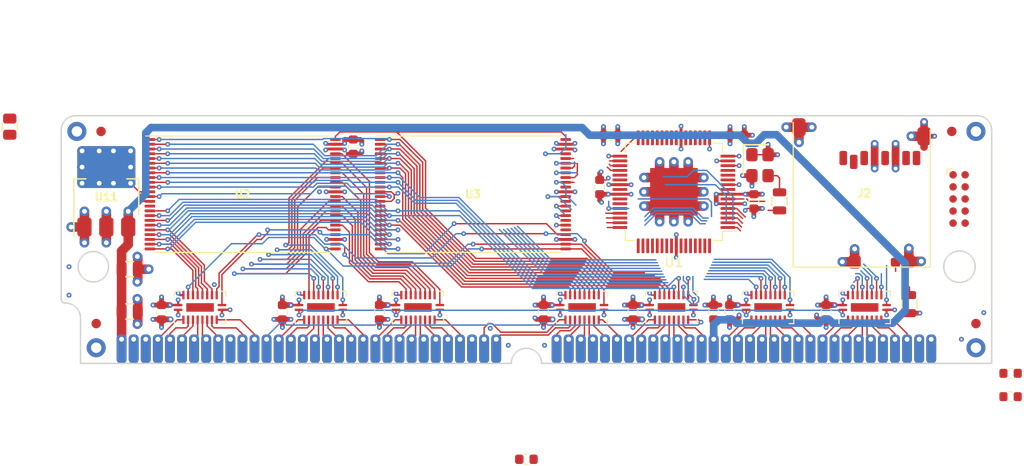
<source format=kicad_pcb>
(kicad_pcb (version 20171130) (host pcbnew "(5.1.5-0-10_14)")
  (layers (0 F.Cu signal) (1 In1.Cu power) (2 In2.Cu signal) (31 B.Cu power) (34 B.Paste user) (35 F.Paste user) (36 B.SilkS user) (37 F.SilkS user) (38 B.Mask user) (39 F.Mask user) (44 Edge.Cuts user))
  (net 0 "")
  (net 1 +5V)
  (net 2 /D0)
  (net 3 /D1)
  (net 4 /~WE~)
  (net 5 /D2)
  (net 6 /D3)
  (net 7 GND)
  (net 8 /D4)
  (net 9 /D5)
  (net 10 /D6)
  (net 11 /A11)
  (net 12 /D7)
  (net 13 /A0)
  (net 14 /A1)
  (net 15 /A2)
  (net 16 /A3)
  (net 17 /A4)
  (net 18 /A5)
  (net 19 /A6)
  (net 20 /A7)
  (net 21 /~CS~)
  (net 22 /~OE~)
  (net 23 /D8)
  (net 24 /D9)
  (net 25 /D10)
  (net 26 /D11)
  (net 27 /D12)
  (net 28 /D13)
  (net 29 /D14)
  (net 30 /D15)
  (net 31 /A8)
  (net 32 /A9)
  (net 33 /A10)
  (net 34 /A12)
  (net 35 /A13)
  (net 36 /A14)
  (net 37 /A15)
  (net 38 /A16)
  (net 39 /A17)
  (net 40 /A18)
  (net 41 /A19)
  (net 42 /A20)
  (net 43 /A21)
  (net 44 /A22)
  (net 45 /D16)
  (net 46 /D17)
  (net 47 /D18)
  (net 48 /D19)
  (net 49 /D20)
  (net 50 /D21)
  (net 51 /D22)
  (net 52 /D23)
  (net 53 /D24)
  (net 54 /D25)
  (net 55 /D26)
  (net 56 /D27)
  (net 57 /D28)
  (net 58 /D29)
  (net 59 /D30)
  (net 60 /D31)
  (net 61 +3V3)
  (net 62 "Net-(J1-Pad63)")
  (net 63 /RA23)
  (net 64 "Net-(J2-Pad8)")
  (net 65 /MISO)
  (net 66 /SCK)
  (net 67 /MOSI)
  (net 68 /S~CS~)
  (net 69 "Net-(J2-Pad1)")
  (net 70 /SDet)
  (net 71 "Net-(U1-Pad43)")
  (net 72 "Net-(U1-Pad42)")
  (net 73 "Net-(U1-Pad38)")
  (net 74 "Net-(U1-Pad37)")
  (net 75 "Net-(U1-Pad30)")
  (net 76 "Net-(U1-Pad29)")
  (net 77 "Net-(U1-Pad28)")
  (net 78 "Net-(U1-Pad27)")
  (net 79 "Net-(U1-Pad26)")
  (net 80 "Net-(U1-Pad25)")
  (net 81 "Net-(U1-Pad24)")
  (net 82 "Net-(U1-Pad22)")
  (net 83 "Net-(U1-Pad21)")
  (net 84 "Net-(U1-Pad20)")
  (net 85 "Net-(U1-Pad19)")
  (net 86 "Net-(U1-Pad18)")
  (net 87 /TDO)
  (net 88 /TCK)
  (net 89 /TDI)
  (net 90 /TMS)
  (net 91 "Net-(U1-Pad13)")
  (net 92 "Net-(U1-Pad12)")
  (net 93 "Net-(U1-Pad11)")
  (net 94 "Net-(U1-Pad10)")
  (net 95 "Net-(U1-Pad9)")
  (net 96 "Net-(U1-Pad7)")
  (net 97 "Net-(U1-Pad5)")
  (net 98 "Net-(U1-Pad4)")
  (net 99 "Net-(U1-Pad3)")
  (net 100 "Net-(U1-Pad2)")
  (net 101 "Net-(U1-Pad1)")
  (net 102 /RA17)
  (net 103 /RA2)
  (net 104 /RA16)
  (net 105 /RA15)
  (net 106 /RA14)
  (net 107 /RA13)
  (net 108 /RA12)
  (net 109 /RA11)
  (net 110 /RA10)
  (net 111 /RA21)
  (net 112 /RA22)
  (net 113 /R~WE~)
  (net 114 "Net-(U2-Pad15)")
  (net 115 /RA20)
  (net 116 /RA19)
  (net 117 /RA9)
  (net 118 /RA8)
  (net 119 /RA7)
  (net 120 /RA6)
  (net 121 /RA5)
  (net 122 /RA4)
  (net 123 /RA3)
  (net 124 /R~CS~g)
  (net 125 /R~OE~)
  (net 126 /RD0)
  (net 127 /RD8)
  (net 128 /RD1)
  (net 129 /RD9)
  (net 130 /RD2)
  (net 131 /RD10)
  (net 132 /RD3)
  (net 133 /RD11)
  (net 134 /RD4)
  (net 135 /RD12)
  (net 136 /RD5)
  (net 137 /RD13)
  (net 138 /RD6)
  (net 139 /RD14)
  (net 140 /RD7)
  (net 141 /RD15)
  (net 142 /RA18)
  (net 143 /RD31)
  (net 144 /RD23)
  (net 145 /RD30)
  (net 146 /RD22)
  (net 147 /RD29)
  (net 148 /RD21)
  (net 149 /RD28)
  (net 150 /RD20)
  (net 151 /RD27)
  (net 152 /RD19)
  (net 153 /RD26)
  (net 154 /RD18)
  (net 155 /RD25)
  (net 156 /RD17)
  (net 157 /RD24)
  (net 158 /RD16)
  (net 159 "Net-(U3-Pad15)")
  (net 160 /R~CS~)
  (net 161 /Ddir)
  (net 162 "Net-(U1-Pad31)")
  (net 163 /C50M)
  (module stdpads:R_0805 (layer F.Cu) (at 147.25 110.6 90)
    (fp_text reference R1)
    (fp_text value 3k3)
    (pad 2 smd roundrect (at 0.95 0 90) (size 0.85 1.4) (layers F.Cu F.Paste F.Mask))
    (pad 1 smd roundrect (at -0.95 0 90) (size 0.85 1.4) (layers F.Cu F.Paste F.Mask) (net 96 "Net-(U1-Pad7)"))
  )
  (module stdpads:Molex_473521001_microSD (layer F.Cu) (at 158.35 109.75 180)
    (fp_text reference J2 (at 2.2 0) (layer F.SilkS) (effects (font (size 0.8128 0.8128) (thickness 0.2032))))
    (fp_text value Micro_SD_SingleDet)
    (pad 8 smd roundrect (at -3.3 3.7 180) (size 0.8 1.5) (layers F.Cu F.Paste F.Mask) (net 64 "Net-(J2-Pad8)"))
    (pad 7 smd roundrect (at -2.2 3.7 180) (size 0.8 1.5) (layers F.Cu F.Paste F.Mask) (net 65 /MISO))
    (pad 6 smd roundrect (at -1.1 3.9 180) (size 0.8 1.5) (layers F.Cu F.Paste F.Mask) (net 7 GND))
    (pad 5 smd roundrect (at 0 3.7 180) (size 0.8 1.5) (layers F.Cu F.Paste F.Mask) (net 66 /SCK))
    (pad 4 smd roundrect (at 1.1 3.9 180) (size 0.8 1.5) (layers F.Cu F.Paste F.Mask) (net 61 +3V3))
    (pad 3 smd roundrect (at 2.2 3.7 180) (size 0.8 1.5) (layers F.Cu F.Paste F.Mask) (net 67 /MOSI))
    (pad 2 smd roundrect (at 3.3 3.3 180) (size 0.8 1.5) (layers F.Cu F.Paste F.Mask) (net 68 /S~CS~))
    (pad 1 smd roundrect (at 4.4 3.7 180) (size 0.8 1.5) (layers F.Cu F.Paste F.Mask) (net 69 "Net-(J2-Pad1)"))
    (pad 10 smd roundrect (at 9.06 6.94 180) (size 1.4 1.9) (layers F.Cu F.Paste F.Mask) (net 7 GND))
    (pad 10 smd roundrect (at 3.21 -7.21 180) (size 1.3 1.4) (layers F.Cu F.Paste F.Mask) (net 7 GND))
    (pad 9 smd roundrect (at -1.1 -7.25 180) (size 1 0.95) (layers F.Cu F.Paste F.Mask) (net 70 /SDet))
    (pad 10 smd roundrect (at -2.49 -7.16 180) (size 1.3 1.4) (layers F.Cu F.Paste F.Mask) (net 7 GND))
    (pad 10 smd roundrect (at -4.09 5.99 180) (size 1.4 1.9) (layers F.Cu F.Paste F.Mask) (net 7 GND))
  )
  (module Package_QFP:LQFP-64-1EP_10x10mm_P0.5mm_EP5x5mm (layer F.Cu) (at 136.15 109.6 180)
    (fp_text reference U1 (at 0 -7.4) (layer F.SilkS))
    (fp_text value 5M80ZE68)
    (pad 1 smd roundrect (at -5.675 -3.75 180) (size 1.55 0.3) (layers F.Cu F.Paste F.Mask) (net 101 "Net-(U1-Pad1)"))
    (pad 2 smd roundrect (at -5.675 -3.25 180) (size 1.55 0.3) (layers F.Cu F.Paste F.Mask) (net 100 "Net-(U1-Pad2)"))
    (pad 3 smd roundrect (at -5.675 -2.75 180) (size 1.55 0.3) (layers F.Cu F.Paste F.Mask) (net 99 "Net-(U1-Pad3)"))
    (pad 4 smd roundrect (at -5.675 -2.25 180) (size 1.55 0.3) (layers F.Cu F.Paste F.Mask) (net 98 "Net-(U1-Pad4)"))
    (pad 5 smd roundrect (at -5.675 -1.75 180) (size 1.55 0.3) (layers F.Cu F.Paste F.Mask) (net 97 "Net-(U1-Pad5)"))
    (pad 6 smd roundrect (at -5.675 -1.25 180) (size 1.55 0.3) (layers F.Cu F.Paste F.Mask) (net 61 +3V3))
    (pad 7 smd roundrect (at -5.675 -0.75 180) (size 1.55 0.3) (layers F.Cu F.Paste F.Mask) (net 163 /C50M))
    (pad 8 smd roundrect (at -5.675 -0.25 180) (size 1.55 0.3) (layers F.Cu F.Paste F.Mask) (net 61 +3V3))
    (pad 9 smd roundrect (at -5.675 0.25 180) (size 1.55 0.3) (layers F.Cu F.Paste F.Mask) (net 95 "Net-(U1-Pad9)"))
    (pad 10 smd roundrect (at -5.675 0.75 180) (size 1.55 0.3) (layers F.Cu F.Paste F.Mask) (net 94 "Net-(U1-Pad10)"))
    (pad 11 smd roundrect (at -5.675 1.25 180) (size 1.55 0.3) (layers F.Cu F.Paste F.Mask) (net 93 "Net-(U1-Pad11)"))
    (pad 12 smd roundrect (at -5.675 1.75 180) (size 1.55 0.3) (layers F.Cu F.Paste F.Mask) (net 92 "Net-(U1-Pad12)"))
    (pad 13 smd roundrect (at -5.675 2.25 180) (size 1.55 0.3) (layers F.Cu F.Paste F.Mask) (net 91 "Net-(U1-Pad13)"))
    (pad 14 smd roundrect (at -5.675 2.75 180) (size 1.55 0.3) (layers F.Cu F.Paste F.Mask) (net 90 /TMS))
    (pad 15 smd roundrect (at -5.675 3.25 180) (size 1.55 0.3) (layers F.Cu F.Paste F.Mask) (net 89 /TDI))
    (pad 16 smd roundrect (at -5.675 3.75 180) (size 1.55 0.3) (layers F.Cu F.Paste F.Mask) (net 88 /TCK))
    (pad 17 smd roundrect (at -3.75 5.675 180) (size 0.3 1.55) (layers F.Cu F.Paste F.Mask) (net 87 /TDO))
    (pad 18 smd roundrect (at -3.25 5.675 180) (size 0.3 1.55) (layers F.Cu F.Paste F.Mask) (net 86 "Net-(U1-Pad18)"))
    (pad 19 smd roundrect (at -2.75 5.675 180) (size 0.3 1.55) (layers F.Cu F.Paste F.Mask) (net 85 "Net-(U1-Pad19)"))
    (pad 20 smd roundrect (at -2.25 5.675 180) (size 0.3 1.55) (layers F.Cu F.Paste F.Mask) (net 84 "Net-(U1-Pad20)"))
    (pad 21 smd roundrect (at -1.75 5.675 180) (size 0.3 1.55) (layers F.Cu F.Paste F.Mask) (net 83 "Net-(U1-Pad21)"))
    (pad 22 smd roundrect (at -1.25 5.675 180) (size 0.3 1.55) (layers F.Cu F.Paste F.Mask) (net 82 "Net-(U1-Pad22)"))
    (pad 23 smd roundrect (at -0.75 5.675 180) (size 0.3 1.55) (layers F.Cu F.Paste F.Mask) (net 61 +3V3))
    (pad 24 smd roundrect (at -0.25 5.675 180) (size 0.3 1.55) (layers F.Cu F.Paste F.Mask) (net 81 "Net-(U1-Pad24)"))
    (pad 25 smd roundrect (at 0.25 5.675 180) (size 0.3 1.55) (layers F.Cu F.Paste F.Mask) (net 80 "Net-(U1-Pad25)"))
    (pad 26 smd roundrect (at 0.75 5.675 180) (size 0.3 1.55) (layers F.Cu F.Paste F.Mask) (net 79 "Net-(U1-Pad26)"))
    (pad 27 smd roundrect (at 1.25 5.675 180) (size 0.3 1.55) (layers F.Cu F.Paste F.Mask) (net 78 "Net-(U1-Pad27)"))
    (pad 28 smd roundrect (at 1.75 5.675 180) (size 0.3 1.55) (layers F.Cu F.Paste F.Mask) (net 77 "Net-(U1-Pad28)"))
    (pad 29 smd roundrect (at 2.25 5.675 180) (size 0.3 1.55) (layers F.Cu F.Paste F.Mask) (net 76 "Net-(U1-Pad29)"))
    (pad 30 smd roundrect (at 2.75 5.675 180) (size 0.3 1.55) (layers F.Cu F.Paste F.Mask) (net 75 "Net-(U1-Pad30)"))
    (pad 31 smd roundrect (at 3.25 5.675 180) (size 0.3 1.55) (layers F.Cu F.Paste F.Mask) (net 162 "Net-(U1-Pad31)"))
    (pad 32 smd roundrect (at 3.75 5.675 180) (size 0.3 1.55) (layers F.Cu F.Paste F.Mask) (net 143 /RD31))
    (pad 33 smd roundrect (at 5.675 3.75 180) (size 1.55 0.3) (layers F.Cu F.Paste F.Mask) (net 145 /RD30))
    (pad 34 smd roundrect (at 5.675 3.25 180) (size 1.55 0.3) (layers F.Cu F.Paste F.Mask) (net 144 /RD23))
    (pad 35 smd roundrect (at 5.675 2.75 180) (size 1.55 0.3) (layers F.Cu F.Paste F.Mask) (net 146 /RD22))
    (pad 36 smd roundrect (at 5.675 2.25 180) (size 1.55 0.3) (layers F.Cu F.Paste F.Mask) (net 148 /RD21))
    (pad 37 smd roundrect (at 5.675 1.75 180) (size 1.55 0.3) (layers F.Cu F.Paste F.Mask) (net 74 "Net-(U1-Pad37)"))
    (pad 38 smd roundrect (at 5.675 1.25 180) (size 1.55 0.3) (layers F.Cu F.Paste F.Mask) (net 73 "Net-(U1-Pad38)"))
    (pad 39 smd roundrect (at 5.675 0.75 180) (size 1.55 0.3) (layers F.Cu F.Paste F.Mask) (net 61 +3V3))
    (pad 40 smd roundrect (at 5.675 0.25 180) (size 1.55 0.3) (layers F.Cu F.Paste F.Mask) (net 149 /RD28))
    (pad 41 smd roundrect (at 5.675 -0.25 180) (size 1.55 0.3) (layers F.Cu F.Paste F.Mask) (net 61 +3V3))
    (pad 42 smd roundrect (at 5.675 -0.75 180) (size 1.55 0.3) (layers F.Cu F.Paste F.Mask) (net 72 "Net-(U1-Pad42)"))
    (pad 43 smd roundrect (at 5.675 -1.25 180) (size 1.55 0.3) (layers F.Cu F.Paste F.Mask) (net 71 "Net-(U1-Pad43)"))
    (pad 44 smd roundrect (at 5.675 -1.75 180) (size 1.55 0.3) (layers F.Cu F.Paste F.Mask) (net 147 /RD29))
    (pad 45 smd roundrect (at 5.675 -2.25 180) (size 1.55 0.3) (layers F.Cu F.Paste F.Mask) (net 150 /RD20))
    (pad 46 smd roundrect (at 5.675 -2.75 180) (size 1.55 0.3) (layers F.Cu F.Paste F.Mask) (net 151 /RD27))
    (pad 47 smd roundrect (at 5.675 -3.25 180) (size 1.55 0.3) (layers F.Cu F.Paste F.Mask) (net 152 /RD19))
    (pad 48 smd roundrect (at 5.675 -3.75 180) (size 1.55 0.3) (layers F.Cu F.Paste F.Mask) (net 153 /RD26))
    (pad 49 smd roundrect (at 3.75 -5.675 180) (size 0.3 1.55) (layers F.Cu F.Paste F.Mask) (net 154 /RD18))
    (pad 50 smd roundrect (at 3.25 -5.675 180) (size 0.3 1.55) (layers F.Cu F.Paste F.Mask) (net 155 /RD25))
    (pad 51 smd roundrect (at 2.75 -5.675 180) (size 0.3 1.55) (layers F.Cu F.Paste F.Mask) (net 156 /RD17))
    (pad 52 smd roundrect (at 2.25 -5.675 180) (size 0.3 1.55) (layers F.Cu F.Paste F.Mask) (net 157 /RD24))
    (pad 53 smd roundrect (at 1.75 -5.675 180) (size 0.3 1.55) (layers F.Cu F.Paste F.Mask) (net 158 /RD16))
    (pad 54 smd roundrect (at 1.25 -5.675 180) (size 0.3 1.55) (layers F.Cu F.Paste F.Mask) (net 125 /R~OE~))
    (pad 55 smd roundrect (at 0.75 -5.675 180) (size 0.3 1.55) (layers F.Cu F.Paste F.Mask) (net 160 /R~CS~))
    (pad 56 smd roundrect (at 0.25 -5.675 180) (size 0.3 1.55) (layers F.Cu F.Paste F.Mask) (net 124 /R~CS~g))
    (pad 57 smd roundrect (at -0.25 -5.675 180) (size 0.3 1.55) (layers F.Cu F.Paste F.Mask) (net 61 +3V3))
    (pad 58 smd roundrect (at -0.75 -5.675 180) (size 0.3 1.55) (layers F.Cu F.Paste F.Mask) (net 103 /RA2))
    (pad 59 smd roundrect (at -1.25 -5.675 180) (size 0.3 1.55) (layers F.Cu F.Paste F.Mask) (net 142 /RA18))
    (pad 60 smd roundrect (at -1.75 -5.675 180) (size 0.3 1.55) (layers F.Cu F.Paste F.Mask) (net 116 /RA19))
    (pad 61 smd roundrect (at -2.25 -5.675 180) (size 0.3 1.55) (layers F.Cu F.Paste F.Mask) (net 115 /RA20))
    (pad 62 smd roundrect (at -2.75 -5.675 180) (size 0.3 1.55) (layers F.Cu F.Paste F.Mask) (net 111 /RA21))
    (pad 63 smd roundrect (at -3.25 -5.675 180) (size 0.3 1.55) (layers F.Cu F.Paste F.Mask) (net 112 /RA22))
    (pad 64 smd roundrect (at -3.75 -5.675 180) (size 0.3 1.55) (layers F.Cu F.Paste F.Mask) (net 113 /R~WE~))
    (pad 65 smd rect (at 0 0 180) (size 5 5) (layers F.Cu F.Mask) (net 7 GND))
  )
  (module stdpads:Crystal_SMD_3225-4Pin_3.2x2.5mm (layer F.Cu) (at 145.2 106.8 270)
    (fp_text reference U12)
    (fp_text value 50M)
    (pad 4 smd roundrect (at -1.1 -0.85 270) (size 1.4 1.2) (layers F.Cu F.Paste F.Mask) (net 61 +3V3))
    (pad 3 smd roundrect (at 1.1 -0.85 270) (size 1.4 1.2) (layers F.Cu F.Paste F.Mask) (net 163 /C50M))
    (pad 2 smd roundrect (at 1.1 0.85 270) (size 1.4 1.2) (layers F.Cu F.Paste F.Mask) (net 7 GND))
    (pad 1 smd roundrect (at -1.1 0.85 270) (size 1.4 1.2) (layers F.Cu F.Paste F.Mask) (net 61 +3V3))
  )
  (module stdpads:C_0805 (layer F.Cu) (at 78.955 117.729)
    (fp_text reference C2)
    (fp_text value 10u)
    (pad 1 smd roundrect (at -0.85 0) (size 1.05 1.4) (layers F.Cu F.Paste F.Mask) (net 1 +5V))
    (pad 2 smd roundrect (at 0.85 0) (size 1.05 1.4) (layers F.Cu F.Paste F.Mask) (net 7 GND))
  )
  (module stdpads:C_0805 (layer F.Cu) (at 66.35 102.75 90)
    (fp_text reference C4)
    (fp_text value 10u)
    (pad 2 smd roundrect (at 0.85 0 90) (size 1.05 1.4) (layers F.Cu F.Paste F.Mask) (net 7 GND))
    (pad 1 smd roundrect (at -0.85 0 90) (size 1.05 1.4) (layers F.Cu F.Paste F.Mask) (net 61 +3V3))
  )
  (module stdpads:C_0603 (layer F.Cu) (at 102.45 104.85 270)
    (fp_text reference C12)
    (fp_text value 2u2)
    (pad 1 smd roundrect (at -0.75 0 270) (size 0.85 0.95) (layers F.Cu F.Paste F.Mask) (net 61 +3V3))
    (pad 2 smd roundrect (at 0.75 0 270) (size 0.85 0.95) (layers F.Cu F.Paste F.Mask) (net 7 GND))
  )
  (module stdpads:C_0805 (layer F.Cu) (at 78.955 122.174)
    (fp_text reference C1)
    (fp_text value 10u)
    (pad 2 smd roundrect (at 0.85 0) (size 1.05 1.4) (layers F.Cu F.Paste F.Mask) (net 7 GND))
    (pad 1 smd roundrect (at -0.85 0) (size 1.05 1.4) (layers F.Cu F.Paste F.Mask) (net 1 +5V))
  )
  (module stdpads:TSOP-I-48_18.4x12mm_P0.5mm (layer F.Cu) (at 90.825 109.85)
    (fp_text reference U2)
    (fp_text value MX29LV640)
    (fp_text user %R (at 0 0) (layer F.SilkS) (effects (font (size 0.8128 0.8128) (thickness 0.2032))))
    (pad 1 smd roundrect (at -9.75 -5.75) (size 1.1 0.3) (layers F.Cu F.Paste F.Mask) (net 102 /RA17))
    (pad 25 smd roundrect (at 9.75 5.75) (size 1.1 0.3) (layers F.Cu F.Paste F.Mask) (net 103 /RA2))
    (pad 2 smd roundrect (at -9.75 -5.25) (size 1.1 0.3) (layers F.Cu F.Paste F.Mask) (net 104 /RA16))
    (pad 3 smd roundrect (at -9.75 -4.75) (size 1.1 0.3) (layers F.Cu F.Paste F.Mask) (net 105 /RA15))
    (pad 4 smd roundrect (at -9.75 -4.25) (size 1.1 0.3) (layers F.Cu F.Paste F.Mask) (net 106 /RA14))
    (pad 5 smd roundrect (at -9.75 -3.75) (size 1.1 0.3) (layers F.Cu F.Paste F.Mask) (net 107 /RA13))
    (pad 6 smd roundrect (at -9.75 -3.25) (size 1.1 0.3) (layers F.Cu F.Paste F.Mask) (net 108 /RA12))
    (pad 7 smd roundrect (at -9.75 -2.75) (size 1.1 0.3) (layers F.Cu F.Paste F.Mask) (net 109 /RA11))
    (pad 8 smd roundrect (at -9.75 -2.25) (size 1.1 0.3) (layers F.Cu F.Paste F.Mask) (net 110 /RA10))
    (pad 9 smd roundrect (at -9.75 -1.75) (size 1.1 0.3) (layers F.Cu F.Paste F.Mask) (net 111 /RA21))
    (pad 10 smd roundrect (at -9.75 -1.25) (size 1.1 0.3) (layers F.Cu F.Paste F.Mask) (net 112 /RA22))
    (pad 11 smd roundrect (at -9.75 -0.75) (size 1.1 0.3) (layers F.Cu F.Paste F.Mask) (net 113 /R~WE~))
    (pad 12 smd roundrect (at -9.75 -0.25) (size 1.1 0.3) (layers F.Cu F.Paste F.Mask) (net 61 +3V3))
    (pad 13 smd roundrect (at -9.75 0.25) (size 1.1 0.3) (layers F.Cu F.Paste F.Mask) (net 63 /RA23))
    (pad 14 smd roundrect (at -9.75 0.75) (size 1.1 0.3) (layers F.Cu F.Paste F.Mask) (net 61 +3V3))
    (pad 15 smd roundrect (at -9.75 1.25) (size 1.1 0.3) (layers F.Cu F.Paste F.Mask) (net 114 "Net-(U2-Pad15)"))
    (pad 16 smd roundrect (at -9.75 1.75) (size 1.1 0.3) (layers F.Cu F.Paste F.Mask) (net 115 /RA20))
    (pad 17 smd roundrect (at -9.75 2.25) (size 1.1 0.3) (layers F.Cu F.Paste F.Mask) (net 116 /RA19))
    (pad 18 smd roundrect (at -9.75 2.75) (size 1.1 0.3) (layers F.Cu F.Paste F.Mask) (net 117 /RA9))
    (pad 19 smd roundrect (at -9.75 3.25) (size 1.1 0.3) (layers F.Cu F.Paste F.Mask) (net 118 /RA8))
    (pad 20 smd roundrect (at -9.75 3.75) (size 1.1 0.3) (layers F.Cu F.Paste F.Mask) (net 119 /RA7))
    (pad 21 smd roundrect (at -9.75 4.25) (size 1.1 0.3) (layers F.Cu F.Paste F.Mask) (net 120 /RA6))
    (pad 22 smd roundrect (at -9.75 4.75) (size 1.1 0.3) (layers F.Cu F.Paste F.Mask) (net 121 /RA5))
    (pad 23 smd roundrect (at -9.75 5.25) (size 1.1 0.3) (layers F.Cu F.Paste F.Mask) (net 122 /RA4))
    (pad 24 smd roundrect (at -9.75 5.75) (size 1.1 0.3) (layers F.Cu F.Paste F.Mask) (net 123 /RA3))
    (pad 26 smd roundrect (at 9.75 5.25) (size 1.1 0.3) (layers F.Cu F.Paste F.Mask) (net 124 /R~CS~g))
    (pad 27 smd roundrect (at 9.75 4.75) (size 1.1 0.3) (layers F.Cu F.Paste F.Mask) (net 7 GND))
    (pad 28 smd roundrect (at 9.75 4.25) (size 1.1 0.3) (layers F.Cu F.Paste F.Mask) (net 125 /R~OE~))
    (pad 29 smd roundrect (at 9.75 3.75) (size 1.1 0.3) (layers F.Cu F.Paste F.Mask) (net 126 /RD0))
    (pad 30 smd roundrect (at 9.75 3.25) (size 1.1 0.3) (layers F.Cu F.Paste F.Mask) (net 127 /RD8))
    (pad 31 smd roundrect (at 9.75 2.75) (size 1.1 0.3) (layers F.Cu F.Paste F.Mask) (net 128 /RD1))
    (pad 32 smd roundrect (at 9.75 2.25) (size 1.1 0.3) (layers F.Cu F.Paste F.Mask) (net 129 /RD9))
    (pad 33 smd roundrect (at 9.75 1.75) (size 1.1 0.3) (layers F.Cu F.Paste F.Mask) (net 130 /RD2))
    (pad 34 smd roundrect (at 9.75 1.25) (size 1.1 0.3) (layers F.Cu F.Paste F.Mask) (net 131 /RD10))
    (pad 35 smd roundrect (at 9.75 0.75) (size 1.1 0.3) (layers F.Cu F.Paste F.Mask) (net 132 /RD3))
    (pad 36 smd roundrect (at 9.75 0.25) (size 1.1 0.3) (layers F.Cu F.Paste F.Mask) (net 133 /RD11))
    (pad 37 smd roundrect (at 9.75 -0.25) (size 1.1 0.3) (layers F.Cu F.Paste F.Mask) (net 61 +3V3))
    (pad 38 smd roundrect (at 9.75 -0.75) (size 1.1 0.3) (layers F.Cu F.Paste F.Mask) (net 134 /RD4))
    (pad 39 smd roundrect (at 9.75 -1.25) (size 1.1 0.3) (layers F.Cu F.Paste F.Mask) (net 135 /RD12))
    (pad 40 smd roundrect (at 9.75 -1.75) (size 1.1 0.3) (layers F.Cu F.Paste F.Mask) (net 136 /RD5))
    (pad 41 smd roundrect (at 9.75 -2.25) (size 1.1 0.3) (layers F.Cu F.Paste F.Mask) (net 137 /RD13))
    (pad 42 smd roundrect (at 9.75 -2.75) (size 1.1 0.3) (layers F.Cu F.Paste F.Mask) (net 138 /RD6))
    (pad 43 smd roundrect (at 9.75 -3.25) (size 1.1 0.3) (layers F.Cu F.Paste F.Mask) (net 139 /RD14))
    (pad 44 smd roundrect (at 9.75 -3.75) (size 1.1 0.3) (layers F.Cu F.Paste F.Mask) (net 140 /RD7))
    (pad 45 smd roundrect (at 9.75 -4.25) (size 1.1 0.3) (layers F.Cu F.Paste F.Mask) (net 141 /RD15))
    (pad 46 smd roundrect (at 9.75 -4.75) (size 1.1 0.3) (layers F.Cu F.Paste F.Mask) (net 7 GND))
    (pad 47 smd roundrect (at 9.75 -5.25) (size 1.1 0.3) (layers F.Cu F.Paste F.Mask) (net 61 +3V3))
    (pad 48 smd roundrect (at 9.75 -5.75) (size 1.1 0.3) (layers F.Cu F.Paste F.Mask) (net 142 /RA18))
  )
  (module stdpads:C_0603 (layer F.Cu) (at 142.8 103.65)
    (fp_text reference C14)
    (fp_text value 2u2)
    (pad 2 smd roundrect (at 0.75 0) (size 0.85 0.95) (layers F.Cu F.Paste F.Mask) (net 7 GND))
    (pad 1 smd roundrect (at -0.75 0) (size 0.85 0.95) (layers F.Cu F.Paste F.Mask) (net 61 +3V3))
  )
  (module stdpads:C_0603 (layer F.Cu) (at 128.35 109.1 90)
    (fp_text reference C16)
    (fp_text value 2u2)
    (pad 2 smd roundrect (at 0.75 0 90) (size 0.85 0.95) (layers F.Cu F.Paste F.Mask) (net 7 GND))
    (pad 1 smd roundrect (at -0.75 0 90) (size 0.85 0.95) (layers F.Cu F.Paste F.Mask) (net 61 +3V3))
  )
  (module stdpads:C_0603 (layer F.Cu) (at 144.55 110.6 270)
    (fp_text reference C13)
    (fp_text value 2u2)
    (pad 2 smd roundrect (at 0.75 0 270) (size 0.85 0.95) (layers F.Cu F.Paste F.Mask) (net 7 GND))
    (pad 1 smd roundrect (at -0.75 0 270) (size 0.85 0.95) (layers F.Cu F.Paste F.Mask) (net 61 +3V3))
  )
  (module stdpads:TSOP-I-48_18.4x12mm_P0.5mm (layer F.Cu) (at 115.025 109.85)
    (fp_text reference U3)
    (fp_text value MX29LV640)
    (fp_text user %R (at 0 0) (layer F.SilkS) (effects (font (size 0.8128 0.8128) (thickness 0.2032))))
    (pad 1 smd roundrect (at -9.75 -5.75) (size 1.1 0.3) (layers F.Cu F.Paste F.Mask) (net 102 /RA17))
    (pad 25 smd roundrect (at 9.75 5.75) (size 1.1 0.3) (layers F.Cu F.Paste F.Mask) (net 103 /RA2))
    (pad 2 smd roundrect (at -9.75 -5.25) (size 1.1 0.3) (layers F.Cu F.Paste F.Mask) (net 104 /RA16))
    (pad 3 smd roundrect (at -9.75 -4.75) (size 1.1 0.3) (layers F.Cu F.Paste F.Mask) (net 105 /RA15))
    (pad 4 smd roundrect (at -9.75 -4.25) (size 1.1 0.3) (layers F.Cu F.Paste F.Mask) (net 106 /RA14))
    (pad 5 smd roundrect (at -9.75 -3.75) (size 1.1 0.3) (layers F.Cu F.Paste F.Mask) (net 107 /RA13))
    (pad 6 smd roundrect (at -9.75 -3.25) (size 1.1 0.3) (layers F.Cu F.Paste F.Mask) (net 108 /RA12))
    (pad 7 smd roundrect (at -9.75 -2.75) (size 1.1 0.3) (layers F.Cu F.Paste F.Mask) (net 109 /RA11))
    (pad 8 smd roundrect (at -9.75 -2.25) (size 1.1 0.3) (layers F.Cu F.Paste F.Mask) (net 110 /RA10))
    (pad 9 smd roundrect (at -9.75 -1.75) (size 1.1 0.3) (layers F.Cu F.Paste F.Mask) (net 111 /RA21))
    (pad 10 smd roundrect (at -9.75 -1.25) (size 1.1 0.3) (layers F.Cu F.Paste F.Mask) (net 112 /RA22))
    (pad 11 smd roundrect (at -9.75 -0.75) (size 1.1 0.3) (layers F.Cu F.Paste F.Mask) (net 113 /R~WE~))
    (pad 12 smd roundrect (at -9.75 -0.25) (size 1.1 0.3) (layers F.Cu F.Paste F.Mask) (net 61 +3V3))
    (pad 13 smd roundrect (at -9.75 0.25) (size 1.1 0.3) (layers F.Cu F.Paste F.Mask) (net 63 /RA23))
    (pad 14 smd roundrect (at -9.75 0.75) (size 1.1 0.3) (layers F.Cu F.Paste F.Mask) (net 61 +3V3))
    (pad 15 smd roundrect (at -9.75 1.25) (size 1.1 0.3) (layers F.Cu F.Paste F.Mask) (net 159 "Net-(U3-Pad15)"))
    (pad 16 smd roundrect (at -9.75 1.75) (size 1.1 0.3) (layers F.Cu F.Paste F.Mask) (net 115 /RA20))
    (pad 17 smd roundrect (at -9.75 2.25) (size 1.1 0.3) (layers F.Cu F.Paste F.Mask) (net 116 /RA19))
    (pad 18 smd roundrect (at -9.75 2.75) (size 1.1 0.3) (layers F.Cu F.Paste F.Mask) (net 117 /RA9))
    (pad 19 smd roundrect (at -9.75 3.25) (size 1.1 0.3) (layers F.Cu F.Paste F.Mask) (net 118 /RA8))
    (pad 20 smd roundrect (at -9.75 3.75) (size 1.1 0.3) (layers F.Cu F.Paste F.Mask) (net 119 /RA7))
    (pad 21 smd roundrect (at -9.75 4.25) (size 1.1 0.3) (layers F.Cu F.Paste F.Mask) (net 120 /RA6))
    (pad 22 smd roundrect (at -9.75 4.75) (size 1.1 0.3) (layers F.Cu F.Paste F.Mask) (net 121 /RA5))
    (pad 23 smd roundrect (at -9.75 5.25) (size 1.1 0.3) (layers F.Cu F.Paste F.Mask) (net 122 /RA4))
    (pad 24 smd roundrect (at -9.75 5.75) (size 1.1 0.3) (layers F.Cu F.Paste F.Mask) (net 123 /RA3))
    (pad 26 smd roundrect (at 9.75 5.25) (size 1.1 0.3) (layers F.Cu F.Paste F.Mask) (net 124 /R~CS~g))
    (pad 27 smd roundrect (at 9.75 4.75) (size 1.1 0.3) (layers F.Cu F.Paste F.Mask) (net 7 GND))
    (pad 28 smd roundrect (at 9.75 4.25) (size 1.1 0.3) (layers F.Cu F.Paste F.Mask) (net 125 /R~OE~))
    (pad 29 smd roundrect (at 9.75 3.75) (size 1.1 0.3) (layers F.Cu F.Paste F.Mask) (net 158 /RD16))
    (pad 30 smd roundrect (at 9.75 3.25) (size 1.1 0.3) (layers F.Cu F.Paste F.Mask) (net 157 /RD24))
    (pad 31 smd roundrect (at 9.75 2.75) (size 1.1 0.3) (layers F.Cu F.Paste F.Mask) (net 156 /RD17))
    (pad 32 smd roundrect (at 9.75 2.25) (size 1.1 0.3) (layers F.Cu F.Paste F.Mask) (net 155 /RD25))
    (pad 33 smd roundrect (at 9.75 1.75) (size 1.1 0.3) (layers F.Cu F.Paste F.Mask) (net 154 /RD18))
    (pad 34 smd roundrect (at 9.75 1.25) (size 1.1 0.3) (layers F.Cu F.Paste F.Mask) (net 153 /RD26))
    (pad 35 smd roundrect (at 9.75 0.75) (size 1.1 0.3) (layers F.Cu F.Paste F.Mask) (net 152 /RD19))
    (pad 36 smd roundrect (at 9.75 0.25) (size 1.1 0.3) (layers F.Cu F.Paste F.Mask) (net 151 /RD27))
    (pad 37 smd roundrect (at 9.75 -0.25) (size 1.1 0.3) (layers F.Cu F.Paste F.Mask) (net 61 +3V3))
    (pad 38 smd roundrect (at 9.75 -0.75) (size 1.1 0.3) (layers F.Cu F.Paste F.Mask) (net 150 /RD20))
    (pad 39 smd roundrect (at 9.75 -1.25) (size 1.1 0.3) (layers F.Cu F.Paste F.Mask) (net 149 /RD28))
    (pad 40 smd roundrect (at 9.75 -1.75) (size 1.1 0.3) (layers F.Cu F.Paste F.Mask) (net 148 /RD21))
    (pad 41 smd roundrect (at 9.75 -2.25) (size 1.1 0.3) (layers F.Cu F.Paste F.Mask) (net 147 /RD29))
    (pad 42 smd roundrect (at 9.75 -2.75) (size 1.1 0.3) (layers F.Cu F.Paste F.Mask) (net 146 /RD22))
    (pad 43 smd roundrect (at 9.75 -3.25) (size 1.1 0.3) (layers F.Cu F.Paste F.Mask) (net 145 /RD30))
    (pad 44 smd roundrect (at 9.75 -3.75) (size 1.1 0.3) (layers F.Cu F.Paste F.Mask) (net 144 /RD23))
    (pad 45 smd roundrect (at 9.75 -4.25) (size 1.1 0.3) (layers F.Cu F.Paste F.Mask) (net 143 /RD31))
    (pad 46 smd roundrect (at 9.75 -4.75) (size 1.1 0.3) (layers F.Cu F.Paste F.Mask) (net 7 GND))
    (pad 47 smd roundrect (at 9.75 -5.25) (size 1.1 0.3) (layers F.Cu F.Paste F.Mask) (net 61 +3V3))
    (pad 48 smd roundrect (at 9.75 -5.75) (size 1.1 0.3) (layers F.Cu F.Paste F.Mask) (net 142 /RA18))
  )
  (module stdpads:C_0603 (layer F.Cu) (at 140.335 122.25 90)
    (fp_text reference C3)
    (fp_text value 2u2)
    (pad 1 smd roundrect (at -0.75 0 90) (size 0.85 0.95) (layers F.Cu F.Paste F.Mask) (net 1 +5V))
    (pad 2 smd roundrect (at 0.75 0 90) (size 0.85 0.95) (layers F.Cu F.Paste F.Mask) (net 7 GND))
  )
  (module Connector:Tag-Connect_TC2050-IDC-NL_2x05_P1.27mm_Vertical (layer F.Cu) (at 166.125 110.35 270)
    (fp_text reference J3 hide)
    (fp_text value Tag-Connect_TC2050-IDC-NL_2x05_P1.27mm_Vertical)
    (pad 10 connect circle (at -2.54 -0.635 270) (size 0.7874 0.7874) (layers F.Cu F.Mask))
    (pad 9 connect circle (at -1.27 -0.635 270) (size 0.7874 0.7874) (layers F.Cu F.Mask))
    (pad 8 connect circle (at 0 -0.635 270) (size 0.7874 0.7874) (layers F.Cu F.Mask))
    (pad 7 connect circle (at 1.27 -0.635 270) (size 0.7874 0.7874) (layers F.Cu F.Mask))
    (pad 6 connect circle (at 2.54 -0.635 270) (size 0.7874 0.7874) (layers F.Cu F.Mask))
    (pad 5 connect circle (at 2.54 0.635 270) (size 0.7874 0.7874) (layers F.Cu F.Mask))
    (pad 4 connect circle (at 1.27 0.635 270) (size 0.7874 0.7874) (layers F.Cu F.Mask))
    (pad 3 connect circle (at 0 0.635 270) (size 0.7874 0.7874) (layers F.Cu F.Mask))
    (pad 2 connect circle (at -1.27 0.635 270) (size 0.7874 0.7874) (layers F.Cu F.Mask))
    (pad 1 connect circle (at -2.54 0.635 270) (size 0.7874 0.7874) (layers F.Cu F.Mask))
    (pad "" np_thru_hole circle (at -3.81 0 270) (size 0.9906 0.9906) (drill 0.9906) (layers *.Cu *.Mask))
    (pad "" np_thru_hole circle (at 3.81 1.016 270) (size 0.9906 0.9906) (drill 0.9906) (layers *.Cu *.Mask))
    (pad "" np_thru_hole circle (at 3.81 -1.016 270) (size 0.9906 0.9906) (drill 0.9906) (layers *.Cu *.Mask))
  )
  (module stdpads:C_0603 (layer F.Cu) (at 152.15 122.25 270)
    (fp_text reference C11)
    (fp_text value 2u2)
    (pad 2 smd roundrect (at 0.75 0 270) (size 0.85 0.95) (layers F.Cu F.Paste F.Mask) (net 7 GND))
    (pad 1 smd roundrect (at -0.75 0 270) (size 0.85 0.95) (layers F.Cu F.Paste F.Mask) (net 61 +3V3))
  )
  (module stdpads:NXP_DHVFQFN-20_SOT764-1 (layer F.Cu) (at 156.2 121.75)
    (fp_text reference U10)
    (fp_text value 74AHC245BQ)
    (pad 18 smd roundrect (at -1.25 -1.3) (size 0.24 0.9) (layers F.Cu F.Paste F.Mask) (net 157 /RD24))
    (pad 17 smd roundrect (at -0.75 -1.3) (size 0.24 0.9) (layers F.Cu F.Paste F.Mask) (net 155 /RD25))
    (pad 16 smd roundrect (at -0.25 -1.3) (size 0.24 0.9) (layers F.Cu F.Paste F.Mask) (net 153 /RD26))
    (pad 15 smd roundrect (at 0.25 -1.3) (size 0.24 0.9) (layers F.Cu F.Paste F.Mask) (net 151 /RD27))
    (pad 9 smd roundrect (at 1.75 1.3) (size 0.24 0.9) (layers F.Cu F.Paste F.Mask) (net 60 /D31))
    (pad 8 smd roundrect (at 1.25 1.3) (size 0.24 0.9) (layers F.Cu F.Paste F.Mask) (net 59 /D30))
    (pad 7 smd roundrect (at 0.75 1.3) (size 0.24 0.9) (layers F.Cu F.Paste F.Mask) (net 58 /D29))
    (pad 21 smd roundrect (at 0 0) (size 2.9 0.9) (layers F.Cu F.Paste F.Mask) (roundrect_rratio 0.05) (net 7 GND))
    (pad 2 smd roundrect (at -1.75 1.3) (size 0.24 0.9) (layers F.Cu F.Paste F.Mask) (net 53 /D24))
    (pad 3 smd roundrect (at -1.25 1.3) (size 0.24 0.9) (layers F.Cu F.Paste F.Mask) (net 54 /D25))
    (pad 4 smd roundrect (at -0.75 1.3) (size 0.24 0.9) (layers F.Cu F.Paste F.Mask) (net 55 /D26))
    (pad 5 smd roundrect (at -0.25 1.3) (size 0.24 0.9) (layers F.Cu F.Paste F.Mask) (net 56 /D27))
    (pad 6 smd roundrect (at 0.25 1.3) (size 0.24 0.9) (layers F.Cu F.Paste F.Mask) (net 57 /D28))
    (pad 10 smd roundrect (at 2.3 0.25 90) (size 0.24 0.9) (layers F.Cu F.Paste F.Mask) (net 7 GND))
    (pad 11 smd roundrect (at 2.3 -0.25 90) (size 0.24 0.9) (layers F.Cu F.Paste F.Mask) (net 143 /RD31))
    (pad 12 smd roundrect (at 1.75 -1.3) (size 0.24 0.9) (layers F.Cu F.Paste F.Mask) (net 145 /RD30))
    (pad 13 smd roundrect (at 1.25 -1.3) (size 0.24 0.9) (layers F.Cu F.Paste F.Mask) (net 147 /RD29))
    (pad 14 smd roundrect (at 0.75 -1.3) (size 0.24 0.9) (layers F.Cu F.Paste F.Mask) (net 149 /RD28))
    (pad 19 smd roundrect (at -1.75 -1.3) (size 0.24 0.9) (layers F.Cu F.Paste F.Mask) (net 7 GND))
    (pad 20 smd roundrect (at -2.3 -0.25 90) (size 0.24 0.9) (layers F.Cu F.Paste F.Mask) (net 61 +3V3))
    (pad 1 smd roundrect (at -2.3 0.25 90) (size 0.24 0.9) (layers F.Cu F.Paste F.Mask) (net 161 /Ddir))
  )
  (module stdpads:NXP_DHVFQFN-20_SOT764-1 (layer F.Cu) (at 146.05 121.75)
    (fp_text reference U9)
    (fp_text value 74AHC245BQ)
    (pad 1 smd roundrect (at -2.3 0.25 90) (size 0.24 0.9) (layers F.Cu F.Paste F.Mask) (net 161 /Ddir))
    (pad 20 smd roundrect (at -2.3 -0.25 90) (size 0.24 0.9) (layers F.Cu F.Paste F.Mask) (net 61 +3V3))
    (pad 19 smd roundrect (at -1.75 -1.3) (size 0.24 0.9) (layers F.Cu F.Paste F.Mask) (net 7 GND))
    (pad 14 smd roundrect (at 0.75 -1.3) (size 0.24 0.9) (layers F.Cu F.Paste F.Mask) (net 150 /RD20))
    (pad 13 smd roundrect (at 1.25 -1.3) (size 0.24 0.9) (layers F.Cu F.Paste F.Mask) (net 148 /RD21))
    (pad 12 smd roundrect (at 1.75 -1.3) (size 0.24 0.9) (layers F.Cu F.Paste F.Mask) (net 146 /RD22))
    (pad 11 smd roundrect (at 2.3 -0.25 90) (size 0.24 0.9) (layers F.Cu F.Paste F.Mask) (net 144 /RD23))
    (pad 10 smd roundrect (at 2.3 0.25 90) (size 0.24 0.9) (layers F.Cu F.Paste F.Mask) (net 7 GND))
    (pad 6 smd roundrect (at 0.25 1.3) (size 0.24 0.9) (layers F.Cu F.Paste F.Mask) (net 49 /D20))
    (pad 5 smd roundrect (at -0.25 1.3) (size 0.24 0.9) (layers F.Cu F.Paste F.Mask) (net 48 /D19))
    (pad 4 smd roundrect (at -0.75 1.3) (size 0.24 0.9) (layers F.Cu F.Paste F.Mask) (net 47 /D18))
    (pad 3 smd roundrect (at -1.25 1.3) (size 0.24 0.9) (layers F.Cu F.Paste F.Mask) (net 46 /D17))
    (pad 2 smd roundrect (at -1.75 1.3) (size 0.24 0.9) (layers F.Cu F.Paste F.Mask) (net 45 /D16))
    (pad 21 smd roundrect (at 0 0) (size 2.9 0.9) (layers F.Cu F.Paste F.Mask) (roundrect_rratio 0.05) (net 7 GND))
    (pad 7 smd roundrect (at 0.75 1.3) (size 0.24 0.9) (layers F.Cu F.Paste F.Mask) (net 50 /D21))
    (pad 8 smd roundrect (at 1.25 1.3) (size 0.24 0.9) (layers F.Cu F.Paste F.Mask) (net 51 /D22))
    (pad 9 smd roundrect (at 1.75 1.3) (size 0.24 0.9) (layers F.Cu F.Paste F.Mask) (net 52 /D23))
    (pad 15 smd roundrect (at 0.25 -1.3) (size 0.24 0.9) (layers F.Cu F.Paste F.Mask) (net 152 /RD19))
    (pad 16 smd roundrect (at -0.25 -1.3) (size 0.24 0.9) (layers F.Cu F.Paste F.Mask) (net 154 /RD18))
    (pad 17 smd roundrect (at -0.75 -1.3) (size 0.24 0.9) (layers F.Cu F.Paste F.Mask) (net 156 /RD17))
    (pad 18 smd roundrect (at -1.25 -1.3) (size 0.24 0.9) (layers F.Cu F.Paste F.Mask) (net 158 /RD16))
  )
  (module stdpads:C_0603 (layer F.Cu) (at 142 122.25 270)
    (fp_text reference C10)
    (fp_text value 2u2)
    (pad 1 smd roundrect (at -0.75 0 270) (size 0.85 0.95) (layers F.Cu F.Paste F.Mask) (net 61 +3V3))
    (pad 2 smd roundrect (at 0.75 0 270) (size 0.85 0.95) (layers F.Cu F.Paste F.Mask) (net 7 GND))
  )
  (module stdpads:NXP_DHVFQFN-20_SOT764-1 (layer F.Cu) (at 86.35 121.75)
    (fp_text reference U4)
    (fp_text value 74AHC245BQ)
    (pad 1 smd roundrect (at -2.3 0.25 90) (size 0.24 0.9) (layers F.Cu F.Paste F.Mask) (net 61 +3V3))
    (pad 20 smd roundrect (at -2.3 -0.25 90) (size 0.24 0.9) (layers F.Cu F.Paste F.Mask) (net 61 +3V3))
    (pad 19 smd roundrect (at -1.75 -1.3) (size 0.24 0.9) (layers F.Cu F.Paste F.Mask) (net 7 GND))
    (pad 14 smd roundrect (at 0.75 -1.3) (size 0.24 0.9) (layers F.Cu F.Paste F.Mask) (net 120 /RA6))
    (pad 13 smd roundrect (at 1.25 -1.3) (size 0.24 0.9) (layers F.Cu F.Paste F.Mask) (net 119 /RA7))
    (pad 12 smd roundrect (at 1.75 -1.3) (size 0.24 0.9) (layers F.Cu F.Paste F.Mask) (net 160 /R~CS~))
    (pad 11 smd roundrect (at 2.3 -0.25 90) (size 0.24 0.9) (layers F.Cu F.Paste F.Mask) (net 125 /R~OE~))
    (pad 10 smd roundrect (at 2.3 0.25 90) (size 0.24 0.9) (layers F.Cu F.Paste F.Mask) (net 7 GND))
    (pad 6 smd roundrect (at 0.25 1.3) (size 0.24 0.9) (layers F.Cu F.Paste F.Mask) (net 19 /A6))
    (pad 5 smd roundrect (at -0.25 1.3) (size 0.24 0.9) (layers F.Cu F.Paste F.Mask) (net 18 /A5))
    (pad 4 smd roundrect (at -0.75 1.3) (size 0.24 0.9) (layers F.Cu F.Paste F.Mask) (net 17 /A4))
    (pad 3 smd roundrect (at -1.25 1.3) (size 0.24 0.9) (layers F.Cu F.Paste F.Mask) (net 16 /A3))
    (pad 2 smd roundrect (at -1.75 1.3) (size 0.24 0.9) (layers F.Cu F.Paste F.Mask) (net 15 /A2))
    (pad 21 smd roundrect (at 0 0) (size 2.9 0.9) (layers F.Cu F.Paste F.Mask) (roundrect_rratio 0.05) (net 7 GND))
    (pad 7 smd roundrect (at 0.75 1.3) (size 0.24 0.9) (layers F.Cu F.Paste F.Mask) (net 20 /A7))
    (pad 8 smd roundrect (at 1.25 1.3) (size 0.24 0.9) (layers F.Cu F.Paste F.Mask) (net 21 /~CS~))
    (pad 9 smd roundrect (at 1.75 1.3) (size 0.24 0.9) (layers F.Cu F.Paste F.Mask) (net 22 /~OE~))
    (pad 15 smd roundrect (at 0.25 -1.3) (size 0.24 0.9) (layers F.Cu F.Paste F.Mask) (net 121 /RA5))
    (pad 16 smd roundrect (at -0.25 -1.3) (size 0.24 0.9) (layers F.Cu F.Paste F.Mask) (net 122 /RA4))
    (pad 17 smd roundrect (at -0.75 -1.3) (size 0.24 0.9) (layers F.Cu F.Paste F.Mask) (net 123 /RA3))
    (pad 18 smd roundrect (at -1.25 -1.3) (size 0.24 0.9) (layers F.Cu F.Paste F.Mask) (net 103 /RA2))
  )
  (module stdpads:C_0603 (layer F.Cu) (at 82.3 122.25 270)
    (fp_text reference C5)
    (fp_text value 2u2)
    (pad 1 smd roundrect (at -0.75 0 270) (size 0.85 0.95) (layers F.Cu F.Paste F.Mask) (net 61 +3V3))
    (pad 2 smd roundrect (at 0.75 0 270) (size 0.85 0.95) (layers F.Cu F.Paste F.Mask) (net 7 GND))
  )
  (module stdpads:C_0603 (layer F.Cu) (at 105.2 122.25 270)
    (fp_text reference C7)
    (fp_text value 2u2)
    (pad 2 smd roundrect (at 0.75 0 270) (size 0.85 0.95) (layers F.Cu F.Paste F.Mask) (net 7 GND))
    (pad 1 smd roundrect (at -0.75 0 270) (size 0.85 0.95) (layers F.Cu F.Paste F.Mask) (net 61 +3V3))
  )
  (module stdpads:NXP_DHVFQFN-20_SOT764-1 (layer F.Cu) (at 109.25 121.75)
    (fp_text reference U6)
    (fp_text value 74AHC245BQ)
    (pad 18 smd roundrect (at -1.25 -1.3) (size 0.24 0.9) (layers F.Cu F.Paste F.Mask) (net 127 /RD8))
    (pad 17 smd roundrect (at -0.75 -1.3) (size 0.24 0.9) (layers F.Cu F.Paste F.Mask) (net 129 /RD9))
    (pad 16 smd roundrect (at -0.25 -1.3) (size 0.24 0.9) (layers F.Cu F.Paste F.Mask) (net 131 /RD10))
    (pad 15 smd roundrect (at 0.25 -1.3) (size 0.24 0.9) (layers F.Cu F.Paste F.Mask) (net 133 /RD11))
    (pad 9 smd roundrect (at 1.75 1.3) (size 0.24 0.9) (layers F.Cu F.Paste F.Mask) (net 30 /D15))
    (pad 8 smd roundrect (at 1.25 1.3) (size 0.24 0.9) (layers F.Cu F.Paste F.Mask) (net 29 /D14))
    (pad 7 smd roundrect (at 0.75 1.3) (size 0.24 0.9) (layers F.Cu F.Paste F.Mask) (net 28 /D13))
    (pad 21 smd roundrect (at 0 0) (size 2.9 0.9) (layers F.Cu F.Paste F.Mask) (roundrect_rratio 0.05) (net 7 GND))
    (pad 2 smd roundrect (at -1.75 1.3) (size 0.24 0.9) (layers F.Cu F.Paste F.Mask) (net 23 /D8))
    (pad 3 smd roundrect (at -1.25 1.3) (size 0.24 0.9) (layers F.Cu F.Paste F.Mask) (net 24 /D9))
    (pad 4 smd roundrect (at -0.75 1.3) (size 0.24 0.9) (layers F.Cu F.Paste F.Mask) (net 25 /D10))
    (pad 5 smd roundrect (at -0.25 1.3) (size 0.24 0.9) (layers F.Cu F.Paste F.Mask) (net 26 /D11))
    (pad 6 smd roundrect (at 0.25 1.3) (size 0.24 0.9) (layers F.Cu F.Paste F.Mask) (net 27 /D12))
    (pad 10 smd roundrect (at 2.3 0.25 90) (size 0.24 0.9) (layers F.Cu F.Paste F.Mask) (net 7 GND))
    (pad 11 smd roundrect (at 2.3 -0.25 90) (size 0.24 0.9) (layers F.Cu F.Paste F.Mask) (net 141 /RD15))
    (pad 12 smd roundrect (at 1.75 -1.3) (size 0.24 0.9) (layers F.Cu F.Paste F.Mask) (net 139 /RD14))
    (pad 13 smd roundrect (at 1.25 -1.3) (size 0.24 0.9) (layers F.Cu F.Paste F.Mask) (net 137 /RD13))
    (pad 14 smd roundrect (at 0.75 -1.3) (size 0.24 0.9) (layers F.Cu F.Paste F.Mask) (net 135 /RD12))
    (pad 19 smd roundrect (at -1.75 -1.3) (size 0.24 0.9) (layers F.Cu F.Paste F.Mask) (net 7 GND))
    (pad 20 smd roundrect (at -2.3 -0.25 90) (size 0.24 0.9) (layers F.Cu F.Paste F.Mask) (net 61 +3V3))
    (pad 1 smd roundrect (at -2.3 0.25 90) (size 0.24 0.9) (layers F.Cu F.Paste F.Mask) (net 161 /Ddir))
  )
  (module stdpads:NXP_DHVFQFN-20_SOT764-1 (layer F.Cu) (at 99.05 121.75)
    (fp_text reference U5)
    (fp_text value 74AHC245BQ)
    (pad 18 smd roundrect (at -1.25 -1.3) (size 0.24 0.9) (layers F.Cu F.Paste F.Mask) (net 126 /RD0))
    (pad 17 smd roundrect (at -0.75 -1.3) (size 0.24 0.9) (layers F.Cu F.Paste F.Mask) (net 128 /RD1))
    (pad 16 smd roundrect (at -0.25 -1.3) (size 0.24 0.9) (layers F.Cu F.Paste F.Mask) (net 130 /RD2))
    (pad 15 smd roundrect (at 0.25 -1.3) (size 0.24 0.9) (layers F.Cu F.Paste F.Mask) (net 132 /RD3))
    (pad 9 smd roundrect (at 1.75 1.3) (size 0.24 0.9) (layers F.Cu F.Paste F.Mask) (net 12 /D7))
    (pad 8 smd roundrect (at 1.25 1.3) (size 0.24 0.9) (layers F.Cu F.Paste F.Mask) (net 10 /D6))
    (pad 7 smd roundrect (at 0.75 1.3) (size 0.24 0.9) (layers F.Cu F.Paste F.Mask) (net 9 /D5))
    (pad 21 smd roundrect (at 0 0) (size 2.9 0.9) (layers F.Cu F.Paste F.Mask) (roundrect_rratio 0.05) (net 7 GND))
    (pad 2 smd roundrect (at -1.75 1.3) (size 0.24 0.9) (layers F.Cu F.Paste F.Mask) (net 2 /D0))
    (pad 3 smd roundrect (at -1.25 1.3) (size 0.24 0.9) (layers F.Cu F.Paste F.Mask) (net 3 /D1))
    (pad 4 smd roundrect (at -0.75 1.3) (size 0.24 0.9) (layers F.Cu F.Paste F.Mask) (net 5 /D2))
    (pad 5 smd roundrect (at -0.25 1.3) (size 0.24 0.9) (layers F.Cu F.Paste F.Mask) (net 6 /D3))
    (pad 6 smd roundrect (at 0.25 1.3) (size 0.24 0.9) (layers F.Cu F.Paste F.Mask) (net 8 /D4))
    (pad 10 smd roundrect (at 2.3 0.25 90) (size 0.24 0.9) (layers F.Cu F.Paste F.Mask) (net 7 GND))
    (pad 11 smd roundrect (at 2.3 -0.25 90) (size 0.24 0.9) (layers F.Cu F.Paste F.Mask) (net 140 /RD7))
    (pad 12 smd roundrect (at 1.75 -1.3) (size 0.24 0.9) (layers F.Cu F.Paste F.Mask) (net 138 /RD6))
    (pad 13 smd roundrect (at 1.25 -1.3) (size 0.24 0.9) (layers F.Cu F.Paste F.Mask) (net 136 /RD5))
    (pad 14 smd roundrect (at 0.75 -1.3) (size 0.24 0.9) (layers F.Cu F.Paste F.Mask) (net 134 /RD4))
    (pad 19 smd roundrect (at -1.75 -1.3) (size 0.24 0.9) (layers F.Cu F.Paste F.Mask) (net 7 GND))
    (pad 20 smd roundrect (at -2.3 -0.25 90) (size 0.24 0.9) (layers F.Cu F.Paste F.Mask) (net 61 +3V3))
    (pad 1 smd roundrect (at -2.3 0.25 90) (size 0.24 0.9) (layers F.Cu F.Paste F.Mask) (net 161 /Ddir))
  )
  (module stdpads:C_0603 (layer F.Cu) (at 95 122.25 270)
    (fp_text reference C6)
    (fp_text value 2u2)
    (pad 2 smd roundrect (at 0.75 0 270) (size 0.85 0.95) (layers F.Cu F.Paste F.Mask) (net 7 GND))
    (pad 1 smd roundrect (at -0.75 0 270) (size 0.85 0.95) (layers F.Cu F.Paste F.Mask) (net 61 +3V3))
  )
  (module stdpads:C_0603 (layer F.Cu) (at 122.45 122.25 270)
    (fp_text reference C8)
    (fp_text value 2u2)
    (pad 2 smd roundrect (at 0.75 0 270) (size 0.85 0.95) (layers F.Cu F.Paste F.Mask) (net 7 GND))
    (pad 1 smd roundrect (at -0.75 0 270) (size 0.85 0.95) (layers F.Cu F.Paste F.Mask) (net 61 +3V3))
  )
  (module stdpads:NXP_DHVFQFN-20_SOT764-1 (layer F.Cu) (at 126.5 121.75)
    (fp_text reference U7)
    (fp_text value 74AHC245BQ)
    (pad 18 smd roundrect (at -1.25 -1.3) (size 0.24 0.9) (layers F.Cu F.Paste F.Mask) (net 118 /RA8))
    (pad 17 smd roundrect (at -0.75 -1.3) (size 0.24 0.9) (layers F.Cu F.Paste F.Mask) (net 117 /RA9))
    (pad 16 smd roundrect (at -0.25 -1.3) (size 0.24 0.9) (layers F.Cu F.Paste F.Mask) (net 110 /RA10))
    (pad 15 smd roundrect (at 0.25 -1.3) (size 0.24 0.9) (layers F.Cu F.Paste F.Mask) (net 109 /RA11))
    (pad 9 smd roundrect (at 1.75 1.3) (size 0.24 0.9) (layers F.Cu F.Paste F.Mask) (net 37 /A15))
    (pad 8 smd roundrect (at 1.25 1.3) (size 0.24 0.9) (layers F.Cu F.Paste F.Mask) (net 36 /A14))
    (pad 7 smd roundrect (at 0.75 1.3) (size 0.24 0.9) (layers F.Cu F.Paste F.Mask) (net 35 /A13))
    (pad 21 smd roundrect (at 0 0) (size 2.9 0.9) (layers F.Cu F.Paste F.Mask) (roundrect_rratio 0.05) (net 7 GND))
    (pad 2 smd roundrect (at -1.75 1.3) (size 0.24 0.9) (layers F.Cu F.Paste F.Mask) (net 31 /A8))
    (pad 3 smd roundrect (at -1.25 1.3) (size 0.24 0.9) (layers F.Cu F.Paste F.Mask) (net 32 /A9))
    (pad 4 smd roundrect (at -0.75 1.3) (size 0.24 0.9) (layers F.Cu F.Paste F.Mask) (net 33 /A10))
    (pad 5 smd roundrect (at -0.25 1.3) (size 0.24 0.9) (layers F.Cu F.Paste F.Mask) (net 11 /A11))
    (pad 6 smd roundrect (at 0.25 1.3) (size 0.24 0.9) (layers F.Cu F.Paste F.Mask) (net 34 /A12))
    (pad 10 smd roundrect (at 2.3 0.25 90) (size 0.24 0.9) (layers F.Cu F.Paste F.Mask) (net 7 GND))
    (pad 11 smd roundrect (at 2.3 -0.25 90) (size 0.24 0.9) (layers F.Cu F.Paste F.Mask) (net 105 /RA15))
    (pad 12 smd roundrect (at 1.75 -1.3) (size 0.24 0.9) (layers F.Cu F.Paste F.Mask) (net 106 /RA14))
    (pad 13 smd roundrect (at 1.25 -1.3) (size 0.24 0.9) (layers F.Cu F.Paste F.Mask) (net 107 /RA13))
    (pad 14 smd roundrect (at 0.75 -1.3) (size 0.24 0.9) (layers F.Cu F.Paste F.Mask) (net 108 /RA12))
    (pad 19 smd roundrect (at -1.75 -1.3) (size 0.24 0.9) (layers F.Cu F.Paste F.Mask) (net 7 GND))
    (pad 20 smd roundrect (at -2.3 -0.25 90) (size 0.24 0.9) (layers F.Cu F.Paste F.Mask) (net 61 +3V3))
    (pad 1 smd roundrect (at -2.3 0.25 90) (size 0.24 0.9) (layers F.Cu F.Paste F.Mask) (net 61 +3V3))
  )
  (module stdpads:NXP_DHVFQFN-20_SOT764-1 (layer F.Cu) (at 135.9 121.75)
    (fp_text reference U8)
    (fp_text value 74AHC245BQ)
    (pad 1 smd roundrect (at -2.3 0.25 90) (size 0.24 0.9) (layers F.Cu F.Paste F.Mask) (net 61 +3V3))
    (pad 20 smd roundrect (at -2.3 -0.25 90) (size 0.24 0.9) (layers F.Cu F.Paste F.Mask) (net 61 +3V3))
    (pad 19 smd roundrect (at -1.75 -1.3) (size 0.24 0.9) (layers F.Cu F.Paste F.Mask) (net 7 GND))
    (pad 14 smd roundrect (at 0.75 -1.3) (size 0.24 0.9) (layers F.Cu F.Paste F.Mask) (net 115 /RA20))
    (pad 13 smd roundrect (at 1.25 -1.3) (size 0.24 0.9) (layers F.Cu F.Paste F.Mask) (net 111 /RA21))
    (pad 12 smd roundrect (at 1.75 -1.3) (size 0.24 0.9) (layers F.Cu F.Paste F.Mask) (net 112 /RA22))
    (pad 11 smd roundrect (at 2.3 -0.25 90) (size 0.24 0.9) (layers F.Cu F.Paste F.Mask) (net 113 /R~WE~))
    (pad 10 smd roundrect (at 2.3 0.25 90) (size 0.24 0.9) (layers F.Cu F.Paste F.Mask) (net 7 GND))
    (pad 6 smd roundrect (at 0.25 1.3) (size 0.24 0.9) (layers F.Cu F.Paste F.Mask) (net 42 /A20))
    (pad 5 smd roundrect (at -0.25 1.3) (size 0.24 0.9) (layers F.Cu F.Paste F.Mask) (net 41 /A19))
    (pad 4 smd roundrect (at -0.75 1.3) (size 0.24 0.9) (layers F.Cu F.Paste F.Mask) (net 40 /A18))
    (pad 3 smd roundrect (at -1.25 1.3) (size 0.24 0.9) (layers F.Cu F.Paste F.Mask) (net 39 /A17))
    (pad 2 smd roundrect (at -1.75 1.3) (size 0.24 0.9) (layers F.Cu F.Paste F.Mask) (net 38 /A16))
    (pad 21 smd roundrect (at 0 0) (size 2.9 0.9) (layers F.Cu F.Paste F.Mask) (roundrect_rratio 0.05) (net 7 GND))
    (pad 7 smd roundrect (at 0.75 1.3) (size 0.24 0.9) (layers F.Cu F.Paste F.Mask) (net 43 /A21))
    (pad 8 smd roundrect (at 1.25 1.3) (size 0.24 0.9) (layers F.Cu F.Paste F.Mask) (net 44 /A22))
    (pad 9 smd roundrect (at 1.75 1.3) (size 0.24 0.9) (layers F.Cu F.Paste F.Mask) (net 4 /~WE~))
    (pad 15 smd roundrect (at 0.25 -1.3) (size 0.24 0.9) (layers F.Cu F.Paste F.Mask) (net 116 /RA19))
    (pad 16 smd roundrect (at -0.25 -1.3) (size 0.24 0.9) (layers F.Cu F.Paste F.Mask) (net 142 /RA18))
    (pad 17 smd roundrect (at -0.75 -1.3) (size 0.24 0.9) (layers F.Cu F.Paste F.Mask) (net 102 /RA17))
    (pad 18 smd roundrect (at -1.25 -1.3) (size 0.24 0.9) (layers F.Cu F.Paste F.Mask) (net 104 /RA16))
  )
  (module stdpads:PasteHole_1.1mm_PTH (layer F.Cu) (at 75.438 125.984)
    (fp_text reference H2)
    (fp_text value " " hide)
    (pad 1 thru_hole circle (at 0 0) (size 2 2) (drill 1.1) (layers *.Cu *.Mask) (net 7 GND))
  )
  (module stdpads:PasteHole_1.1mm_PTH (layer F.Cu) (at 167.894 125.984)
    (fp_text reference H3)
    (fp_text value " " hide)
    (pad 1 thru_hole circle (at 0 0) (size 2 2) (drill 1.1) (layers *.Cu *.Mask) (net 7 GND))
  )
  (module stdpads:Fiducial (layer F.Cu) (at 75.438 123.444)
    (fp_text reference FID2 hide)
    (fp_text value Fiducial hide)
    (pad ~ smd circle (at 0 0) (size 1 1) (layers F.Cu F.Mask) (clearance 0.575))
  )
  (module stdpads:Fiducial (layer F.Cu) (at 167.894 123.444)
    (fp_text reference FID3 hide)
    (fp_text value Fiducial hide)
    (pad ~ smd circle (at 0 0) (size 1 1) (layers F.Cu F.Mask) (clearance 0.575))
  )
  (module stdpads:Fiducial (layer F.Cu) (at 165.354 103.251)
    (fp_text reference FID4 hide)
    (fp_text value Fiducial hide)
    (pad ~ smd circle (at 0 0) (size 1 1) (layers F.Cu F.Mask) (clearance 0.575))
  )
  (module stdpads:Fiducial (layer F.Cu) (at 75.946 103.251)
    (fp_text reference FID1 hide)
    (fp_text value Fiducial hide)
    (pad ~ smd circle (at 0 0) (size 1 1) (layers F.Cu F.Mask) (clearance 0.575))
  )
  (module stdpads:PasteHole_1.1mm_PTH (layer F.Cu) (at 73.406 103.251)
    (fp_text reference H1)
    (fp_text value " " hide)
    (pad 1 thru_hole circle (at 0 0) (size 2 2) (drill 1.1) (layers *.Cu *.Mask) (net 7 GND))
  )
  (module stdpads:PasteHole_1.1mm_PTH (layer F.Cu) (at 167.894 103.251)
    (fp_text reference H4)
    (fp_text value " " hide)
    (pad 1 thru_hole circle (at 0 0) (size 2 2) (drill 1.1) (layers *.Cu *.Mask) (net 7 GND))
  )
  (module stdpads:C_0603 (layer F.Cu) (at 131.85 122.25 270)
    (fp_text reference C9)
    (fp_text value 2u2)
    (pad 1 smd roundrect (at -0.75 0 270) (size 0.85 0.95) (layers F.Cu F.Paste F.Mask) (net 61 +3V3))
    (pad 2 smd roundrect (at 0.75 0 270) (size 0.85 0.95) (layers F.Cu F.Paste F.Mask) (net 7 GND))
  )
  (module stdpads:R_0805 (layer F.Cu) (at 160.9 121.4 90)
    (fp_text reference R1)
    (fp_text value 3k3)
    (pad 1 smd roundrect (at -0.95 0 90) (size 0.85 1.4) (layers F.Cu F.Paste F.Mask) (net 61 +3V3))
    (pad 2 smd roundrect (at 0.95 0 90) (size 0.85 1.4) (layers F.Cu F.Paste F.Mask))
  )
  (module stdpads:SOT-223 (layer F.Cu) (at 76.5 110.15 90)
    (fp_text reference U11 (at 0 0) (layer F.SilkS) (effects (font (size 0.8128 0.8128) (thickness 0.2032))))
    (fp_text value LD1117S33)
    (pad 1 smd roundrect (at -3.15 -2.3 90) (size 2 1.5) (layers F.Cu F.Paste F.Mask) (roundrect_rratio 0.2) (net 7 GND))
    (pad 3 smd roundrect (at -3.15 2.3 90) (size 2 1.5) (layers F.Cu F.Paste F.Mask) (roundrect_rratio 0.2) (net 1 +5V))
    (pad 2 smd roundrect (at -3.15 0 90) (size 2 1.5) (layers F.Cu F.Paste F.Mask) (roundrect_rratio 0.2) (net 61 +3V3))
    (pad 2 smd roundrect (at 3.15 0 90) (size 2 3.8) (layers F.Cu F.Paste F.Mask) (roundrect_rratio 0.15) (net 61 +3V3))
  )
  (module stdpads:C_0603 (layer F.Cu) (at 129.5 103.65 180)
    (fp_text reference C15)
    (fp_text value 2u2)
    (pad 1 smd roundrect (at -0.75 0 180) (size 0.85 0.95) (layers F.Cu F.Paste F.Mask) (net 61 +3V3))
    (pad 2 smd roundrect (at 0.75 0 180) (size 0.85 0.95) (layers F.Cu F.Paste F.Mask) (net 7 GND))
  )
  (module stdpads:C_0603 (layer F.Cu) (at 171.535001 128.675001)
    (fp_text reference C18)
    (fp_text value 2u2)
    (pad 1 smd roundrect (at -0.75 0) (size 0.85 0.95) (layers F.Cu F.Paste F.Mask) (net 61 +3V3))
    (pad 2 smd roundrect (at 0.75 0) (size 0.85 0.95) (layers F.Cu F.Paste F.Mask) (net 7 GND))
  )
  (module stdpads:C_0603 (layer F.Cu) (at 171.535001 131.125001)
    (fp_text reference C21)
    (fp_text value 2u2)
    (pad 1 smd roundrect (at -0.75 0) (size 0.85 0.95) (layers F.Cu F.Paste F.Mask) (net 61 +3V3))
    (pad 2 smd roundrect (at 0.75 0) (size 0.85 0.95) (layers F.Cu F.Paste F.Mask) (net 7 GND))
  )
  (module stdpads:MacIIROMSIMM_Edge (layer F.Cu) (at 120.65 127.635)
    (fp_text reference J1 hide)
    (fp_text value ROM)
    (pad 1 thru_hole roundrect (at -42.545 -2.54) (size 1.0414 3.048) (drill 0.508 (offset 0 1.016)) (layers *.Cu *.Mask) (roundrect_rratio 0.4) (net 1 +5V))
    (pad 2 thru_hole roundrect (at -41.275 -2.54) (size 1.0414 3.048) (drill 0.508 (offset 0 1.016)) (layers *.Cu *.Mask) (roundrect_rratio 0.4) (net 13 /A0))
    (pad 3 thru_hole roundrect (at -40.005 -2.54) (size 1.0414 3.048) (drill 0.508 (offset 0 1.016)) (layers *.Cu *.Mask) (roundrect_rratio 0.4) (net 14 /A1))
    (pad 4 thru_hole roundrect (at -38.735 -2.54) (size 1.0414 3.048) (drill 0.508 (offset 0 1.016)) (layers *.Cu *.Mask) (roundrect_rratio 0.4) (net 15 /A2))
    (pad 5 thru_hole roundrect (at -37.465 -2.54) (size 1.0414 3.048) (drill 0.508 (offset 0 1.016)) (layers *.Cu *.Mask) (roundrect_rratio 0.4) (net 16 /A3))
    (pad 6 thru_hole roundrect (at -36.195 -2.54) (size 1.0414 3.048) (drill 0.508 (offset 0 1.016)) (layers *.Cu *.Mask) (roundrect_rratio 0.4) (net 17 /A4))
    (pad 7 thru_hole roundrect (at -34.925 -2.54) (size 1.0414 3.048) (drill 0.508 (offset 0 1.016)) (layers *.Cu *.Mask) (roundrect_rratio 0.4) (net 18 /A5))
    (pad 8 thru_hole roundrect (at -33.655 -2.54) (size 1.0414 3.048) (drill 0.508 (offset 0 1.016)) (layers *.Cu *.Mask) (roundrect_rratio 0.4) (net 19 /A6))
    (pad 9 thru_hole roundrect (at -32.385 -2.54) (size 1.0414 3.048) (drill 0.508 (offset 0 1.016)) (layers *.Cu *.Mask) (roundrect_rratio 0.4) (net 20 /A7))
    (pad 10 thru_hole roundrect (at -31.115 -2.54) (size 1.0414 3.048) (drill 0.508 (offset 0 1.016)) (layers *.Cu *.Mask) (roundrect_rratio 0.4) (net 7 GND))
    (pad 11 thru_hole roundrect (at -29.845 -2.54) (size 1.0414 3.048) (drill 0.508 (offset 0 1.016)) (layers *.Cu *.Mask) (roundrect_rratio 0.4) (net 21 /~CS~))
    (pad 12 thru_hole roundrect (at -28.575 -2.54) (size 1.0414 3.048) (drill 0.508 (offset 0 1.016)) (layers *.Cu *.Mask) (roundrect_rratio 0.4) (net 22 /~OE~))
    (pad 13 thru_hole roundrect (at -27.305 -2.54) (size 1.0414 3.048) (drill 0.508 (offset 0 1.016)) (layers *.Cu *.Mask) (roundrect_rratio 0.4) (net 4 /~WE~))
    (pad 14 thru_hole roundrect (at -26.035 -2.54) (size 1.0414 3.048) (drill 0.508 (offset 0 1.016)) (layers *.Cu *.Mask) (roundrect_rratio 0.4) (net 2 /D0))
    (pad 15 thru_hole roundrect (at -24.765 -2.54) (size 1.0414 3.048) (drill 0.508 (offset 0 1.016)) (layers *.Cu *.Mask) (roundrect_rratio 0.4) (net 3 /D1))
    (pad 16 thru_hole roundrect (at -23.495 -2.54) (size 1.0414 3.048) (drill 0.508 (offset 0 1.016)) (layers *.Cu *.Mask) (roundrect_rratio 0.4) (net 5 /D2))
    (pad 17 thru_hole roundrect (at -22.225 -2.54) (size 1.0414 3.048) (drill 0.508 (offset 0 1.016)) (layers *.Cu *.Mask) (roundrect_rratio 0.4) (net 6 /D3))
    (pad 18 thru_hole roundrect (at -20.955 -2.54) (size 1.0414 3.048) (drill 0.508 (offset 0 1.016)) (layers *.Cu *.Mask) (roundrect_rratio 0.4) (net 8 /D4))
    (pad 19 thru_hole roundrect (at -19.685 -2.54) (size 1.0414 3.048) (drill 0.508 (offset 0 1.016)) (layers *.Cu *.Mask) (roundrect_rratio 0.4) (net 9 /D5))
    (pad 20 thru_hole roundrect (at -18.415 -2.54) (size 1.0414 3.048) (drill 0.508 (offset 0 1.016)) (layers *.Cu *.Mask) (roundrect_rratio 0.4) (net 10 /D6))
    (pad 21 thru_hole roundrect (at -17.145 -2.54) (size 1.0414 3.048) (drill 0.508 (offset 0 1.016)) (layers *.Cu *.Mask) (roundrect_rratio 0.4) (net 12 /D7))
    (pad 22 thru_hole roundrect (at -15.875 -2.54) (size 1.0414 3.048) (drill 0.508 (offset 0 1.016)) (layers *.Cu *.Mask) (roundrect_rratio 0.4) (net 23 /D8))
    (pad 23 thru_hole roundrect (at -14.605 -2.54) (size 1.0414 3.048) (drill 0.508 (offset 0 1.016)) (layers *.Cu *.Mask) (roundrect_rratio 0.4) (net 24 /D9))
    (pad 24 thru_hole roundrect (at -13.335 -2.54) (size 1.0414 3.048) (drill 0.508 (offset 0 1.016)) (layers *.Cu *.Mask) (roundrect_rratio 0.4) (net 25 /D10))
    (pad 25 thru_hole roundrect (at -12.065 -2.54) (size 1.0414 3.048) (drill 0.508 (offset 0 1.016)) (layers *.Cu *.Mask) (roundrect_rratio 0.4) (net 26 /D11))
    (pad 26 thru_hole roundrect (at -10.795 -2.54) (size 1.0414 3.048) (drill 0.508 (offset 0 1.016)) (layers *.Cu *.Mask) (roundrect_rratio 0.4) (net 27 /D12))
    (pad 27 thru_hole roundrect (at -9.525 -2.54) (size 1.0414 3.048) (drill 0.508 (offset 0 1.016)) (layers *.Cu *.Mask) (roundrect_rratio 0.4) (net 28 /D13))
    (pad 28 thru_hole roundrect (at -8.255 -2.54) (size 1.0414 3.048) (drill 0.508 (offset 0 1.016)) (layers *.Cu *.Mask) (roundrect_rratio 0.4) (net 29 /D14))
    (pad 29 thru_hole roundrect (at -6.985 -2.54) (size 1.0414 3.048) (drill 0.508 (offset 0 1.016)) (layers *.Cu *.Mask) (roundrect_rratio 0.4) (net 30 /D15))
    (pad 30 thru_hole roundrect (at -5.715 -2.54) (size 1.0414 3.048) (drill 0.508 (offset 0 1.016)) (layers *.Cu *.Mask) (roundrect_rratio 0.4) (net 7 GND))
    (pad 31 thru_hole roundrect (at -4.445 -2.54) (size 1.0414 3.048) (drill 0.508 (offset 0 1.016)) (layers *.Cu *.Mask) (roundrect_rratio 0.4) (net 31 /A8))
    (pad 32 thru_hole roundrect (at -3.175 -2.54) (size 1.0414 3.048) (drill 0.508 (offset 0 1.016)) (layers *.Cu *.Mask) (roundrect_rratio 0.4) (net 32 /A9))
    (pad 33 thru_hole roundrect (at 3.175 -2.54) (size 1.0414 3.048) (drill 0.508 (offset 0 1.016)) (layers *.Cu *.Mask) (roundrect_rratio 0.4) (net 33 /A10))
    (pad 34 thru_hole roundrect (at 4.445 -2.54) (size 1.0414 3.048) (drill 0.508 (offset 0 1.016)) (layers *.Cu *.Mask) (roundrect_rratio 0.4) (net 11 /A11))
    (pad 35 thru_hole roundrect (at 5.715 -2.54) (size 1.0414 3.048) (drill 0.508 (offset 0 1.016)) (layers *.Cu *.Mask) (roundrect_rratio 0.4) (net 34 /A12))
    (pad 36 thru_hole roundrect (at 6.985 -2.54) (size 1.0414 3.048) (drill 0.508 (offset 0 1.016)) (layers *.Cu *.Mask) (roundrect_rratio 0.4) (net 35 /A13))
    (pad 37 thru_hole roundrect (at 8.255 -2.54) (size 1.0414 3.048) (drill 0.508 (offset 0 1.016)) (layers *.Cu *.Mask) (roundrect_rratio 0.4) (net 36 /A14))
    (pad 38 thru_hole roundrect (at 9.525 -2.54) (size 1.0414 3.048) (drill 0.508 (offset 0 1.016)) (layers *.Cu *.Mask) (roundrect_rratio 0.4) (net 37 /A15))
    (pad 39 thru_hole roundrect (at 10.795 -2.54) (size 1.0414 3.048) (drill 0.508 (offset 0 1.016)) (layers *.Cu *.Mask) (roundrect_rratio 0.4) (net 38 /A16))
    (pad 40 thru_hole roundrect (at 12.065 -2.54) (size 1.0414 3.048) (drill 0.508 (offset 0 1.016)) (layers *.Cu *.Mask) (roundrect_rratio 0.4) (net 39 /A17))
    (pad 41 thru_hole roundrect (at 13.335 -2.54) (size 1.0414 3.048) (drill 0.508 (offset 0 1.016)) (layers *.Cu *.Mask) (roundrect_rratio 0.4) (net 40 /A18))
    (pad 42 thru_hole roundrect (at 14.605 -2.54) (size 1.0414 3.048) (drill 0.508 (offset 0 1.016)) (layers *.Cu *.Mask) (roundrect_rratio 0.4) (net 41 /A19))
    (pad 43 thru_hole roundrect (at 15.875 -2.54) (size 1.0414 3.048) (drill 0.508 (offset 0 1.016)) (layers *.Cu *.Mask) (roundrect_rratio 0.4) (net 42 /A20))
    (pad 44 thru_hole roundrect (at 17.145 -2.54) (size 1.0414 3.048) (drill 0.508 (offset 0 1.016)) (layers *.Cu *.Mask) (roundrect_rratio 0.4) (net 43 /A21))
    (pad 45 thru_hole roundrect (at 18.415 -2.54) (size 1.0414 3.048) (drill 0.508 (offset 0 1.016)) (layers *.Cu *.Mask) (roundrect_rratio 0.4) (net 44 /A22))
    (pad 46 thru_hole roundrect (at 19.685 -2.54) (size 1.0414 3.048) (drill 0.508 (offset 0 1.016)) (layers *.Cu *.Mask) (roundrect_rratio 0.4) (net 1 +5V))
    (pad 47 thru_hole roundrect (at 20.955 -2.54) (size 1.0414 3.048) (drill 0.508 (offset 0 1.016)) (layers *.Cu *.Mask) (roundrect_rratio 0.4) (net 45 /D16))
    (pad 48 thru_hole roundrect (at 22.225 -2.54) (size 1.0414 3.048) (drill 0.508 (offset 0 1.016)) (layers *.Cu *.Mask) (roundrect_rratio 0.4) (net 46 /D17))
    (pad 49 thru_hole roundrect (at 23.495 -2.54) (size 1.0414 3.048) (drill 0.508 (offset 0 1.016)) (layers *.Cu *.Mask) (roundrect_rratio 0.4) (net 47 /D18))
    (pad 50 thru_hole roundrect (at 24.765 -2.54) (size 1.0414 3.048) (drill 0.508 (offset 0 1.016)) (layers *.Cu *.Mask) (roundrect_rratio 0.4) (net 48 /D19))
    (pad 51 thru_hole roundrect (at 26.035 -2.54) (size 1.0414 3.048) (drill 0.508 (offset 0 1.016)) (layers *.Cu *.Mask) (roundrect_rratio 0.4) (net 49 /D20))
    (pad 52 thru_hole roundrect (at 27.305 -2.54) (size 1.0414 3.048) (drill 0.508 (offset 0 1.016)) (layers *.Cu *.Mask) (roundrect_rratio 0.4) (net 50 /D21))
    (pad 53 thru_hole roundrect (at 28.575 -2.54) (size 1.0414 3.048) (drill 0.508 (offset 0 1.016)) (layers *.Cu *.Mask) (roundrect_rratio 0.4) (net 51 /D22))
    (pad 54 thru_hole roundrect (at 29.845 -2.54) (size 1.0414 3.048) (drill 0.508 (offset 0 1.016)) (layers *.Cu *.Mask) (roundrect_rratio 0.4) (net 52 /D23))
    (pad 55 thru_hole roundrect (at 31.115 -2.54) (size 1.0414 3.048) (drill 0.508 (offset 0 1.016)) (layers *.Cu *.Mask) (roundrect_rratio 0.4) (net 53 /D24))
    (pad 56 thru_hole roundrect (at 32.385 -2.54) (size 1.0414 3.048) (drill 0.508 (offset 0 1.016)) (layers *.Cu *.Mask) (roundrect_rratio 0.4) (net 54 /D25))
    (pad 57 thru_hole roundrect (at 33.655 -2.54) (size 1.0414 3.048) (drill 0.508 (offset 0 1.016)) (layers *.Cu *.Mask) (roundrect_rratio 0.4) (net 55 /D26))
    (pad 58 thru_hole roundrect (at 34.925 -2.54) (size 1.0414 3.048) (drill 0.508 (offset 0 1.016)) (layers *.Cu *.Mask) (roundrect_rratio 0.4) (net 56 /D27))
    (pad 59 thru_hole roundrect (at 36.195 -2.54) (size 1.0414 3.048) (drill 0.508 (offset 0 1.016)) (layers *.Cu *.Mask) (roundrect_rratio 0.4) (net 57 /D28))
    (pad 60 thru_hole roundrect (at 37.465 -2.54) (size 1.0414 3.048) (drill 0.508 (offset 0 1.016)) (layers *.Cu *.Mask) (roundrect_rratio 0.4) (net 58 /D29))
    (pad 61 thru_hole roundrect (at 38.735 -2.54) (size 1.0414 3.048) (drill 0.508 (offset 0 1.016)) (layers *.Cu *.Mask) (roundrect_rratio 0.4) (net 59 /D30))
    (pad 62 thru_hole roundrect (at 40.005 -2.54) (size 1.0414 3.048) (drill 0.508 (offset 0 1.016)) (layers *.Cu *.Mask) (roundrect_rratio 0.4) (net 60 /D31))
    (pad 63 thru_hole roundrect (at 41.275 -2.54) (size 1.0414 3.048) (drill 0.508 (offset 0 1.016)) (layers *.Cu *.Mask) (roundrect_rratio 0.4) (net 62 "Net-(J1-Pad63)"))
    (pad 64 thru_hole roundrect (at 42.545 -2.54) (size 1.0414 3.048) (drill 0.508 (offset 0 1.016)) (layers *.Cu *.Mask) (roundrect_rratio 0.4) (net 7 GND))
  )
  (module stdpads:C_0603 (layer F.Cu) (at 120.65 137.710001)
    (fp_text reference C17)
    (fp_text value 2u2)
    (pad 1 smd roundrect (at -0.75 0) (size 0.85 0.95) (layers F.Cu F.Paste F.Mask) (net 61 +3V3))
    (pad 2 smd roundrect (at 0.75 0) (size 0.85 0.95) (layers F.Cu F.Paste F.Mask) (net 7 GND))
  )
  (module stdpads:C_0603 (layer F.Cu) (at 120.65 137.710001)
    (fp_text reference C19)
    (fp_text value 2u2)
    (pad 1 smd roundrect (at -0.75 0) (size 0.85 0.95) (layers F.Cu F.Paste F.Mask) (net 61 +3V3))
    (pad 2 smd roundrect (at 0.75 0) (size 0.85 0.95) (layers F.Cu F.Paste F.Mask) (net 7 GND))
  )
  (module stdpads:C_0603 (layer F.Cu) (at 120.65 137.710001)
    (fp_text reference C20)
    (fp_text value 2u2)
    (pad 2 smd roundrect (at 0.75 0) (size 0.85 0.95) (layers F.Cu F.Paste F.Mask) (net 7 GND))
    (pad 1 smd roundrect (at -0.75 0) (size 0.85 0.95) (layers F.Cu F.Paste F.Mask) (net 61 +3V3))
  )
  (gr_arc (start 72.136 120.904) (end 71.755 120.904) (angle -90) (layer Edge.Cuts) (width 0.15))
  (gr_circle (center 166.1668 117.475) (end 167.8178 117.475) (layer Edge.Cuts) (width 0.15))
  (gr_circle (center 75.1332 117.475) (end 76.7332 117.475) (layer Edge.Cuts) (width 0.15))
  (gr_line (start 72.136 121.285) (end 72.1995 121.285) (layer Edge.Cuts) (width 0.15))
  (gr_arc (start 73.279 103.124) (end 73.279 101.6) (angle -90) (layer Edge.Cuts) (width 0.15))
  (gr_arc (start 168.021 103.124) (end 169.545 103.124) (angle -90) (layer Edge.Cuts) (width 0.15))
  (gr_line (start 73.787 122.8725) (end 73.787 127.635) (layer Edge.Cuts) (width 0.15))
  (gr_line (start 73.787 127.635) (end 119.0625 127.635) (layer Edge.Cuts) (width 0.15))
  (gr_line (start 122.2375 127.635) (end 169.545 127.635) (layer Edge.Cuts) (width 0.15))
  (gr_line (start 169.545 127.635) (end 169.545 103.124) (layer Edge.Cuts) (width 0.15))
  (gr_line (start 71.755 120.904) (end 71.755 103.124) (layer Edge.Cuts) (width 0.15))
  (gr_arc (start 72.1995 122.8725) (end 73.787 122.8725) (angle -90) (layer Edge.Cuts) (width 0.15))
  (gr_arc (start 120.65 127.635) (end 122.2375 127.635) (angle -180) (layer Edge.Cuts) (width 0.15))
  (gr_line (start 73.279 101.6) (end 168.021 101.6) (layer Edge.Cuts) (width 0.15))
  (segment (start 159.45 117) (end 159.45 117.95) (width 0.15) (layer F.Cu) (net 70))
  (segment (start 160.9 120.45) (end 160.9 119.6) (width 0.15) (layer F.Cu) (net 0))
  (segment (start 147.25 108.15) (end 147.25 109.65) (width 0.15) (layer F.Cu) (net 0))
  (segment (start 147 107.9) (end 147.25 108.15) (width 0.15) (layer F.Cu) (net 0))
  (segment (start 146.05 107.9) (end 147 107.9) (width 0.15) (layer F.Cu) (net 0))
  (segment (start 140.335 125.095) (end 140.335 123) (width 0.8) (layer F.Cu) (net 1))
  (segment (start 78.105 122.174) (end 78.105 115.824) (width 1) (layer F.Cu) (net 1))
  (segment (start 78.8 115.129) (end 78.105 115.824) (width 1) (layer F.Cu) (net 1))
  (segment (start 78.8 113.3) (end 78.8 115.129) (width 1) (layer F.Cu) (net 1))
  (via (at 78.8 111.65) (size 1) (drill 0.5) (layers F.Cu B.Cu) (net 1))
  (segment (start 78.8 113.3) (end 78.8 111.65) (width 1) (layer F.Cu) (net 1))
  (segment (start 78.105 122.174) (end 78.105 125.095) (width 1) (layer F.Cu) (net 1))
  (segment (start 140.85 123.05) (end 140.335 123.565) (width 0.8) (layer B.Cu) (net 1))
  (segment (start 142.35 123.05) (end 140.85 123.05) (width 0.8) (layer B.Cu) (net 1))
  (segment (start 142.7 123.4) (end 142.35 123.05) (width 0.8) (layer B.Cu) (net 1))
  (segment (start 151.45 123.4) (end 142.7 123.4) (width 0.8) (layer B.Cu) (net 1))
  (segment (start 151.8 123.05) (end 151.45 123.4) (width 0.8) (layer B.Cu) (net 1))
  (segment (start 152.5 123.05) (end 151.8 123.05) (width 0.8) (layer B.Cu) (net 1))
  (segment (start 152.85 123.4) (end 152.5 123.05) (width 0.8) (layer B.Cu) (net 1))
  (segment (start 159.15 123.4) (end 152.85 123.4) (width 0.8) (layer B.Cu) (net 1))
  (segment (start 160.45 122.1) (end 159.15 123.4) (width 0.8) (layer B.Cu) (net 1))
  (segment (start 160.45 117.1) (end 160.45 122.1) (width 0.8) (layer B.Cu) (net 1))
  (segment (start 146.95 103.6) (end 160.45 117.1) (width 0.8) (layer B.Cu) (net 1))
  (segment (start 145.65 103.6) (end 146.95 103.6) (width 0.8) (layer B.Cu) (net 1))
  (segment (start 127.3 103.65) (end 143.1 103.65) (width 0.8) (layer B.Cu) (net 1))
  (segment (start 143.1 103.65) (end 143.95 104.5) (width 0.8) (layer B.Cu) (net 1))
  (segment (start 144.75 104.5) (end 145.65 103.6) (width 0.8) (layer B.Cu) (net 1))
  (segment (start 143.95 104.5) (end 144.75 104.5) (width 0.8) (layer B.Cu) (net 1))
  (segment (start 126.5 102.85) (end 127.3 103.65) (width 0.8) (layer B.Cu) (net 1))
  (segment (start 81.2 102.85) (end 126.5 102.85) (width 0.8) (layer B.Cu) (net 1))
  (segment (start 140.335 123.565) (end 140.335 125.095) (width 0.8) (layer B.Cu) (net 1))
  (segment (start 80.65 103.4) (end 81.2 102.85) (width 0.8) (layer B.Cu) (net 1))
  (segment (start 80.65 109.8) (end 80.65 103.4) (width 0.8) (layer B.Cu) (net 1))
  (segment (start 78.8 111.65) (end 80.65 109.8) (width 0.8) (layer B.Cu) (net 1))
  (segment (start 97.3 123.05) (end 96.65 123.05) (width 0.15) (layer F.Cu) (net 2))
  (segment (start 94.615 125.085) (end 94.615 125.095) (width 0.15) (layer F.Cu) (net 2))
  (segment (start 96.65 123.05) (end 94.615 125.085) (width 0.15) (layer F.Cu) (net 2))
  (segment (start 97.8 123.05) (end 97.8 123.7) (width 0.15) (layer F.Cu) (net 3))
  (segment (start 97.8 123.7) (end 97.6 123.9) (width 0.15) (layer F.Cu) (net 3))
  (segment (start 97.6 123.9) (end 96.55 123.9) (width 0.15) (layer F.Cu) (net 3))
  (segment (start 95.885 124.565) (end 95.885 125.095) (width 0.15) (layer F.Cu) (net 3))
  (segment (start 96.55 123.9) (end 95.885 124.565) (width 0.15) (layer F.Cu) (net 3))
  (via (at 139 123.3) (size 0.5) (drill 0.2) (layers F.Cu B.Cu) (net 4))
  (segment (start 138.75 123.05) (end 139 123.3) (width 0.15) (layer F.Cu) (net 4))
  (segment (start 137.65 123.05) (end 138.75 123.05) (width 0.15) (layer F.Cu) (net 4))
  (segment (start 138.7 123.6) (end 139 123.3) (width 0.15) (layer B.Cu) (net 4))
  (segment (start 132.3 123.6) (end 138.7 123.6) (width 0.15) (layer B.Cu) (net 4))
  (segment (start 132.05 123.35) (end 132.3 123.6) (width 0.15) (layer B.Cu) (net 4))
  (segment (start 131.65 123.35) (end 132.05 123.35) (width 0.15) (layer B.Cu) (net 4))
  (segment (start 122.65 123.35) (end 122.9 123.6) (width 0.15) (layer B.Cu) (net 4))
  (segment (start 122 123.6) (end 122.25 123.35) (width 0.15) (layer B.Cu) (net 4))
  (segment (start 117.05 123.45) (end 117.2 123.6) (width 0.15) (layer B.Cu) (net 4))
  (segment (start 122.9 123.6) (end 131.4 123.6) (width 0.15) (layer B.Cu) (net 4))
  (segment (start 105.65 123.6) (end 116.5 123.6) (width 0.15) (layer B.Cu) (net 4))
  (segment (start 116.65 123.45) (end 117.05 123.45) (width 0.15) (layer B.Cu) (net 4))
  (segment (start 105.4 123.35) (end 105.65 123.6) (width 0.15) (layer B.Cu) (net 4))
  (segment (start 122.25 123.35) (end 122.65 123.35) (width 0.15) (layer B.Cu) (net 4))
  (segment (start 117.2 123.6) (end 122 123.6) (width 0.15) (layer B.Cu) (net 4))
  (segment (start 116.5 123.6) (end 116.65 123.45) (width 0.15) (layer B.Cu) (net 4))
  (segment (start 104.75 123.6) (end 105 123.35) (width 0.15) (layer B.Cu) (net 4))
  (segment (start 94.8 123.35) (end 95.2 123.35) (width 0.15) (layer B.Cu) (net 4))
  (segment (start 105 123.35) (end 105.4 123.35) (width 0.15) (layer B.Cu) (net 4))
  (segment (start 95.2 123.35) (end 95.45 123.6) (width 0.15) (layer B.Cu) (net 4))
  (segment (start 95.45 123.6) (end 104.75 123.6) (width 0.15) (layer B.Cu) (net 4))
  (segment (start 131.4 123.6) (end 131.65 123.35) (width 0.15) (layer B.Cu) (net 4))
  (segment (start 93.345 124.805) (end 94.8 123.35) (width 0.15) (layer B.Cu) (net 4))
  (segment (start 93.345 125.095) (end 93.345 124.805) (width 0.15) (layer B.Cu) (net 4))
  (segment (start 98.3 123.95) (end 97.155 125.095) (width 0.15) (layer F.Cu) (net 5))
  (segment (start 98.3 123.05) (end 98.3 123.95) (width 0.15) (layer F.Cu) (net 5))
  (segment (start 98.8 124.72) (end 98.425 125.095) (width 0.15) (layer F.Cu) (net 6))
  (segment (start 98.8 123.05) (end 98.8 124.72) (width 0.15) (layer F.Cu) (net 6))
  (via (at 155.15 115.6) (size 1) (drill 0.5) (layers F.Cu B.Cu) (net 7))
  (segment (start 155.14 115.61) (end 155.15 115.6) (width 1) (layer F.Cu) (net 7))
  (segment (start 155.14 116.96) (end 155.14 115.61) (width 1) (layer F.Cu) (net 7))
  (via (at 153.85 116.95) (size 1) (drill 0.5) (layers F.Cu B.Cu) (net 7))
  (segment (start 153.86 116.96) (end 153.85 116.95) (width 1) (layer F.Cu) (net 7))
  (segment (start 155.14 116.96) (end 153.86 116.96) (width 1) (layer F.Cu) (net 7))
  (via (at 160.85 115.55) (size 1) (drill 0.5) (layers F.Cu B.Cu) (net 7))
  (segment (start 160.84 115.56) (end 160.85 115.55) (width 1) (layer F.Cu) (net 7))
  (segment (start 160.84 116.91) (end 160.84 115.56) (width 1) (layer F.Cu) (net 7))
  (via (at 162.15 116.9) (size 1) (drill 0.5) (layers F.Cu B.Cu) (net 7))
  (segment (start 162.14 116.91) (end 162.15 116.9) (width 1) (layer F.Cu) (net 7))
  (segment (start 160.84 116.91) (end 162.14 116.91) (width 1) (layer F.Cu) (net 7))
  (via (at 159.45 104.55) (size 0.8) (drill 0.4) (layers F.Cu B.Cu) (net 7))
  (segment (start 159.45 105.85) (end 159.45 104.55) (width 0.8) (layer F.Cu) (net 7))
  (via (at 159.45 107.15) (size 0.8) (drill 0.4) (layers F.Cu B.Cu) (net 7))
  (segment (start 159.45 105.85) (end 159.45 107.15) (width 0.8) (layer F.Cu) (net 7))
  (via (at 153.9 120.25) (size 0.5) (drill 0.2) (layers F.Cu B.Cu) (net 7))
  (segment (start 154.1 120.45) (end 153.9 120.25) (width 0.15) (layer F.Cu) (net 7))
  (segment (start 154.45 120.45) (end 154.1 120.45) (width 0.15) (layer F.Cu) (net 7))
  (via (at 143.75 120.25) (size 0.5) (drill 0.2) (layers F.Cu B.Cu) (net 7))
  (segment (start 143.95 120.45) (end 143.75 120.25) (width 0.15) (layer F.Cu) (net 7))
  (segment (start 144.3 120.45) (end 143.95 120.45) (width 0.15) (layer F.Cu) (net 7))
  (via (at 133.6 120.25) (size 0.5) (drill 0.2) (layers F.Cu B.Cu) (net 7))
  (segment (start 133.8 120.45) (end 133.6 120.25) (width 0.15) (layer F.Cu) (net 7))
  (segment (start 134.15 120.45) (end 133.8 120.45) (width 0.15) (layer F.Cu) (net 7))
  (via (at 124.2 120.3) (size 0.5) (drill 0.2) (layers F.Cu B.Cu) (net 7))
  (segment (start 124.35 120.45) (end 124.2 120.3) (width 0.15) (layer F.Cu) (net 7))
  (segment (start 124.75 120.45) (end 124.35 120.45) (width 0.15) (layer F.Cu) (net 7))
  (via (at 84.05 120.25) (size 0.5) (drill 0.2) (layers F.Cu B.Cu) (net 7))
  (segment (start 84.25 120.45) (end 84.05 120.25) (width 0.24) (layer F.Cu) (net 7))
  (segment (start 84.6 120.45) (end 84.25 120.45) (width 0.24) (layer F.Cu) (net 7))
  (segment (start 122.45 123) (end 122.45 123.85) (width 0.5) (layer F.Cu) (net 7))
  (via (at 122.45 123.85) (size 0.5) (drill 0.2) (layers F.Cu B.Cu) (net 7))
  (segment (start 122.45 123) (end 123.4 123) (width 0.6) (layer F.Cu) (net 7))
  (via (at 123.4 123) (size 0.6) (drill 0.3) (layers F.Cu B.Cu) (net 7))
  (segment (start 95 123) (end 95 123.85) (width 0.5) (layer F.Cu) (net 7))
  (via (at 95 123.85) (size 0.5) (drill 0.2) (layers F.Cu B.Cu) (net 7))
  (via (at 72.5805 117.475) (size 0.508) (drill 0.2) (layers F.Cu B.Cu) (net 7))
  (via (at 72.5805 120.4595) (size 0.508) (drill 0.2) (layers F.Cu B.Cu) (net 7))
  (via (at 168.7195 122.301) (size 0.508) (drill 0.2) (layers F.Cu B.Cu) (net 7))
  (via (at 118.745 125.73) (size 0.508) (drill 0.2) (layers F.Cu B.Cu) (net 7))
  (via (at 122.555 125.73) (size 0.508) (drill 0.2) (layers F.Cu B.Cu) (net 7))
  (via (at 166.37 125.095) (size 0.508) (drill 0.2) (layers F.Cu B.Cu) (net 7))
  (via (at 72.8 113.3) (size 1) (drill 0.5) (layers F.Cu B.Cu) (net 7))
  (segment (start 74.2 113.3) (end 72.8 113.3) (width 1) (layer F.Cu) (net 7))
  (via (at 74.2 111.65) (size 1) (drill 0.5) (layers F.Cu B.Cu) (net 7))
  (segment (start 74.2 113.3) (end 74.2 111.65) (width 1) (layer F.Cu) (net 7))
  (via (at 132.8 123) (size 0.6) (drill 0.3) (layers F.Cu B.Cu) (net 7))
  (segment (start 131.85 123) (end 132.8 123) (width 0.6) (layer F.Cu) (net 7))
  (via (at 131.85 123.85) (size 0.5) (drill 0.2) (layers F.Cu B.Cu) (net 7))
  (segment (start 131.85 123) (end 131.85 123.85) (width 0.5) (layer F.Cu) (net 7))
  (segment (start 105.2 123) (end 105.2 123.85) (width 0.5) (layer F.Cu) (net 7))
  (via (at 105.2 123.85) (size 0.5) (drill 0.2) (layers F.Cu B.Cu) (net 7))
  (via (at 82.3 123.85) (size 0.5) (drill 0.2) (layers F.Cu B.Cu) (net 7))
  (segment (start 82.3 123) (end 82.3 123.85) (width 0.5) (layer F.Cu) (net 7))
  (segment (start 82.3 123) (end 83.25 123) (width 0.6) (layer F.Cu) (net 7))
  (via (at 83.25 123) (size 0.6) (drill 0.3) (layers F.Cu B.Cu) (net 7))
  (segment (start 128.8 122) (end 128.8 122.55) (width 0.24) (layer F.Cu) (net 7))
  (via (at 128.8 122.55) (size 0.5) (drill 0.2) (layers F.Cu B.Cu) (net 7))
  (segment (start 138.2 122) (end 138.2 122.55) (width 0.24) (layer F.Cu) (net 7))
  (via (at 138.2 122.55) (size 0.5) (drill 0.2) (layers F.Cu B.Cu) (net 7))
  (segment (start 88.65 122) (end 88.65 122.55) (width 0.24) (layer F.Cu) (net 7))
  (via (at 88.65 122.55) (size 0.5) (drill 0.2) (layers F.Cu B.Cu) (net 7))
  (segment (start 101.35 122) (end 101.35 122.55) (width 0.25) (layer F.Cu) (net 7))
  (via (at 101.35 122.55) (size 0.5) (drill 0.2) (layers F.Cu B.Cu) (net 7))
  (segment (start 111.55 122) (end 111.55 122.55) (width 0.24) (layer F.Cu) (net 7))
  (via (at 111.55 122.55) (size 0.5) (drill 0.2) (layers F.Cu B.Cu) (net 7))
  (segment (start 152.15 123) (end 152.15 123.85) (width 0.5) (layer F.Cu) (net 7))
  (segment (start 142 123) (end 142 123.85) (width 0.5) (layer F.Cu) (net 7))
  (via (at 152.15 123.85) (size 0.5) (drill 0.2) (layers F.Cu B.Cu) (net 7))
  (via (at 142 123.85) (size 0.5) (drill 0.2) (layers F.Cu B.Cu) (net 7))
  (via (at 148.35 122.55) (size 0.5) (drill 0.2) (layers F.Cu B.Cu) (net 7))
  (segment (start 148.35 122) (end 148.35 122.55) (width 0.24) (layer F.Cu) (net 7))
  (via (at 158.5 122.55) (size 0.5) (drill 0.2) (layers F.Cu B.Cu) (net 7))
  (segment (start 158.5 122) (end 158.5 122.55) (width 0.24) (layer F.Cu) (net 7))
  (via (at 116.85 123.95) (size 0.508) (drill 0.2) (layers F.Cu B.Cu) (net 7))
  (via (at 139.4 121.5) (size 0.5) (drill 0.2) (layers F.Cu B.Cu) (net 7))
  (segment (start 140.3 121.5) (end 139.4 121.5) (width 0.5) (layer F.Cu) (net 7))
  (via (at 140.3 120.65) (size 0.5) (drill 0.2) (layers F.Cu B.Cu) (net 7))
  (segment (start 140.3 121.5) (end 140.3 120.65) (width 0.5) (layer F.Cu) (net 7))
  (via (at 95.9 123) (size 0.5) (drill 0.2) (layers F.Cu B.Cu) (net 7))
  (segment (start 95 123) (end 95.9 123) (width 0.5) (layer F.Cu) (net 7))
  (via (at 106.1 123) (size 0.5) (drill 0.2) (layers F.Cu B.Cu) (net 7))
  (segment (start 105.2 123) (end 106.1 123) (width 0.5) (layer F.Cu) (net 7))
  (via (at 101.55 105.2) (size 0.5) (drill 0.2) (layers F.Cu B.Cu) (net 7))
  (segment (start 101.45 105.1) (end 101.55 105.2) (width 0.3) (layer F.Cu) (net 7))
  (segment (start 100.575 105.1) (end 101.45 105.1) (width 0.3) (layer F.Cu) (net 7))
  (segment (start 99.65 105.1) (end 100.575 105.1) (width 0.3) (layer F.Cu) (net 7))
  (segment (start 99.55 105.2) (end 99.65 105.1) (width 0.3) (layer F.Cu) (net 7))
  (via (at 99.55 105.2) (size 0.5) (drill 0.2) (layers F.Cu B.Cu) (net 7))
  (via (at 101.55 114.6) (size 0.5) (drill 0.2) (layers F.Cu B.Cu) (net 7))
  (segment (start 100.575 114.6) (end 101.55 114.6) (width 0.3) (layer F.Cu) (net 7))
  (via (at 125.75 114.6) (size 0.5) (drill 0.2) (layers F.Cu B.Cu) (net 7))
  (segment (start 124.775 114.6) (end 125.75 114.6) (width 0.3) (layer F.Cu) (net 7))
  (segment (start 124.775 114.6) (end 123.8 114.6) (width 0.3) (layer F.Cu) (net 7))
  (via (at 123.8 114.6) (size 0.5) (drill 0.2) (layers F.Cu B.Cu) (net 7))
  (via (at 96.75 120.25) (size 0.5) (drill 0.2) (layers F.Cu B.Cu) (net 7))
  (segment (start 96.95 120.45) (end 96.75 120.25) (width 0.15) (layer F.Cu) (net 7))
  (segment (start 97.3 120.45) (end 96.95 120.45) (width 0.15) (layer F.Cu) (net 7))
  (segment (start 100.575 114.6) (end 99.65 114.6) (width 0.3) (layer F.Cu) (net 7))
  (via (at 99.65 114.6) (size 0.5) (drill 0.2) (layers F.Cu B.Cu) (net 7))
  (segment (start 107.1 120.45) (end 106.95 120.3) (width 0.15) (layer F.Cu) (net 7))
  (via (at 106.95 120.3) (size 0.5) (drill 0.2) (layers F.Cu B.Cu) (net 7))
  (segment (start 107.5 120.45) (end 107.1 120.45) (width 0.15) (layer F.Cu) (net 7))
  (via (at 74.2 114.95) (size 1) (drill 0.5) (layers F.Cu B.Cu) (net 7))
  (segment (start 74.2 113.3) (end 74.2 114.95) (width 1) (layer F.Cu) (net 7))
  (via (at 107.15 110.6) (size 0.5) (drill 0.2) (layers F.Cu B.Cu) (net 7))
  (via (at 139.3 109.6) (size 1) (drill 0.5) (layers F.Cu B.Cu) (net 7))
  (segment (start 136.15 109.6) (end 139.3 109.6) (width 1) (layer F.Cu) (net 7))
  (via (at 133 109.6) (size 1) (drill 0.5) (layers F.Cu B.Cu) (net 7))
  (segment (start 136.15 109.6) (end 133 109.6) (width 1) (layer F.Cu) (net 7))
  (via (at 136.15 106.45) (size 1) (drill 0.5) (layers F.Cu B.Cu) (net 7))
  (segment (start 136.15 109.6) (end 136.15 106.45) (width 1) (layer F.Cu) (net 7))
  (via (at 136.15 112.75) (size 1) (drill 0.5) (layers F.Cu B.Cu) (net 7))
  (segment (start 136.15 109.6) (end 136.15 112.75) (width 1) (layer F.Cu) (net 7))
  (via (at 137.65 112.75) (size 1) (drill 0.5) (layers F.Cu B.Cu) (net 7))
  (segment (start 137.65 111.1) (end 137.65 112.75) (width 1) (layer F.Cu) (net 7))
  (segment (start 136.15 109.6) (end 137.65 111.1) (width 1) (layer F.Cu) (net 7))
  (segment (start 134.65 111.1) (end 134.65 112.75) (width 1) (layer F.Cu) (net 7))
  (via (at 134.65 112.75) (size 1) (drill 0.5) (layers F.Cu B.Cu) (net 7))
  (segment (start 136.15 109.6) (end 134.65 111.1) (width 1) (layer F.Cu) (net 7))
  (via (at 133 111.1) (size 1) (drill 0.5) (layers F.Cu B.Cu) (net 7))
  (segment (start 134.65 111.1) (end 133 111.1) (width 1) (layer F.Cu) (net 7))
  (via (at 137.65 106.45) (size 1) (drill 0.5) (layers F.Cu B.Cu) (net 7))
  (segment (start 137.65 108.1) (end 137.65 106.45) (width 1) (layer F.Cu) (net 7))
  (segment (start 136.15 109.6) (end 137.65 108.1) (width 1) (layer F.Cu) (net 7))
  (segment (start 134.65 108.1) (end 134.65 106.45) (width 1) (layer F.Cu) (net 7))
  (via (at 134.65 106.45) (size 1) (drill 0.5) (layers F.Cu B.Cu) (net 7))
  (segment (start 136.15 109.6) (end 134.65 108.1) (width 1) (layer F.Cu) (net 7))
  (segment (start 139.3 108.1) (end 137.65 108.1) (width 1) (layer F.Cu) (net 7))
  (via (at 139.3 108.1) (size 1) (drill 0.5) (layers F.Cu B.Cu) (net 7))
  (via (at 128.75 102.75) (size 0.5) (drill 0.2) (layers F.Cu B.Cu) (net 7))
  (segment (start 128.75 103.65) (end 128.75 102.75) (width 0.5) (layer F.Cu) (net 7))
  (via (at 128.75 104.55) (size 0.5) (drill 0.2) (layers F.Cu B.Cu) (net 7))
  (segment (start 128.75 103.65) (end 128.75 104.55) (width 0.5) (layer F.Cu) (net 7))
  (via (at 144.55 112.2) (size 0.5) (drill 0.2) (layers F.Cu B.Cu) (net 7))
  (segment (start 144.55 111.35) (end 144.55 112.2) (width 0.5) (layer F.Cu) (net 7))
  (segment (start 144.55 111.35) (end 145.45 111.35) (width 0.5) (layer F.Cu) (net 7))
  (via (at 129.25 108.15) (size 0.5) (drill 0.2) (layers F.Cu B.Cu) (net 7))
  (segment (start 129.05 108.35) (end 129.25 108.15) (width 0.15) (layer F.Cu) (net 7))
  (segment (start 128.35 108.35) (end 129.05 108.35) (width 0.15) (layer F.Cu) (net 7))
  (segment (start 133 108.1) (end 134.65 108.1) (width 1) (layer F.Cu) (net 7))
  (via (at 133 108.1) (size 1) (drill 0.5) (layers F.Cu B.Cu) (net 7))
  (segment (start 137.65 111.1) (end 139.3 111.1) (width 1) (layer F.Cu) (net 7))
  (via (at 139.3 111.1) (size 1) (drill 0.5) (layers F.Cu B.Cu) (net 7))
  (via (at 150.65 102.8) (size 1) (drill 0.5) (layers F.Cu B.Cu) (net 7))
  (segment (start 150.64 102.81) (end 150.65 102.8) (width 1) (layer F.Cu) (net 7))
  (segment (start 149.29 102.81) (end 150.64 102.81) (width 1) (layer F.Cu) (net 7))
  (via (at 147.95 102.8) (size 1) (drill 0.5) (layers F.Cu B.Cu) (net 7))
  (segment (start 147.96 102.81) (end 147.95 102.8) (width 1) (layer F.Cu) (net 7))
  (segment (start 149.29 102.81) (end 147.96 102.81) (width 1) (layer F.Cu) (net 7))
  (segment (start 149.29 104.39) (end 149.3 104.4) (width 1) (layer F.Cu) (net 7))
  (via (at 149.3 104.4) (size 1) (drill 0.5) (layers F.Cu B.Cu) (net 7))
  (segment (start 149.29 102.81) (end 149.29 104.39) (width 1) (layer F.Cu) (net 7))
  (via (at 161.1 103.75) (size 1) (drill 0.5) (layers F.Cu B.Cu) (net 7))
  (segment (start 161.11 103.76) (end 161.1 103.75) (width 1) (layer F.Cu) (net 7))
  (segment (start 162.44 103.76) (end 161.11 103.76) (width 1) (layer F.Cu) (net 7))
  (via (at 151.15 122.55) (size 0.5) (drill 0.2) (layers F.Cu B.Cu) (net 7))
  (via (at 143 122.55) (size 0.5) (drill 0.2) (layers F.Cu B.Cu) (net 7))
  (segment (start 142 123) (end 142.75 123) (width 0.5) (layer F.Cu) (net 7))
  (segment (start 143 122.75) (end 143 122.55) (width 0.5) (layer F.Cu) (net 7))
  (segment (start 142.75 123) (end 143 122.75) (width 0.5) (layer F.Cu) (net 7))
  (segment (start 152.15 123) (end 151.4 123) (width 0.5) (layer F.Cu) (net 7))
  (segment (start 151.15 122.75) (end 151.15 122.55) (width 0.5) (layer F.Cu) (net 7))
  (segment (start 151.4 123) (end 151.15 122.75) (width 0.5) (layer F.Cu) (net 7))
  (segment (start 140.335 121.5) (end 141 121.5) (width 0.5) (layer F.Cu) (net 7))
  (segment (start 142 123) (end 141.35 123) (width 0.5) (layer F.Cu) (net 7))
  (via (at 130.95 123) (size 0.5) (drill 0.2) (layers F.Cu B.Cu) (net 7))
  (segment (start 131.85 123) (end 130.95 123) (width 0.5) (layer F.Cu) (net 7))
  (via (at 94.1 123) (size 0.5) (drill 0.2) (layers F.Cu B.Cu) (net 7))
  (segment (start 95 123) (end 94.1 123) (width 0.5) (layer F.Cu) (net 7))
  (via (at 81.4 123) (size 0.5) (drill 0.2) (layers F.Cu B.Cu) (net 7))
  (segment (start 82.3 123) (end 81.4 123) (width 0.5) (layer F.Cu) (net 7))
  (via (at 121.55 122.85) (size 0.5) (drill 0.2) (layers F.Cu B.Cu) (net 7))
  (segment (start 121.7 123) (end 121.55 122.85) (width 0.5) (layer F.Cu) (net 7))
  (segment (start 122.45 123) (end 121.7 123) (width 0.5) (layer F.Cu) (net 7))
  (via (at 143.55 102.75) (size 0.5) (drill 0.2) (layers F.Cu B.Cu) (net 7))
  (segment (start 143.55 103.65) (end 143.55 102.75) (width 0.5) (layer F.Cu) (net 7))
  (via (at 98.9 109.6) (size 0.5) (drill 0.2) (layers F.Cu B.Cu) (net 7))
  (via (at 89.5 122) (size 0.5) (drill 0.2) (layers F.Cu B.Cu) (net 7))
  (segment (start 88.65 122) (end 89.5 122) (width 0.24) (layer F.Cu) (net 7))
  (via (at 159.35 122) (size 0.5) (drill 0.2) (layers F.Cu B.Cu) (net 7))
  (segment (start 158.5 122) (end 159.35 122) (width 0.24) (layer F.Cu) (net 7))
  (segment (start 79.805 123.4585) (end 79.756 123.5075) (width 1) (layer F.Cu) (net 7))
  (via (at 79.756 123.5075) (size 1) (drill 0.5) (layers F.Cu B.Cu) (net 7))
  (segment (start 79.805 122.174) (end 79.805 123.4585) (width 1) (layer F.Cu) (net 7))
  (via (at 79.756 120.8405) (size 1) (drill 0.5) (layers F.Cu B.Cu) (net 7))
  (segment (start 79.805 120.8895) (end 79.756 120.8405) (width 1) (layer F.Cu) (net 7))
  (segment (start 79.805 122.174) (end 79.805 120.8895) (width 1) (layer F.Cu) (net 7))
  (via (at 80.9625 117.729) (size 1) (drill 0.5) (layers F.Cu B.Cu) (net 7))
  (segment (start 79.805 117.729) (end 80.9625 117.729) (width 1) (layer F.Cu) (net 7))
  (segment (start 79.805 119.0135) (end 79.805 117.729) (width 1) (layer F.Cu) (net 7))
  (segment (start 79.756 119.0625) (end 79.805 119.0135) (width 1) (layer F.Cu) (net 7))
  (via (at 79.756 119.0625) (size 1) (drill 0.5) (layers F.Cu B.Cu) (net 7))
  (via (at 79.756 116.3955) (size 1) (drill 0.5) (layers F.Cu B.Cu) (net 7))
  (segment (start 79.805 116.4445) (end 79.756 116.3955) (width 1) (layer F.Cu) (net 7))
  (segment (start 79.805 117.729) (end 79.805 116.4445) (width 1) (layer F.Cu) (net 7))
  (segment (start 102.45 105.6) (end 101.851054 105.6) (width 0.4) (layer F.Cu) (net 7))
  (segment (start 102.45 105.6) (end 103.2 105.6) (width 0.5) (layer F.Cu) (net 7))
  (segment (start 103.35 105.45) (end 103.35 105.3) (width 0.5) (layer F.Cu) (net 7))
  (via (at 103.35 105.3) (size 0.5) (drill 0.2) (layers F.Cu B.Cu) (net 7))
  (segment (start 103.2 105.6) (end 103.35 105.45) (width 0.5) (layer F.Cu) (net 7))
  (via (at 87.85 119.35) (size 0.5) (drill 0.2) (layers F.Cu B.Cu) (net 7))
  (via (at 162.45 102.25) (size 0.8) (drill 0.4) (layers F.Cu B.Cu) (net 7))
  (segment (start 162.44 102.26) (end 162.45 102.25) (width 0.8) (layer F.Cu) (net 7))
  (segment (start 162.44 103.76) (end 162.44 102.26) (width 0.8) (layer F.Cu) (net 7))
  (segment (start 162.44 103.76) (end 162.44 104.89) (width 0.8) (layer F.Cu) (net 7))
  (segment (start 125.65 105.1) (end 125.75 105.2) (width 0.3) (layer F.Cu) (net 7))
  (via (at 125.75 105.2) (size 0.5) (drill 0.2) (layers F.Cu B.Cu) (net 7))
  (segment (start 124.775 105.1) (end 125.65 105.1) (width 0.3) (layer F.Cu) (net 7))
  (segment (start 123.55 105.1) (end 124.775 105.1) (width 0.3) (layer F.Cu) (net 7))
  (via (at 123.55 105.1) (size 0.5) (drill 0.2) (layers F.Cu B.Cu) (net 7))
  (segment (start 128.35 107.65) (end 128.5 107.5) (width 0.5) (layer F.Cu) (net 7))
  (segment (start 128.35 108.35) (end 128.35 107.65) (width 0.5) (layer F.Cu) (net 7))
  (via (at 128.5 107.5) (size 0.5) (drill 0.2) (layers F.Cu B.Cu) (net 7))
  (via (at 163.55 103.75) (size 0.5) (drill 0.2) (layers F.Cu B.Cu) (net 7))
  (segment (start 163.54 103.76) (end 163.55 103.75) (width 0.5) (layer F.Cu) (net 7))
  (segment (start 162.44 103.76) (end 163.54 103.76) (width 0.5) (layer F.Cu) (net 7))
  (via (at 144.4 103.65) (size 0.5) (drill 0.2) (layers F.Cu B.Cu) (net 7))
  (segment (start 143.55 103.65) (end 144.4 103.65) (width 0.5) (layer F.Cu) (net 7))
  (via (at 145.45 111.35) (size 0.5) (drill 0.2) (layers F.Cu B.Cu) (net 7))
  (via (at 144.35 109) (size 0.5) (drill 0.2) (layers F.Cu B.Cu) (net 7))
  (segment (start 144.35 107.9) (end 144.35 109) (width 0.5) (layer F.Cu) (net 7))
  (via (at 143.65 111.55) (size 0.5) (drill 0.2) (layers F.Cu B.Cu) (net 7))
  (segment (start 144.55 111.35) (end 143.85 111.35) (width 0.15) (layer F.Cu) (net 7))
  (segment (start 143.85 111.35) (end 143.65 111.55) (width 0.15) (layer F.Cu) (net 7))
  (via (at 143.35 107.9) (size 0.5) (drill 0.2) (layers F.Cu B.Cu) (net 7))
  (segment (start 144.35 107.9) (end 143.35 107.9) (width 0.5) (layer F.Cu) (net 7))
  (segment (start 99.3 124.7) (end 99.695 125.095) (width 0.15) (layer F.Cu) (net 8))
  (segment (start 99.3 123.05) (end 99.3 124.7) (width 0.15) (layer F.Cu) (net 8))
  (segment (start 99.8 123.93) (end 100.965 125.095) (width 0.15) (layer F.Cu) (net 9))
  (segment (start 99.8 123.05) (end 99.8 123.93) (width 0.15) (layer F.Cu) (net 9))
  (segment (start 100.3 123.05) (end 100.3 123.7) (width 0.15) (layer F.Cu) (net 10))
  (segment (start 100.3 123.7) (end 100.5 123.9) (width 0.15) (layer F.Cu) (net 10))
  (segment (start 100.5 123.9) (end 101.6 123.9) (width 0.15) (layer F.Cu) (net 10))
  (segment (start 102.235 124.535) (end 102.235 125.095) (width 0.15) (layer F.Cu) (net 10))
  (segment (start 101.6 123.9) (end 102.235 124.535) (width 0.15) (layer F.Cu) (net 10))
  (segment (start 126.25 123.05) (end 126.25 123.7) (width 0.15) (layer F.Cu) (net 11))
  (segment (start 125.095 124.855) (end 125.095 125.095) (width 0.15) (layer F.Cu) (net 11))
  (segment (start 126.25 123.7) (end 125.095 124.855) (width 0.15) (layer F.Cu) (net 11))
  (segment (start 100.8 123.05) (end 101.95 123.05) (width 0.15) (layer F.Cu) (net 12))
  (segment (start 103.505 124.605) (end 103.505 125.095) (width 0.15) (layer F.Cu) (net 12))
  (segment (start 101.95 123.05) (end 103.505 124.605) (width 0.15) (layer F.Cu) (net 12))
  (segment (start 84.6 123.05) (end 83.95 123.05) (width 0.15) (layer F.Cu) (net 15))
  (segment (start 81.915 125.085) (end 81.915 125.095) (width 0.15) (layer F.Cu) (net 15))
  (segment (start 83.95 123.05) (end 81.915 125.085) (width 0.15) (layer F.Cu) (net 15))
  (segment (start 85.1 123.05) (end 85.1 123.7) (width 0.15) (layer F.Cu) (net 16))
  (segment (start 85.1 123.7) (end 84.9 123.9) (width 0.15) (layer F.Cu) (net 16))
  (segment (start 84.9 123.9) (end 83.8 123.9) (width 0.15) (layer F.Cu) (net 16))
  (segment (start 83.185 124.515) (end 83.185 125.095) (width 0.15) (layer F.Cu) (net 16))
  (segment (start 83.8 123.9) (end 83.185 124.515) (width 0.15) (layer F.Cu) (net 16))
  (segment (start 85.6 123.05) (end 85.6 123.7) (width 0.15) (layer F.Cu) (net 17))
  (segment (start 84.455 124.845) (end 84.455 125.095) (width 0.15) (layer F.Cu) (net 17))
  (segment (start 85.6 123.7) (end 84.455 124.845) (width 0.15) (layer F.Cu) (net 17))
  (segment (start 86.1 124.72) (end 85.725 125.095) (width 0.15) (layer F.Cu) (net 18))
  (segment (start 86.1 123.05) (end 86.1 124.72) (width 0.15) (layer F.Cu) (net 18))
  (segment (start 86.6 124.7) (end 86.995 125.095) (width 0.15) (layer F.Cu) (net 19))
  (segment (start 86.6 123.05) (end 86.6 124.7) (width 0.15) (layer F.Cu) (net 19))
  (segment (start 87.1 123.05) (end 87.1 123.7) (width 0.15) (layer F.Cu) (net 20))
  (segment (start 88.265 124.865) (end 88.265 125.095) (width 0.15) (layer F.Cu) (net 20))
  (segment (start 87.1 123.7) (end 88.265 124.865) (width 0.15) (layer F.Cu) (net 20))
  (segment (start 87.6 123.05) (end 87.6 123.7) (width 0.15) (layer F.Cu) (net 21))
  (segment (start 87.6 123.7) (end 87.8 123.9) (width 0.15) (layer F.Cu) (net 21))
  (segment (start 87.8 123.9) (end 90.15 123.9) (width 0.15) (layer F.Cu) (net 21))
  (segment (start 90.805 124.555) (end 90.805 125.095) (width 0.15) (layer F.Cu) (net 21))
  (segment (start 90.15 123.9) (end 90.805 124.555) (width 0.15) (layer F.Cu) (net 21))
  (segment (start 88.1 123.05) (end 90.55 123.05) (width 0.15) (layer F.Cu) (net 22))
  (segment (start 92.075 124.575) (end 92.075 125.095) (width 0.15) (layer F.Cu) (net 22))
  (segment (start 90.55 123.05) (end 92.075 124.575) (width 0.15) (layer F.Cu) (net 22))
  (segment (start 107.5 123.05) (end 106.85 123.05) (width 0.15) (layer F.Cu) (net 23))
  (segment (start 104.805 125.095) (end 104.775 125.095) (width 0.15) (layer F.Cu) (net 23))
  (segment (start 106.85 123.05) (end 104.805 125.095) (width 0.15) (layer F.Cu) (net 23))
  (segment (start 108 123.05) (end 108 123.7) (width 0.15) (layer F.Cu) (net 24))
  (segment (start 108 123.7) (end 107.8 123.9) (width 0.15) (layer F.Cu) (net 24))
  (segment (start 107.8 123.9) (end 106.7 123.9) (width 0.15) (layer F.Cu) (net 24))
  (segment (start 106.045 124.555) (end 106.045 125.095) (width 0.15) (layer F.Cu) (net 24))
  (segment (start 106.7 123.9) (end 106.045 124.555) (width 0.15) (layer F.Cu) (net 24))
  (segment (start 108.5 123.05) (end 108.5 123.7) (width 0.15) (layer F.Cu) (net 25))
  (segment (start 107.315 124.885) (end 107.315 125.095) (width 0.15) (layer F.Cu) (net 25))
  (segment (start 108.5 123.7) (end 107.315 124.885) (width 0.15) (layer F.Cu) (net 25))
  (segment (start 109 124.68) (end 108.585 125.095) (width 0.15) (layer F.Cu) (net 26))
  (segment (start 109 123.05) (end 109 124.68) (width 0.15) (layer F.Cu) (net 26))
  (segment (start 109.5 124.74) (end 109.855 125.095) (width 0.15) (layer F.Cu) (net 27))
  (segment (start 109.5 123.05) (end 109.5 124.74) (width 0.15) (layer F.Cu) (net 27))
  (segment (start 110 123.05) (end 110 123.7) (width 0.15) (layer F.Cu) (net 28))
  (segment (start 111.125 124.825) (end 111.125 125.095) (width 0.15) (layer F.Cu) (net 28))
  (segment (start 110 123.7) (end 111.125 124.825) (width 0.15) (layer F.Cu) (net 28))
  (segment (start 110.5 123.05) (end 110.5 123.7) (width 0.15) (layer F.Cu) (net 29))
  (segment (start 110.5 123.7) (end 110.7 123.9) (width 0.15) (layer F.Cu) (net 29))
  (segment (start 110.7 123.9) (end 111.75 123.9) (width 0.15) (layer F.Cu) (net 29))
  (segment (start 112.395 124.545) (end 112.395 125.095) (width 0.15) (layer F.Cu) (net 29))
  (segment (start 111.75 123.9) (end 112.395 124.545) (width 0.15) (layer F.Cu) (net 29))
  (segment (start 111 123.05) (end 112.15 123.05) (width 0.15) (layer F.Cu) (net 30))
  (segment (start 113.665 124.565) (end 113.665 125.095) (width 0.15) (layer F.Cu) (net 30))
  (segment (start 112.15 123.05) (end 113.665 124.565) (width 0.15) (layer F.Cu) (net 30))
  (segment (start 122.8 124.35) (end 124.1 123.05) (width 0.15) (layer F.Cu) (net 31))
  (segment (start 116.205 125.095) (end 116.205 123.895) (width 0.15) (layer F.Cu) (net 31))
  (segment (start 117.05 123.45) (end 117.95 124.35) (width 0.15) (layer F.Cu) (net 31))
  (segment (start 117.95 124.35) (end 122.8 124.35) (width 0.15) (layer F.Cu) (net 31))
  (segment (start 124.1 123.05) (end 124.75 123.05) (width 0.15) (layer F.Cu) (net 31))
  (segment (start 116.65 123.45) (end 117.05 123.45) (width 0.15) (layer F.Cu) (net 31))
  (segment (start 116.205 123.895) (end 116.65 123.45) (width 0.15) (layer F.Cu) (net 31))
  (segment (start 117.92 124.65) (end 117.475 125.095) (width 0.15) (layer F.Cu) (net 32))
  (segment (start 122.95 124.65) (end 117.92 124.65) (width 0.15) (layer F.Cu) (net 32))
  (segment (start 123.7 123.9) (end 122.95 124.65) (width 0.15) (layer F.Cu) (net 32))
  (segment (start 125.05 123.9) (end 123.7 123.9) (width 0.15) (layer F.Cu) (net 32))
  (segment (start 125.25 123.7) (end 125.05 123.9) (width 0.15) (layer F.Cu) (net 32))
  (segment (start 125.25 123.05) (end 125.25 123.7) (width 0.15) (layer F.Cu) (net 32))
  (segment (start 125.75 123.7) (end 125.75 123.05) (width 0.15) (layer F.Cu) (net 33))
  (segment (start 125.25 124.2) (end 125.75 123.7) (width 0.15) (layer F.Cu) (net 33))
  (segment (start 124.2 124.2) (end 125.25 124.2) (width 0.15) (layer F.Cu) (net 33))
  (segment (start 123.825 124.575) (end 124.2 124.2) (width 0.15) (layer F.Cu) (net 33))
  (segment (start 123.825 125.095) (end 123.825 124.575) (width 0.15) (layer F.Cu) (net 33))
  (segment (start 126.75 124.71) (end 126.365 125.095) (width 0.15) (layer F.Cu) (net 34))
  (segment (start 126.75 123.05) (end 126.75 124.71) (width 0.15) (layer F.Cu) (net 34))
  (segment (start 127.25 124.71) (end 127.635 125.095) (width 0.15) (layer F.Cu) (net 35))
  (segment (start 127.25 123.05) (end 127.25 124.71) (width 0.15) (layer F.Cu) (net 35))
  (segment (start 127.75 123.05) (end 127.75 123.7) (width 0.15) (layer F.Cu) (net 36))
  (segment (start 128.905 124.855) (end 128.905 125.095) (width 0.15) (layer F.Cu) (net 36))
  (segment (start 127.75 123.7) (end 128.905 124.855) (width 0.15) (layer F.Cu) (net 36))
  (segment (start 128.25 123.05) (end 128.65 123.05) (width 0.15) (layer F.Cu) (net 37))
  (segment (start 130.175 124.575) (end 130.175 125.095) (width 0.15) (layer F.Cu) (net 37))
  (segment (start 128.65 123.05) (end 130.175 124.575) (width 0.15) (layer F.Cu) (net 37))
  (segment (start 134.15 123.05) (end 133.5 123.05) (width 0.15) (layer F.Cu) (net 38))
  (segment (start 131.455 125.095) (end 131.445 125.095) (width 0.15) (layer F.Cu) (net 38))
  (segment (start 133.5 123.05) (end 131.455 125.095) (width 0.15) (layer F.Cu) (net 38))
  (segment (start 134.65 123.05) (end 134.65 123.7) (width 0.15) (layer F.Cu) (net 39))
  (segment (start 134.65 123.7) (end 134.45 123.9) (width 0.15) (layer F.Cu) (net 39))
  (segment (start 134.45 123.9) (end 133.4 123.9) (width 0.15) (layer F.Cu) (net 39))
  (segment (start 132.715 124.585) (end 132.715 125.095) (width 0.15) (layer F.Cu) (net 39))
  (segment (start 133.4 123.9) (end 132.715 124.585) (width 0.15) (layer F.Cu) (net 39))
  (segment (start 135.15 123.05) (end 135.15 123.7) (width 0.15) (layer F.Cu) (net 40))
  (segment (start 133.985 124.865) (end 133.985 125.095) (width 0.15) (layer F.Cu) (net 40))
  (segment (start 135.15 123.7) (end 133.985 124.865) (width 0.15) (layer F.Cu) (net 40))
  (segment (start 135.65 124.7) (end 135.255 125.095) (width 0.15) (layer F.Cu) (net 41))
  (segment (start 135.65 123.05) (end 135.65 124.7) (width 0.15) (layer F.Cu) (net 41))
  (segment (start 136.15 124.72) (end 136.525 125.095) (width 0.15) (layer F.Cu) (net 42))
  (segment (start 136.15 123.05) (end 136.15 124.72) (width 0.15) (layer F.Cu) (net 42))
  (segment (start 136.65 123.05) (end 136.65 123.7) (width 0.15) (layer F.Cu) (net 43))
  (segment (start 137.795 124.845) (end 137.795 125.095) (width 0.15) (layer F.Cu) (net 43))
  (segment (start 136.65 123.7) (end 137.795 124.845) (width 0.15) (layer F.Cu) (net 43))
  (segment (start 137.15 123.05) (end 137.15 123.7) (width 0.15) (layer F.Cu) (net 44))
  (segment (start 137.15 123.7) (end 137.35 123.9) (width 0.15) (layer F.Cu) (net 44))
  (segment (start 137.35 123.9) (end 138.4 123.9) (width 0.15) (layer F.Cu) (net 44))
  (segment (start 139.065 124.565) (end 139.065 125.095) (width 0.15) (layer F.Cu) (net 44))
  (segment (start 138.4 123.9) (end 139.065 124.565) (width 0.15) (layer F.Cu) (net 44))
  (segment (start 144.3 123.05) (end 143.65 123.05) (width 0.15) (layer F.Cu) (net 45))
  (segment (start 143.65 123.05) (end 141.605 125.095) (width 0.15) (layer F.Cu) (net 45))
  (segment (start 144.8 123.05) (end 144.8 123.7) (width 0.15) (layer F.Cu) (net 46))
  (segment (start 144.8 123.7) (end 144.6 123.9) (width 0.15) (layer F.Cu) (net 46))
  (segment (start 144.6 123.9) (end 143.55 123.9) (width 0.15) (layer F.Cu) (net 46))
  (segment (start 142.875 124.575) (end 142.875 125.095) (width 0.15) (layer F.Cu) (net 46))
  (segment (start 143.55 123.9) (end 142.875 124.575) (width 0.15) (layer F.Cu) (net 46))
  (segment (start 145.3 123.05) (end 145.3 123.7) (width 0.15) (layer F.Cu) (net 47))
  (segment (start 144.145 124.855) (end 144.145 125.095) (width 0.15) (layer F.Cu) (net 47))
  (segment (start 145.3 123.7) (end 144.145 124.855) (width 0.15) (layer F.Cu) (net 47))
  (segment (start 145.8 124.71) (end 145.415 125.095) (width 0.15) (layer F.Cu) (net 48))
  (segment (start 145.8 123.05) (end 145.8 124.71) (width 0.15) (layer F.Cu) (net 48))
  (segment (start 146.3 124.71) (end 146.685 125.095) (width 0.15) (layer F.Cu) (net 49))
  (segment (start 146.3 123.05) (end 146.3 124.71) (width 0.15) (layer F.Cu) (net 49))
  (segment (start 146.8 123.05) (end 146.8 123.75) (width 0.15) (layer F.Cu) (net 50))
  (segment (start 147.955 124.905) (end 147.955 125.095) (width 0.15) (layer F.Cu) (net 50))
  (segment (start 146.8 123.75) (end 147.955 124.905) (width 0.15) (layer F.Cu) (net 50))
  (segment (start 147.3 123.05) (end 147.3 123.7) (width 0.15) (layer F.Cu) (net 51))
  (segment (start 147.3 123.7) (end 147.5 123.9) (width 0.15) (layer F.Cu) (net 51))
  (segment (start 147.5 123.9) (end 148.55 123.9) (width 0.15) (layer F.Cu) (net 51))
  (segment (start 149.225 124.575) (end 149.225 125.095) (width 0.15) (layer F.Cu) (net 51))
  (segment (start 148.55 123.9) (end 149.225 124.575) (width 0.15) (layer F.Cu) (net 51))
  (segment (start 147.8 123.05) (end 149 123.05) (width 0.15) (layer F.Cu) (net 52))
  (segment (start 150.495 124.545) (end 150.495 125.095) (width 0.15) (layer F.Cu) (net 52))
  (segment (start 149 123.05) (end 150.495 124.545) (width 0.15) (layer F.Cu) (net 52))
  (segment (start 154.45 123.05) (end 153.7 123.05) (width 0.15) (layer F.Cu) (net 53))
  (segment (start 151.765 124.985) (end 151.765 125.095) (width 0.15) (layer F.Cu) (net 53))
  (segment (start 153.7 123.05) (end 151.765 124.985) (width 0.15) (layer F.Cu) (net 53))
  (segment (start 154.95 123.05) (end 154.95 123.7) (width 0.15) (layer F.Cu) (net 54))
  (segment (start 154.95 123.7) (end 154.75 123.9) (width 0.15) (layer F.Cu) (net 54))
  (segment (start 154.75 123.9) (end 153.7 123.9) (width 0.15) (layer F.Cu) (net 54))
  (segment (start 153.035 124.565) (end 153.035 125.095) (width 0.15) (layer F.Cu) (net 54))
  (segment (start 153.7 123.9) (end 153.035 124.565) (width 0.15) (layer F.Cu) (net 54))
  (segment (start 155.45 123.05) (end 155.45 123.7) (width 0.15) (layer F.Cu) (net 55))
  (segment (start 154.305 124.845) (end 154.305 125.095) (width 0.15) (layer F.Cu) (net 55))
  (segment (start 155.45 123.7) (end 154.305 124.845) (width 0.15) (layer F.Cu) (net 55))
  (segment (start 155.95 124.72) (end 155.575 125.095) (width 0.15) (layer F.Cu) (net 56))
  (segment (start 155.95 123.05) (end 155.95 124.72) (width 0.15) (layer F.Cu) (net 56))
  (segment (start 156.45 124.7) (end 156.845 125.095) (width 0.15) (layer F.Cu) (net 57))
  (segment (start 156.45 123.05) (end 156.45 124.7) (width 0.15) (layer F.Cu) (net 57))
  (segment (start 156.95 123.05) (end 156.95 123.7) (width 0.15) (layer F.Cu) (net 58))
  (segment (start 158.115 124.865) (end 158.115 125.095) (width 0.15) (layer F.Cu) (net 58))
  (segment (start 156.95 123.7) (end 158.115 124.865) (width 0.15) (layer F.Cu) (net 58))
  (segment (start 157.45 123.05) (end 157.45 123.7) (width 0.15) (layer F.Cu) (net 59))
  (segment (start 157.45 123.7) (end 157.65 123.9) (width 0.15) (layer F.Cu) (net 59))
  (segment (start 157.65 123.9) (end 158.75 123.9) (width 0.15) (layer F.Cu) (net 59))
  (segment (start 159.385 124.535) (end 159.385 125.095) (width 0.15) (layer F.Cu) (net 59))
  (segment (start 158.75 123.9) (end 159.385 124.535) (width 0.15) (layer F.Cu) (net 59))
  (segment (start 157.95 123.05) (end 159.2 123.05) (width 0.15) (layer F.Cu) (net 60))
  (segment (start 160.655 124.505) (end 160.655 125.095) (width 0.15) (layer F.Cu) (net 60))
  (segment (start 159.2 123.05) (end 160.655 124.505) (width 0.15) (layer F.Cu) (net 60))
  (via (at 124.2 122.55) (size 0.5) (drill 0.2) (layers F.Cu B.Cu) (net 61))
  (segment (start 124.2 122) (end 124.2 122.55) (width 0.24) (layer F.Cu) (net 61))
  (via (at 133.6 122.55) (size 0.5) (drill 0.2) (layers F.Cu B.Cu) (net 61))
  (segment (start 133.6 122) (end 133.6 122.55) (width 0.24) (layer F.Cu) (net 61))
  (via (at 84.05 122.55) (size 0.5) (drill 0.2) (layers F.Cu B.Cu) (net 61))
  (segment (start 84.05 122) (end 84.05 122.55) (width 0.24) (layer F.Cu) (net 61))
  (via (at 123.35 121.5) (size 0.5) (drill 0.2) (layers F.Cu B.Cu) (net 61))
  (segment (start 124.2 121.5) (end 123.35 121.5) (width 0.25) (layer F.Cu) (net 61))
  (segment (start 122.45 121.5) (end 122.45 120.65) (width 0.5) (layer F.Cu) (net 61))
  (segment (start 122.45 121.5) (end 123.35 121.5) (width 0.6) (layer F.Cu) (net 61))
  (via (at 122.45 120.65) (size 0.5) (drill 0.2) (layers F.Cu B.Cu) (net 61))
  (segment (start 95 121.5) (end 95.9 121.5) (width 0.6) (layer F.Cu) (net 61))
  (segment (start 95 121.5) (end 95 120.65) (width 0.5) (layer F.Cu) (net 61))
  (via (at 95 120.65) (size 0.5) (drill 0.2) (layers F.Cu B.Cu) (net 61))
  (via (at 95.9 121.5) (size 0.5) (drill 0.2) (layers F.Cu B.Cu) (net 61))
  (segment (start 96.75 121.5) (end 95.9 121.5) (width 0.25) (layer F.Cu) (net 61))
  (via (at 76.5 114.95) (size 1) (drill 0.5) (layers F.Cu B.Cu) (net 61))
  (segment (start 76.5 113.3) (end 76.5 114.95) (width 1) (layer F.Cu) (net 61))
  (via (at 76.5 111.65) (size 1) (drill 0.5) (layers F.Cu B.Cu) (net 61))
  (segment (start 76.5 113.3) (end 76.5 111.65) (width 1) (layer F.Cu) (net 61))
  (via (at 73.95 107) (size 1) (drill 0.5) (layers F.Cu B.Cu) (net 61))
  (segment (start 76.5 107) (end 73.95 107) (width 1) (layer F.Cu) (net 61))
  (via (at 79.05 107) (size 1) (drill 0.5) (layers F.Cu B.Cu) (net 61))
  (segment (start 76.5 107) (end 79.05 107) (width 1) (layer F.Cu) (net 61))
  (via (at 132.75 121.5) (size 0.5) (drill 0.2) (layers F.Cu B.Cu) (net 61))
  (segment (start 133.6 121.5) (end 132.75 121.5) (width 0.25) (layer F.Cu) (net 61))
  (segment (start 131.85 121.5) (end 132.75 121.5) (width 0.6) (layer F.Cu) (net 61))
  (via (at 131.85 120.65) (size 0.5) (drill 0.2) (layers F.Cu B.Cu) (net 61))
  (segment (start 131.85 121.5) (end 131.85 120.65) (width 0.5) (layer F.Cu) (net 61))
  (via (at 106.1 121.5) (size 0.5) (drill 0.2) (layers F.Cu B.Cu) (net 61))
  (segment (start 106.95 121.5) (end 106.1 121.5) (width 0.25) (layer F.Cu) (net 61))
  (segment (start 105.2 121.5) (end 105.2 120.65) (width 0.5) (layer F.Cu) (net 61))
  (segment (start 105.2 121.5) (end 106.1 121.5) (width 0.6) (layer F.Cu) (net 61))
  (via (at 105.2 120.65) (size 0.5) (drill 0.2) (layers F.Cu B.Cu) (net 61))
  (segment (start 84.05 121.5) (end 83.2 121.5) (width 0.25) (layer F.Cu) (net 61))
  (via (at 82.3 120.65) (size 0.5) (drill 0.2) (layers F.Cu B.Cu) (net 61))
  (via (at 83.2 121.5) (size 0.5) (drill 0.2) (layers F.Cu B.Cu) (net 61))
  (segment (start 82.3 121.5) (end 82.3 120.65) (width 0.5) (layer F.Cu) (net 61))
  (segment (start 82.3 121.5) (end 83.2 121.5) (width 0.6) (layer F.Cu) (net 61))
  (via (at 133.6 120.95) (size 0.5) (drill 0.2) (layers F.Cu B.Cu) (net 61))
  (segment (start 133.6 121.5) (end 133.6 120.95) (width 0.24) (layer F.Cu) (net 61))
  (via (at 124.2 120.95) (size 0.5) (drill 0.2) (layers F.Cu B.Cu) (net 61))
  (segment (start 124.2 121.5) (end 124.2 120.95) (width 0.24) (layer F.Cu) (net 61))
  (via (at 106.95 120.95) (size 0.5) (drill 0.2) (layers F.Cu B.Cu) (net 61))
  (segment (start 106.95 121.5) (end 106.95 120.95) (width 0.24) (layer F.Cu) (net 61))
  (via (at 96.75 120.95) (size 0.5) (drill 0.2) (layers F.Cu B.Cu) (net 61))
  (segment (start 96.75 121.5) (end 96.75 120.95) (width 0.25) (layer F.Cu) (net 61))
  (via (at 84.05 120.95) (size 0.5) (drill 0.2) (layers F.Cu B.Cu) (net 61))
  (segment (start 84.05 121.5) (end 84.05 120.95) (width 0.24) (layer F.Cu) (net 61))
  (segment (start 143.75 121.5) (end 143.75 120.95) (width 0.24) (layer F.Cu) (net 61))
  (via (at 143.75 120.95) (size 0.5) (drill 0.2) (layers F.Cu B.Cu) (net 61))
  (segment (start 142 121.5) (end 142.9 121.5) (width 0.6) (layer F.Cu) (net 61))
  (segment (start 142 121.5) (end 142 120.65) (width 0.5) (layer F.Cu) (net 61))
  (via (at 142 120.65) (size 0.5) (drill 0.2) (layers F.Cu B.Cu) (net 61))
  (via (at 142.9 121.5) (size 0.5) (drill 0.2) (layers F.Cu B.Cu) (net 61))
  (segment (start 143.75 121.5) (end 142.9 121.5) (width 0.25) (layer F.Cu) (net 61))
  (via (at 153.05 121.5) (size 0.5) (drill 0.2) (layers F.Cu B.Cu) (net 61))
  (segment (start 153.9 121.5) (end 153.05 121.5) (width 0.25) (layer F.Cu) (net 61))
  (segment (start 152.15 121.5) (end 152.15 120.65) (width 0.5) (layer F.Cu) (net 61))
  (segment (start 152.15 121.5) (end 153.05 121.5) (width 0.6) (layer F.Cu) (net 61))
  (via (at 152.15 120.65) (size 0.5) (drill 0.2) (layers F.Cu B.Cu) (net 61))
  (via (at 153.9 120.95) (size 0.5) (drill 0.2) (layers F.Cu B.Cu) (net 61))
  (segment (start 153.9 121.5) (end 153.9 120.95) (width 0.24) (layer F.Cu) (net 61))
  (via (at 101.55 104.5) (size 0.5) (drill 0.2) (layers F.Cu B.Cu) (net 61))
  (segment (start 101.45 104.6) (end 101.55 104.5) (width 0.3) (layer F.Cu) (net 61))
  (segment (start 100.575 104.6) (end 101.45 104.6) (width 0.3) (layer F.Cu) (net 61))
  (segment (start 99.65 104.6) (end 100.575 104.6) (width 0.3) (layer F.Cu) (net 61))
  (segment (start 99.55 104.5) (end 99.65 104.6) (width 0.3) (layer F.Cu) (net 61))
  (via (at 99.55 104.5) (size 0.5) (drill 0.2) (layers F.Cu B.Cu) (net 61))
  (via (at 99.6 109.6) (size 0.5) (drill 0.2) (layers F.Cu B.Cu) (net 61))
  (segment (start 100.575 109.6) (end 99.6 109.6) (width 0.3) (layer F.Cu) (net 61))
  (via (at 101.55 109.6) (size 0.5) (drill 0.2) (layers F.Cu B.Cu) (net 61))
  (segment (start 100.575 109.6) (end 101.55 109.6) (width 0.3) (layer F.Cu) (net 61))
  (via (at 77.25 105.3) (size 1) (drill 0.5) (layers F.Cu B.Cu) (net 61))
  (via (at 75.75 105.3) (size 1) (drill 0.5) (layers F.Cu B.Cu) (net 61))
  (segment (start 75.75 105.3) (end 77.25 105.3) (width 1) (layer F.Cu) (net 61))
  (segment (start 77.25 105.3) (end 77.25 108.7) (width 1) (layer F.Cu) (net 61))
  (via (at 77.25 108.7) (size 1) (drill 0.5) (layers F.Cu B.Cu) (net 61))
  (segment (start 75.75 105.3) (end 75.75 108.7) (width 1) (layer F.Cu) (net 61))
  (via (at 75.75 108.7) (size 1) (drill 0.5) (layers F.Cu B.Cu) (net 61))
  (segment (start 75.75 108.7) (end 77.25 108.7) (width 1) (layer F.Cu) (net 61))
  (via (at 79.05 105.3) (size 1) (drill 0.5) (layers F.Cu B.Cu) (net 61))
  (segment (start 79.05 107) (end 79.05 105.3) (width 1) (layer F.Cu) (net 61))
  (segment (start 79.05 105.3) (end 77.25 105.3) (width 1) (layer F.Cu) (net 61))
  (via (at 73.95 105.3) (size 1) (drill 0.5) (layers F.Cu B.Cu) (net 61))
  (segment (start 73.95 107) (end 73.95 105.3) (width 1) (layer F.Cu) (net 61))
  (segment (start 75.75 105.3) (end 73.95 105.3) (width 1) (layer F.Cu) (net 61))
  (via (at 129.3 108.85) (size 0.5) (drill 0.2) (layers F.Cu B.Cu) (net 61))
  (segment (start 130.475 108.85) (end 129.3 108.85) (width 0.3) (layer F.Cu) (net 61))
  (via (at 129.25 109.85) (size 0.5) (drill 0.2) (layers F.Cu B.Cu) (net 61))
  (via (at 131.65 108.85) (size 0.5) (drill 0.2) (layers F.Cu B.Cu) (net 61))
  (segment (start 130.475 108.85) (end 131.65 108.85) (width 0.3) (layer F.Cu) (net 61))
  (via (at 131.65 109.85) (size 0.5) (drill 0.2) (layers F.Cu B.Cu) (net 61))
  (segment (start 130.475 109.85) (end 131.65 109.85) (width 0.3) (layer F.Cu) (net 61))
  (via (at 143.6 110.85) (size 0.5) (drill 0.2) (layers F.Cu B.Cu) (net 61))
  (via (at 136.4 114.1) (size 0.5) (drill 0.2) (layers F.Cu B.Cu) (net 61))
  (segment (start 136.4 115.275) (end 136.4 114.1) (width 0.3) (layer F.Cu) (net 61))
  (via (at 136.4 116.5) (size 0.5) (drill 0.2) (layers F.Cu B.Cu) (net 61))
  (via (at 136.9 102.7) (size 0.5) (drill 0.2) (layers F.Cu B.Cu) (net 61))
  (via (at 136.9 105.1) (size 0.5) (drill 0.2) (layers F.Cu B.Cu) (net 61))
  (segment (start 136.9 103.925) (end 136.9 105.1) (width 0.3) (layer F.Cu) (net 61))
  (via (at 130.25 102.75) (size 0.5) (drill 0.2) (layers F.Cu B.Cu) (net 61))
  (segment (start 130.25 103.65) (end 130.25 102.75) (width 0.5) (layer F.Cu) (net 61))
  (segment (start 136.4 115.275) (end 136.4 116.5) (width 0.3) (layer F.Cu) (net 61))
  (segment (start 136.9 103.925) (end 136.9 102.7) (width 0.3) (layer F.Cu) (net 61))
  (via (at 143.65 109.85) (size 0.5) (drill 0.2) (layers F.Cu B.Cu) (net 61))
  (segment (start 143.65 109.85) (end 144.55 109.85) (width 0.5) (layer F.Cu) (net 61))
  (via (at 145.45 109.85) (size 0.5) (drill 0.2) (layers F.Cu B.Cu) (net 61))
  (segment (start 144.55 109.85) (end 145.45 109.85) (width 0.5) (layer F.Cu) (net 61))
  (segment (start 130.475 109.85) (end 129.25 109.85) (width 0.3) (layer F.Cu) (net 61))
  (segment (start 128.35 109.85) (end 129.25 109.85) (width 0.5) (layer F.Cu) (net 61))
  (via (at 157.25 104.55) (size 0.8) (drill 0.4) (layers F.Cu B.Cu) (net 61))
  (segment (start 157.25 105.85) (end 157.25 104.55) (width 0.8) (layer F.Cu) (net 61))
  (via (at 157.25 107.15) (size 0.8) (drill 0.4) (layers F.Cu B.Cu) (net 61))
  (segment (start 157.25 105.85) (end 157.25 107.15) (width 0.8) (layer F.Cu) (net 61))
  (via (at 151.25 121.5) (size 0.5) (drill 0.2) (layers F.Cu B.Cu) (net 61))
  (segment (start 152.15 121.5) (end 151.25 121.5) (width 0.5) (layer F.Cu) (net 61))
  (via (at 81.4 121.5) (size 0.5) (drill 0.2) (layers F.Cu B.Cu) (net 61))
  (segment (start 82.3 121.5) (end 81.4 121.5) (width 0.5) (layer F.Cu) (net 61))
  (via (at 130.95 121.5) (size 0.5) (drill 0.2) (layers F.Cu B.Cu) (net 61))
  (segment (start 131.85 121.5) (end 130.95 121.5) (width 0.5) (layer F.Cu) (net 61))
  (via (at 121.55 121.5) (size 0.5) (drill 0.2) (layers F.Cu B.Cu) (net 61))
  (segment (start 122.45 121.5) (end 121.55 121.5) (width 0.5) (layer F.Cu) (net 61))
  (via (at 123.8 109.6) (size 0.5) (drill 0.2) (layers F.Cu B.Cu) (net 61))
  (segment (start 124.775 109.6) (end 123.8 109.6) (width 0.3) (layer F.Cu) (net 61))
  (via (at 130.25 104.55) (size 0.5) (drill 0.2) (layers F.Cu B.Cu) (net 61))
  (segment (start 130.25 103.65) (end 130.25 104.55) (width 0.5) (layer F.Cu) (net 61))
  (via (at 125.75 109.6) (size 0.5) (drill 0.2) (layers F.Cu B.Cu) (net 61))
  (segment (start 124.775 109.6) (end 125.75 109.6) (width 0.3) (layer F.Cu) (net 61))
  (via (at 142.05 104.55) (size 0.5) (drill 0.2) (layers F.Cu B.Cu) (net 61))
  (segment (start 142.05 103.65) (end 142.05 104.55) (width 0.5) (layer F.Cu) (net 61))
  (via (at 142.05 102.75) (size 0.5) (drill 0.2) (layers F.Cu B.Cu) (net 61))
  (segment (start 142.05 103.65) (end 142.05 102.75) (width 0.5) (layer F.Cu) (net 61))
  (via (at 162 122.35) (size 0.5) (drill 0.2) (layers F.Cu B.Cu) (net 61))
  (segment (start 160.9 122.35) (end 162 122.35) (width 0.5) (layer F.Cu) (net 61))
  (via (at 79.05 108.7) (size 1) (drill 0.5) (layers F.Cu B.Cu) (net 61))
  (segment (start 77.25 108.7) (end 79.05 108.7) (width 1) (layer F.Cu) (net 61))
  (segment (start 79.05 108.7) (end 79.05 107) (width 1) (layer F.Cu) (net 61))
  (via (at 73.95 108.7) (size 1) (drill 0.5) (layers F.Cu B.Cu) (net 61))
  (segment (start 73.95 107) (end 73.95 108.7) (width 1) (layer F.Cu) (net 61))
  (segment (start 75.75 108.7) (end 73.95 108.7) (width 1) (layer F.Cu) (net 61))
  (segment (start 102.45 104.1) (end 101.55 104.1) (width 0.5) (layer F.Cu) (net 61))
  (segment (start 101.55 104.1) (end 101.55 104.5) (width 0.5) (layer F.Cu) (net 61))
  (segment (start 102.45 104.1) (end 103.2 104.1) (width 0.5) (layer F.Cu) (net 61))
  (via (at 103.35 104.6) (size 0.5) (drill 0.2) (layers F.Cu B.Cu) (net 61))
  (segment (start 103.35 104.25) (end 103.35 104.6) (width 0.5) (layer F.Cu) (net 61))
  (segment (start 103.2 104.1) (end 103.35 104.25) (width 0.5) (layer F.Cu) (net 61))
  (segment (start 73.95 105.3) (end 79.05 105.3) (width 1) (layer B.Cu) (net 61))
  (segment (start 79.05 105.3) (end 79.05 108.7) (width 1) (layer B.Cu) (net 61))
  (segment (start 79.05 108.7) (end 73.95 108.7) (width 1) (layer B.Cu) (net 61))
  (segment (start 73.95 108.7) (end 73.95 105.3) (width 1) (layer B.Cu) (net 61))
  (segment (start 73.95 107) (end 79.05 107) (width 1) (layer B.Cu) (net 61))
  (segment (start 75.75 105.3) (end 75.75 108.7) (width 1) (layer B.Cu) (net 61))
  (segment (start 77.25 108.7) (end 77.25 105.3) (width 1) (layer B.Cu) (net 61))
  (segment (start 74.05 107) (end 75.75 108.7) (width 1) (layer B.Cu) (net 61))
  (segment (start 73.95 107) (end 74.05 107) (width 1) (layer B.Cu) (net 61))
  (segment (start 75.65 108.7) (end 73.95 107) (width 1) (layer B.Cu) (net 61))
  (segment (start 75.75 108.7) (end 75.65 108.7) (width 1) (layer B.Cu) (net 61))
  (segment (start 75.65 105.3) (end 73.95 107) (width 1) (layer B.Cu) (net 61))
  (segment (start 75.75 105.3) (end 75.65 105.3) (width 1) (layer B.Cu) (net 61))
  (segment (start 74.05 107) (end 75.75 105.3) (width 1) (layer B.Cu) (net 61))
  (segment (start 77.35 105.3) (end 79.05 107) (width 1) (layer B.Cu) (net 61))
  (segment (start 77.25 105.3) (end 77.35 105.3) (width 1) (layer B.Cu) (net 61))
  (segment (start 78.95 107) (end 77.25 105.3) (width 1) (layer B.Cu) (net 61))
  (segment (start 79.05 107) (end 78.95 107) (width 1) (layer B.Cu) (net 61))
  (segment (start 78.95 107) (end 77.25 108.7) (width 1) (layer B.Cu) (net 61))
  (segment (start 77.35 108.7) (end 79.05 107) (width 1) (layer B.Cu) (net 61))
  (segment (start 77.25 108.7) (end 77.35 108.7) (width 1) (layer B.Cu) (net 61))
  (segment (start 77.25 106.8) (end 75.75 105.3) (width 1) (layer B.Cu) (net 61))
  (segment (start 77.25 108.7) (end 77.25 106.8) (width 1) (layer B.Cu) (net 61))
  (segment (start 77.25 107.2) (end 75.75 108.7) (width 1) (layer B.Cu) (net 61))
  (segment (start 77.25 105.3) (end 77.25 107.2) (width 1) (layer B.Cu) (net 61))
  (segment (start 105.275 109.6) (end 106.45 109.6) (width 0.15) (layer F.Cu) (net 61))
  (segment (start 106.45 109.6) (end 106.75 109.9) (width 0.15) (layer F.Cu) (net 61))
  (segment (start 106.75 109.9) (end 106.75 110.3) (width 0.15) (layer F.Cu) (net 61))
  (segment (start 106.45 110.6) (end 105.275 110.6) (width 0.15) (layer F.Cu) (net 61))
  (segment (start 106.75 110.3) (end 106.45 110.6) (width 0.15) (layer F.Cu) (net 61))
  (via (at 107.15 109.75) (size 0.5) (drill 0.2) (layers F.Cu B.Cu) (net 61))
  (segment (start 107 109.9) (end 107.15 109.75) (width 0.15) (layer F.Cu) (net 61))
  (segment (start 106.75 109.9) (end 107 109.9) (width 0.15) (layer F.Cu) (net 61))
  (segment (start 79.95 109.6) (end 79.05 108.7) (width 0.15) (layer F.Cu) (net 61))
  (segment (start 81.075 109.6) (end 79.95 109.6) (width 0.15) (layer F.Cu) (net 61))
  (segment (start 81.075 110.6) (end 80.3 110.6) (width 0.15) (layer F.Cu) (net 61))
  (segment (start 79.95 110.25) (end 79.95 109.6) (width 0.15) (layer F.Cu) (net 61))
  (segment (start 80.3 110.6) (end 79.95 110.25) (width 0.15) (layer F.Cu) (net 61))
  (segment (start 128.35 110.5) (end 128.35 109.85) (width 0.5) (layer F.Cu) (net 61))
  (segment (start 128.55 110.7) (end 128.35 110.5) (width 0.5) (layer F.Cu) (net 61))
  (via (at 128.55 110.7) (size 0.5) (drill 0.2) (layers F.Cu B.Cu) (net 61))
  (segment (start 123.9 104.6) (end 123.8 104.5) (width 0.3) (layer F.Cu) (net 61))
  (segment (start 124.775 104.6) (end 123.9 104.6) (width 0.3) (layer F.Cu) (net 61))
  (via (at 123.8 104.5) (size 0.5) (drill 0.2) (layers F.Cu B.Cu) (net 61))
  (segment (start 125.65 104.6) (end 125.75 104.5) (width 0.3) (layer F.Cu) (net 61))
  (segment (start 124.775 104.6) (end 125.65 104.6) (width 0.3) (layer F.Cu) (net 61))
  (via (at 125.75 104.5) (size 0.5) (drill 0.2) (layers F.Cu B.Cu) (net 61))
  (segment (start 141.825 109.85) (end 140.6 109.85) (width 0.3) (layer F.Cu) (net 61))
  (via (at 140.6 109.85) (size 0.5) (drill 0.2) (layers F.Cu B.Cu) (net 61))
  (segment (start 141.825 110.85) (end 140.6 110.85) (width 0.3) (layer F.Cu) (net 61))
  (via (at 140.6 110.85) (size 0.5) (drill 0.2) (layers F.Cu B.Cu) (net 61))
  (segment (start 140.6 110.85) (end 140.6 109.85) (width 0.5) (layer F.Cu) (net 61))
  (via (at 146.05 104.6) (size 0.5) (drill 0.2) (layers F.Cu B.Cu) (net 61))
  (segment (start 146.05 105.7) (end 146.05 104.6) (width 0.5) (layer F.Cu) (net 61))
  (via (at 147.05 105.7) (size 0.5) (drill 0.2) (layers F.Cu B.Cu) (net 61))
  (segment (start 146.05 105.7) (end 147.05 105.7) (width 0.5) (layer F.Cu) (net 61))
  (segment (start 144.35 105.7) (end 146.05 105.7) (width 0.15) (layer F.Cu) (net 61))
  (segment (start 142.025 109.85) (end 143.55 109.85) (width 0.3) (layer F.Cu) (net 61))
  (segment (start 142.025 110.85) (end 143.5 110.85) (width 0.3) (layer F.Cu) (net 61))
  (via (at 106.25 110.1) (size 0.5) (drill 0.2) (layers F.Cu B.Cu) (net 63))
  (segment (start 105.275 110.1) (end 106.25 110.1) (width 0.15) (layer F.Cu) (net 63))
  (via (at 82.05 110.1) (size 0.5) (drill 0.2) (layers F.Cu B.Cu) (net 63))
  (segment (start 81.075 110.1) (end 82.05 110.1) (width 0.15) (layer F.Cu) (net 63))
  (segment (start 105.95 109.8) (end 106.25 110.1) (width 0.15) (layer B.Cu) (net 63))
  (segment (start 98 109.8) (end 98.8 109) (width 0.15) (layer B.Cu) (net 63))
  (segment (start 98.8 109) (end 101.65 109) (width 0.15) (layer B.Cu) (net 63))
  (segment (start 102.45 109.8) (end 105.95 109.8) (width 0.15) (layer B.Cu) (net 63))
  (segment (start 101.65 109) (end 102.45 109.8) (width 0.15) (layer B.Cu) (net 63))
  (segment (start 82.35 109.8) (end 98 109.8) (width 0.15) (layer B.Cu) (net 63))
  (segment (start 82.05 110.1) (end 82.35 109.8) (width 0.15) (layer B.Cu) (net 63))
  (via (at 139.9 105.1) (size 0.5) (drill 0.2) (layers F.Cu B.Cu) (net 87))
  (segment (start 139.9 103.925) (end 139.9 105.1) (width 0.15) (layer F.Cu) (net 87))
  (via (at 143 105.85) (size 0.5) (drill 0.2) (layers F.Cu B.Cu) (net 88))
  (segment (start 141.825 105.85) (end 143 105.85) (width 0.15) (layer F.Cu) (net 88))
  (via (at 140.65 106.35) (size 0.5) (drill 0.2) (layers F.Cu B.Cu) (net 89))
  (segment (start 141.825 106.35) (end 140.65 106.35) (width 0.15) (layer F.Cu) (net 89))
  (via (at 143 106.85) (size 0.5) (drill 0.2) (layers F.Cu B.Cu) (net 90))
  (segment (start 141.825 106.85) (end 143 106.85) (width 0.15) (layer F.Cu) (net 90))
  (via (at 143 108.85) (size 0.5) (drill 0.2) (layers F.Cu B.Cu) (net 94))
  (segment (start 141.825 108.85) (end 143 108.85) (width 0.15) (layer F.Cu) (net 94))
  (segment (start 144.05 110.6) (end 143.8 110.35) (width 0.15) (layer F.Cu) (net 163))
  (segment (start 145.7 110.6) (end 144.05 110.6) (width 0.15) (layer F.Cu) (net 163))
  (segment (start 147.25 111.55) (end 146.05 111.55) (width 0.15) (layer F.Cu) (net 96))
  (segment (start 142.85 111.45) (end 143.65 112.25) (width 0.15) (layer F.Cu) (net 97))
  (segment (start 142.75 111.35) (end 142.85 111.45) (width 0.15) (layer F.Cu) (net 97))
  (segment (start 141.825 111.35) (end 142.75 111.35) (width 0.15) (layer F.Cu) (net 97))
  (segment (start 141.825 111.85) (end 142.8 111.85) (width 0.15) (layer F.Cu) (net 98))
  (segment (start 142.8 111.85) (end 143.35 112.4) (width 0.15) (layer F.Cu) (net 98))
  (segment (start 141.825 112.35) (end 142.8 112.35) (width 0.15) (layer F.Cu) (net 99))
  (segment (start 142.8 112.35) (end 143.35 112.9) (width 0.15) (layer F.Cu) (net 99))
  (segment (start 141.825 112.85) (end 142.8 112.85) (width 0.15) (layer F.Cu) (net 100))
  (segment (start 142.8 112.85) (end 143.25 113.3) (width 0.15) (layer F.Cu) (net 100))
  (segment (start 141.825 113.35) (end 142.8 113.35) (width 0.15) (layer F.Cu) (net 101))
  (segment (start 142.8 113.35) (end 143.15 113.7) (width 0.15) (layer F.Cu) (net 101))
  (via (at 82.05 104.1) (size 0.5) (drill 0.2) (layers F.Cu B.Cu) (net 102))
  (segment (start 81.075 104.1) (end 82.05 104.1) (width 0.15) (layer F.Cu) (net 102))
  (segment (start 105.275 104.1) (end 106.25 104.1) (width 0.15) (layer F.Cu) (net 102))
  (via (at 106.25 104.1) (size 0.5) (drill 0.2) (layers F.Cu B.Cu) (net 102))
  (segment (start 106.25 104.1) (end 107.35 104.1) (width 0.15) (layer F.Cu) (net 102))
  (segment (start 107.35 104.1) (end 109.75 106.5) (width 0.15) (layer F.Cu) (net 102))
  (segment (start 109.75 106.5) (end 109.75 111.45) (width 0.15) (layer F.Cu) (net 102))
  (segment (start 109.75 111.45) (end 115.2 116.9) (width 0.15) (layer F.Cu) (net 102))
  (segment (start 115.2 116.9) (end 126.85 116.9) (width 0.15) (layer F.Cu) (net 102))
  (segment (start 126.85 116.9) (end 129.25 119.3) (width 0.15) (layer F.Cu) (net 102))
  (segment (start 129.25 119.3) (end 134.65 119.3) (width 0.15) (layer F.Cu) (net 102))
  (segment (start 135.15 119.8) (end 135.15 120.45) (width 0.15) (layer F.Cu) (net 102))
  (segment (start 134.65 119.3) (end 135.15 119.8) (width 0.15) (layer F.Cu) (net 102))
  (segment (start 99.25 104.1) (end 99.35 104) (width 0.15) (layer B.Cu) (net 102))
  (segment (start 106.15 104) (end 106.25 104.1) (width 0.15) (layer B.Cu) (net 102))
  (segment (start 99.35 104) (end 106.15 104) (width 0.15) (layer B.Cu) (net 102))
  (segment (start 82.05 104.1) (end 99.25 104.1) (width 0.15) (layer B.Cu) (net 102))
  (segment (start 124.775 115.6) (end 115.95 115.6) (width 0.15) (layer F.Cu) (net 103))
  (via (at 115.95 115.6) (size 0.5) (drill 0.2) (layers F.Cu B.Cu) (net 103))
  (segment (start 99.6 115.6) (end 100.575 115.6) (width 0.15) (layer F.Cu) (net 103))
  (via (at 99.6 115.6) (size 0.5) (drill 0.2) (layers F.Cu B.Cu) (net 103))
  (via (at 85.1 119.6) (size 0.5) (drill 0.2) (layers F.Cu B.Cu) (net 103))
  (segment (start 85.1 119.6) (end 85.1 120.45) (width 0.15) (layer F.Cu) (net 103))
  (segment (start 89.65 115.05) (end 85.1 119.6) (width 0.15) (layer B.Cu) (net 103))
  (segment (start 99.5 115.6) (end 98.3 114.4) (width 0.15) (layer B.Cu) (net 103))
  (segment (start 98.3 114.4) (end 93.55 114.4) (width 0.15) (layer B.Cu) (net 103))
  (segment (start 93.55 114.4) (end 92.9 115.05) (width 0.15) (layer B.Cu) (net 103))
  (segment (start 92.9 115.05) (end 89.65 115.05) (width 0.15) (layer B.Cu) (net 103))
  (segment (start 99.6 115.6) (end 99.5 115.6) (width 0.15) (layer B.Cu) (net 103))
  (segment (start 112.75 117.4) (end 114.55 115.6) (width 0.15) (layer B.Cu) (net 103))
  (segment (start 101.4 117.4) (end 112.75 117.4) (width 0.15) (layer B.Cu) (net 103))
  (segment (start 114.55 115.6) (end 115.95 115.6) (width 0.15) (layer B.Cu) (net 103))
  (segment (start 99.6 115.6) (end 101.4 117.4) (width 0.15) (layer B.Cu) (net 103))
  (segment (start 134.7 118.7) (end 129.55 118.7) (width 0.15) (layer F.Cu) (net 103))
  (segment (start 126.45 115.6) (end 124.775 115.6) (width 0.15) (layer F.Cu) (net 103))
  (segment (start 129.55 118.7) (end 126.45 115.6) (width 0.15) (layer F.Cu) (net 103))
  (segment (start 81.075 104.6) (end 82.95 104.6) (width 0.15) (layer F.Cu) (net 104))
  (via (at 82.95 104.6) (size 0.5) (drill 0.2) (layers F.Cu B.Cu) (net 104))
  (segment (start 105.275 104.6) (end 107.15 104.6) (width 0.15) (layer F.Cu) (net 104))
  (via (at 107.15 104.6) (size 0.5) (drill 0.2) (layers F.Cu B.Cu) (net 104))
  (segment (start 134.65 120.45) (end 134.65 119.8) (width 0.15) (layer F.Cu) (net 104))
  (segment (start 134.65 119.8) (end 134.45 119.6) (width 0.15) (layer F.Cu) (net 104))
  (segment (start 134.45 119.6) (end 129.1 119.6) (width 0.15) (layer F.Cu) (net 104))
  (segment (start 129.1 119.6) (end 126.7 117.2) (width 0.15) (layer F.Cu) (net 104))
  (segment (start 126.7 117.2) (end 115.05 117.2) (width 0.15) (layer F.Cu) (net 104))
  (segment (start 115.05 117.2) (end 109.45 111.6) (width 0.15) (layer F.Cu) (net 104))
  (segment (start 109.45 111.6) (end 109.45 106.75) (width 0.15) (layer F.Cu) (net 104))
  (segment (start 107.3 104.6) (end 107.15 104.6) (width 0.15) (layer F.Cu) (net 104))
  (segment (start 109.45 106.75) (end 107.3 104.6) (width 0.15) (layer F.Cu) (net 104))
  (segment (start 98.25 104.6) (end 82.95 104.6) (width 0.15) (layer B.Cu) (net 104))
  (segment (start 99.45 105.8) (end 98.25 104.6) (width 0.15) (layer B.Cu) (net 104))
  (segment (start 104.85 105.8) (end 99.45 105.8) (width 0.15) (layer B.Cu) (net 104))
  (segment (start 106.05 104.6) (end 104.85 105.8) (width 0.15) (layer B.Cu) (net 104))
  (segment (start 107.15 104.6) (end 106.05 104.6) (width 0.15) (layer B.Cu) (net 104))
  (segment (start 81.075 105.1) (end 82.05 105.1) (width 0.15) (layer F.Cu) (net 105))
  (via (at 82.05 105.1) (size 0.5) (drill 0.2) (layers F.Cu B.Cu) (net 105))
  (segment (start 105.275 105.1) (end 106.25 105.1) (width 0.15) (layer F.Cu) (net 105))
  (via (at 106.25 105.1) (size 0.5) (drill 0.2) (layers F.Cu B.Cu) (net 105))
  (segment (start 128.8 121.5) (end 128.8 119.85) (width 0.15) (layer F.Cu) (net 105))
  (segment (start 128.8 119.85) (end 126.45 117.5) (width 0.15) (layer F.Cu) (net 105))
  (segment (start 126.45 117.5) (end 114.9 117.5) (width 0.15) (layer F.Cu) (net 105))
  (segment (start 114.9 117.5) (end 109.15 111.75) (width 0.15) (layer F.Cu) (net 105))
  (segment (start 109.15 111.75) (end 109.15 106.9) (width 0.15) (layer F.Cu) (net 105))
  (segment (start 107.35 105.1) (end 106.25 105.1) (width 0.15) (layer F.Cu) (net 105))
  (segment (start 109.15 106.9) (end 107.35 105.1) (width 0.15) (layer F.Cu) (net 105))
  (segment (start 106.1 105.1) (end 106.25 105.1) (width 0.15) (layer B.Cu) (net 105))
  (segment (start 105.1 106.1) (end 106.1 105.1) (width 0.15) (layer B.Cu) (net 105))
  (segment (start 99.3 106.1) (end 105.1 106.1) (width 0.15) (layer B.Cu) (net 105))
  (segment (start 98.3 105.1) (end 99.3 106.1) (width 0.15) (layer B.Cu) (net 105))
  (segment (start 82.05 105.1) (end 98.3 105.1) (width 0.15) (layer B.Cu) (net 105))
  (segment (start 81.075 105.6) (end 82.95 105.6) (width 0.15) (layer F.Cu) (net 106))
  (via (at 82.95 105.6) (size 0.5) (drill 0.2) (layers F.Cu B.Cu) (net 106))
  (via (at 107.15 105.6) (size 0.5) (drill 0.2) (layers F.Cu B.Cu) (net 106))
  (segment (start 105.275 105.6) (end 107.15 105.6) (width 0.15) (layer F.Cu) (net 106))
  (segment (start 107.15 105.6) (end 107.3 105.6) (width 0.15) (layer F.Cu) (net 106))
  (segment (start 107.3 105.6) (end 108.85 107.15) (width 0.15) (layer F.Cu) (net 106))
  (segment (start 108.85 107.15) (end 108.85 111.9) (width 0.15) (layer F.Cu) (net 106))
  (segment (start 108.85 111.9) (end 114.75 117.8) (width 0.15) (layer F.Cu) (net 106))
  (segment (start 114.75 117.8) (end 126.25 117.8) (width 0.15) (layer F.Cu) (net 106))
  (segment (start 128.25 119.8) (end 128.25 120.45) (width 0.15) (layer F.Cu) (net 106))
  (segment (start 126.25 117.8) (end 128.25 119.8) (width 0.15) (layer F.Cu) (net 106))
  (segment (start 98.35 105.6) (end 82.95 105.6) (width 0.15) (layer B.Cu) (net 106))
  (segment (start 99.15 106.4) (end 98.35 105.6) (width 0.15) (layer B.Cu) (net 106))
  (segment (start 106.05 105.6) (end 105.25 106.4) (width 0.15) (layer B.Cu) (net 106))
  (segment (start 105.25 106.4) (end 99.15 106.4) (width 0.15) (layer B.Cu) (net 106))
  (segment (start 107.15 105.6) (end 106.05 105.6) (width 0.15) (layer B.Cu) (net 106))
  (segment (start 81.075 106.1) (end 82.05 106.1) (width 0.15) (layer F.Cu) (net 107))
  (via (at 82.05 106.1) (size 0.5) (drill 0.2) (layers F.Cu B.Cu) (net 107))
  (segment (start 105.275 106.1) (end 106.25 106.1) (width 0.15) (layer F.Cu) (net 107))
  (via (at 106.25 106.1) (size 0.5) (drill 0.2) (layers F.Cu B.Cu) (net 107))
  (segment (start 127.75 120.45) (end 127.75 119.8) (width 0.15) (layer F.Cu) (net 107))
  (segment (start 127.75 119.8) (end 126.05 118.1) (width 0.15) (layer F.Cu) (net 107))
  (segment (start 126.05 118.1) (end 114.6 118.1) (width 0.15) (layer F.Cu) (net 107))
  (segment (start 114.6 118.1) (end 108.55 112.05) (width 0.15) (layer F.Cu) (net 107))
  (segment (start 108.55 112.05) (end 108.55 107.3) (width 0.15) (layer F.Cu) (net 107))
  (segment (start 107.35 106.1) (end 106.25 106.1) (width 0.15) (layer F.Cu) (net 107))
  (segment (start 108.55 107.3) (end 107.35 106.1) (width 0.15) (layer F.Cu) (net 107))
  (segment (start 106.1 106.1) (end 106.25 106.1) (width 0.15) (layer B.Cu) (net 107))
  (segment (start 105.5 106.7) (end 106.1 106.1) (width 0.15) (layer B.Cu) (net 107))
  (segment (start 99 106.7) (end 105.5 106.7) (width 0.15) (layer B.Cu) (net 107))
  (segment (start 98.4 106.1) (end 99 106.7) (width 0.15) (layer B.Cu) (net 107))
  (segment (start 82.05 106.1) (end 98.4 106.1) (width 0.15) (layer B.Cu) (net 107))
  (via (at 82.95 106.6) (size 0.5) (drill 0.2) (layers F.Cu B.Cu) (net 108))
  (segment (start 81.075 106.6) (end 82.95 106.6) (width 0.15) (layer F.Cu) (net 108))
  (via (at 107.15 106.6) (size 0.5) (drill 0.2) (layers F.Cu B.Cu) (net 108))
  (segment (start 105.275 106.6) (end 107.15 106.6) (width 0.15) (layer F.Cu) (net 108))
  (segment (start 107.15 106.6) (end 107.3 106.6) (width 0.15) (layer F.Cu) (net 108))
  (segment (start 107.3 106.6) (end 108.25 107.55) (width 0.15) (layer F.Cu) (net 108))
  (segment (start 108.25 107.55) (end 108.25 112.2) (width 0.15) (layer F.Cu) (net 108))
  (segment (start 108.25 112.2) (end 114.45 118.4) (width 0.15) (layer F.Cu) (net 108))
  (segment (start 114.45 118.4) (end 125.85 118.4) (width 0.15) (layer F.Cu) (net 108))
  (segment (start 127.25 119.8) (end 127.25 120.45) (width 0.15) (layer F.Cu) (net 108))
  (segment (start 125.85 118.4) (end 127.25 119.8) (width 0.15) (layer F.Cu) (net 108))
  (segment (start 98.45 106.6) (end 82.95 106.6) (width 0.15) (layer B.Cu) (net 108))
  (segment (start 98.85 107) (end 98.45 106.6) (width 0.15) (layer B.Cu) (net 108))
  (segment (start 105.65 107) (end 98.85 107) (width 0.15) (layer B.Cu) (net 108))
  (segment (start 106.05 106.6) (end 105.65 107) (width 0.15) (layer B.Cu) (net 108))
  (segment (start 107.15 106.6) (end 106.05 106.6) (width 0.15) (layer B.Cu) (net 108))
  (segment (start 81.075 107.1) (end 82.05 107.1) (width 0.15) (layer F.Cu) (net 109))
  (via (at 82.05 107.1) (size 0.5) (drill 0.2) (layers F.Cu B.Cu) (net 109))
  (segment (start 105.275 107.1) (end 106.25 107.1) (width 0.15) (layer F.Cu) (net 109))
  (via (at 106.25 107.1) (size 0.5) (drill 0.2) (layers F.Cu B.Cu) (net 109))
  (segment (start 126.75 120.45) (end 126.75 119.8) (width 0.15) (layer F.Cu) (net 109))
  (segment (start 126.75 119.8) (end 125.65 118.7) (width 0.15) (layer F.Cu) (net 109))
  (segment (start 125.65 118.7) (end 114.3 118.7) (width 0.15) (layer F.Cu) (net 109))
  (segment (start 114.3 118.7) (end 107.95 112.35) (width 0.15) (layer F.Cu) (net 109))
  (segment (start 106.25 107.1) (end 107.35 107.1) (width 0.15) (layer F.Cu) (net 109))
  (segment (start 107.95 107.7) (end 107.95 112.35) (width 0.15) (layer F.Cu) (net 109))
  (segment (start 107.35 107.1) (end 107.95 107.7) (width 0.15) (layer F.Cu) (net 109))
  (segment (start 106.05 107.3) (end 106.25 107.1) (width 0.15) (layer B.Cu) (net 109))
  (segment (start 98.7 107.3) (end 106.05 107.3) (width 0.15) (layer B.Cu) (net 109))
  (segment (start 98.5 107.1) (end 98.7 107.3) (width 0.15) (layer B.Cu) (net 109))
  (segment (start 82.05 107.1) (end 98.5 107.1) (width 0.15) (layer B.Cu) (net 109))
  (via (at 82.95 107.6) (size 0.5) (drill 0.2) (layers F.Cu B.Cu) (net 110))
  (segment (start 81.075 107.6) (end 82.95 107.6) (width 0.15) (layer F.Cu) (net 110))
  (segment (start 105.275 107.6) (end 107.15 107.6) (width 0.15) (layer F.Cu) (net 110))
  (via (at 107.15 107.6) (size 0.5) (drill 0.2) (layers F.Cu B.Cu) (net 110))
  (segment (start 107.15 107.6) (end 82.95 107.6) (width 0.15) (layer B.Cu) (net 110))
  (segment (start 126.25 120.45) (end 126.25 119.8) (width 0.15) (layer F.Cu) (net 110))
  (segment (start 126.25 119.8) (end 125.45 119) (width 0.15) (layer F.Cu) (net 110))
  (segment (start 125.45 119) (end 114.15 119) (width 0.15) (layer F.Cu) (net 110))
  (segment (start 114.15 119) (end 107.65 112.5) (width 0.15) (layer F.Cu) (net 110))
  (segment (start 107.65 108.1) (end 107.15 107.6) (width 0.15) (layer F.Cu) (net 110))
  (segment (start 107.65 112.5) (end 107.65 108.1) (width 0.15) (layer F.Cu) (net 110))
  (segment (start 137.15 120.45) (end 137.15 119.6) (width 0.15) (layer F.Cu) (net 111))
  (via (at 137.15 119.6) (size 0.5) (drill 0.2) (layers F.Cu B.Cu) (net 111))
  (segment (start 81.075 108.1) (end 82.05 108.1) (width 0.15) (layer F.Cu) (net 111))
  (via (at 82.05 108.1) (size 0.5) (drill 0.2) (layers F.Cu B.Cu) (net 111))
  (segment (start 105.275 108.1) (end 106.25 108.1) (width 0.15) (layer F.Cu) (net 111))
  (via (at 106.25 108.1) (size 0.5) (drill 0.2) (layers F.Cu B.Cu) (net 111))
  (segment (start 82.05 108.1) (end 106.25 108.1) (width 0.15) (layer B.Cu) (net 111))
  (segment (start 107.35 108.1) (end 106.25 108.1) (width 0.15) (layer B.Cu) (net 111))
  (segment (start 109.45 110.2) (end 107.35 108.1) (width 0.15) (layer B.Cu) (net 111))
  (segment (start 113.55 110.2) (end 109.45 110.2) (width 0.15) (layer B.Cu) (net 111))
  (segment (start 121.9 118.55) (end 113.55 110.2) (width 0.15) (layer B.Cu) (net 111))
  (segment (start 135.15 118.55) (end 121.9 118.55) (width 0.15) (layer B.Cu) (net 111))
  (segment (start 138.15 120.1) (end 138.15 118.5) (width 0.15) (layer B.Cu) (net 111))
  (segment (start 138.75 120.7) (end 138.15 120.1) (width 0.15) (layer B.Cu) (net 111))
  (segment (start 138.75 121.1) (end 138.75 120.7) (width 0.15) (layer B.Cu) (net 111))
  (segment (start 138.45 121.4) (end 138.75 121.1) (width 0.15) (layer B.Cu) (net 111))
  (segment (start 138.05 121.4) (end 138.45 121.4) (width 0.15) (layer B.Cu) (net 111))
  (segment (start 137.15 120.5) (end 138.05 121.4) (width 0.15) (layer B.Cu) (net 111))
  (segment (start 137.15 119.6) (end 137.15 120.5) (width 0.15) (layer B.Cu) (net 111))
  (segment (start 81.075 108.6) (end 82.95 108.6) (width 0.15) (layer F.Cu) (net 112))
  (via (at 82.95 108.6) (size 0.5) (drill 0.2) (layers F.Cu B.Cu) (net 112))
  (segment (start 105.275 108.6) (end 107.15 108.6) (width 0.15) (layer F.Cu) (net 112))
  (via (at 107.15 108.6) (size 0.5) (drill 0.2) (layers F.Cu B.Cu) (net 112))
  (segment (start 102.1 108.4) (end 102.3 108.6) (width 0.15) (layer B.Cu) (net 112))
  (segment (start 98.5 108.4) (end 102.1 108.4) (width 0.15) (layer B.Cu) (net 112))
  (segment (start 98.3 108.6) (end 98.5 108.4) (width 0.15) (layer B.Cu) (net 112))
  (segment (start 102.3 108.6) (end 107.15 108.6) (width 0.15) (layer B.Cu) (net 112))
  (segment (start 82.95 108.6) (end 98.3 108.6) (width 0.15) (layer B.Cu) (net 112))
  (segment (start 137.65 118.7) (end 137.65 120.45) (width 0.15) (layer F.Cu) (net 112))
  (via (at 137.65 118.7) (size 0.5) (drill 0.2) (layers F.Cu B.Cu) (net 112))
  (segment (start 109.05 110.5) (end 107.15 108.6) (width 0.15) (layer B.Cu) (net 112))
  (segment (start 113.4 110.5) (end 109.05 110.5) (width 0.15) (layer B.Cu) (net 112))
  (segment (start 135.325 118.85) (end 121.75 118.85) (width 0.15) (layer B.Cu) (net 112))
  (segment (start 121.75 118.85) (end 113.4 110.5) (width 0.15) (layer B.Cu) (net 112))
  (segment (start 137.65 118.7) (end 137.65 118.55) (width 0.15) (layer B.Cu) (net 112))
  (via (at 82.05 109.1) (size 0.5) (drill 0.2) (layers F.Cu B.Cu) (net 113))
  (segment (start 81.075 109.1) (end 82.05 109.1) (width 0.15) (layer F.Cu) (net 113))
  (via (at 106.25 109.1) (size 0.5) (drill 0.2) (layers F.Cu B.Cu) (net 113))
  (segment (start 106.25 109.1) (end 105.275 109.1) (width 0.15) (layer F.Cu) (net 113))
  (segment (start 98.25 109.1) (end 82.05 109.1) (width 0.15) (layer B.Cu) (net 113))
  (segment (start 98.65 108.7) (end 98.25 109.1) (width 0.15) (layer B.Cu) (net 113))
  (segment (start 101.8 108.7) (end 98.65 108.7) (width 0.15) (layer B.Cu) (net 113))
  (segment (start 106.25 109.1) (end 102.2 109.1) (width 0.15) (layer B.Cu) (net 113))
  (segment (start 102.2 109.1) (end 101.8 108.7) (width 0.15) (layer B.Cu) (net 113))
  (segment (start 138.2 120.95) (end 138.2 121.5) (width 0.15) (layer F.Cu) (net 113))
  (segment (start 138.25 120.9) (end 138.2 120.95) (width 0.15) (layer F.Cu) (net 113))
  (via (at 138.25 120.9) (size 0.5) (drill 0.2) (layers F.Cu B.Cu) (net 113))
  (segment (start 107.2 109.1) (end 106.25 109.1) (width 0.15) (layer B.Cu) (net 113))
  (segment (start 108.9 110.8) (end 107.2 109.1) (width 0.15) (layer B.Cu) (net 113))
  (segment (start 113.25 110.8) (end 108.9 110.8) (width 0.15) (layer B.Cu) (net 113))
  (segment (start 121.6 119.15) (end 113.25 110.8) (width 0.15) (layer B.Cu) (net 113))
  (segment (start 135.475 119.15) (end 121.6 119.15) (width 0.15) (layer B.Cu) (net 113))
  (segment (start 137.65 119.4) (end 137.15 118.9) (width 0.15) (layer B.Cu) (net 113))
  (segment (start 137.15 118.9) (end 137.15 118.5) (width 0.15) (layer B.Cu) (net 113))
  (segment (start 137.65 120.3) (end 137.65 119.4) (width 0.15) (layer B.Cu) (net 113))
  (segment (start 138.25 120.9) (end 137.65 120.3) (width 0.15) (layer B.Cu) (net 113))
  (segment (start 138.4 120.75) (end 138.25 120.9) (width 0.15) (layer F.Cu) (net 113))
  (via (at 107.15 111.6) (size 0.5) (drill 0.2) (layers F.Cu B.Cu) (net 115))
  (segment (start 105.275 111.6) (end 107.15 111.6) (width 0.15) (layer F.Cu) (net 115))
  (segment (start 107.15 111.6) (end 106.05 111.6) (width 0.15) (layer B.Cu) (net 115))
  (segment (start 106.05 111.6) (end 104.85 110.4) (width 0.15) (layer B.Cu) (net 115))
  (via (at 82.95 111.6) (size 0.5) (drill 0.2) (layers F.Cu B.Cu) (net 115))
  (segment (start 84.15 110.4) (end 82.95 111.6) (width 0.15) (layer B.Cu) (net 115))
  (segment (start 82.95 111.6) (end 81.075 111.6) (width 0.15) (layer F.Cu) (net 115))
  (segment (start 84.15 110.4) (end 104.85 110.4) (width 0.15) (layer B.Cu) (net 115))
  (via (at 136.65 118.7) (size 0.5) (drill 0.2) (layers F.Cu B.Cu) (net 115))
  (segment (start 136.65 120.45) (end 136.65 118.7) (width 0.15) (layer F.Cu) (net 115))
  (segment (start 113.6 111.6) (end 107.15 111.6) (width 0.15) (layer B.Cu) (net 115))
  (segment (start 121.45 119.45) (end 113.6 111.6) (width 0.15) (layer B.Cu) (net 115))
  (segment (start 135.6 119.45) (end 121.45 119.45) (width 0.15) (layer B.Cu) (net 115))
  (segment (start 136.35 118.7) (end 135.6 119.45) (width 0.15) (layer B.Cu) (net 115))
  (segment (start 136.65 118.7) (end 136.35 118.7) (width 0.15) (layer B.Cu) (net 115))
  (segment (start 81.075 112.1) (end 82.05 112.1) (width 0.15) (layer F.Cu) (net 116))
  (via (at 82.05 112.1) (size 0.5) (drill 0.2) (layers F.Cu B.Cu) (net 116))
  (segment (start 82.05 112.1) (end 83.15 112.1) (width 0.15) (layer B.Cu) (net 116))
  (segment (start 83.15 112.1) (end 84.55 110.7) (width 0.15) (layer B.Cu) (net 116))
  (via (at 106.25 112.1) (size 0.5) (drill 0.2) (layers F.Cu B.Cu) (net 116))
  (segment (start 106.1 112.1) (end 106.25 112.1) (width 0.15) (layer B.Cu) (net 116))
  (segment (start 104.7 110.7) (end 106.1 112.1) (width 0.15) (layer B.Cu) (net 116))
  (segment (start 105.275 112.1) (end 106.25 112.1) (width 0.15) (layer F.Cu) (net 116))
  (segment (start 104.7 110.7) (end 84.55 110.7) (width 0.15) (layer B.Cu) (net 116))
  (segment (start 136.15 120.45) (end 136.15 119.6) (width 0.15) (layer F.Cu) (net 116))
  (via (at 136.15 119.6) (size 0.5) (drill 0.2) (layers F.Cu B.Cu) (net 116))
  (segment (start 113.65 112.1) (end 106.25 112.1) (width 0.15) (layer B.Cu) (net 116))
  (segment (start 121.3 119.75) (end 113.65 112.1) (width 0.15) (layer B.Cu) (net 116))
  (segment (start 136 119.75) (end 121.3 119.75) (width 0.15) (layer B.Cu) (net 116))
  (segment (start 136.15 119.6) (end 136 119.75) (width 0.15) (layer B.Cu) (net 116))
  (via (at 82.95 112.6) (size 0.5) (drill 0.2) (layers F.Cu B.Cu) (net 117))
  (segment (start 82.95 112.6) (end 81.075 112.6) (width 0.15) (layer F.Cu) (net 117))
  (via (at 107.15 112.6) (size 0.5) (drill 0.2) (layers F.Cu B.Cu) (net 117))
  (segment (start 105.275 112.6) (end 107.15 112.6) (width 0.15) (layer F.Cu) (net 117))
  (segment (start 107.15 112.6) (end 106.05 112.6) (width 0.15) (layer B.Cu) (net 117))
  (segment (start 106.05 112.6) (end 104.45 111) (width 0.15) (layer B.Cu) (net 117))
  (segment (start 83.1 112.6) (end 82.95 112.6) (width 0.15) (layer B.Cu) (net 117))
  (segment (start 84.7 111) (end 83.1 112.6) (width 0.15) (layer B.Cu) (net 117))
  (segment (start 84.7 111) (end 104.45 111) (width 0.15) (layer B.Cu) (net 117))
  (segment (start 107.15 112.6) (end 107.3 112.6) (width 0.15) (layer F.Cu) (net 117))
  (segment (start 107.3 112.6) (end 114 119.3) (width 0.15) (layer F.Cu) (net 117))
  (segment (start 114 119.3) (end 125.25 119.3) (width 0.15) (layer F.Cu) (net 117))
  (segment (start 125.75 119.8) (end 125.75 120.45) (width 0.15) (layer F.Cu) (net 117))
  (segment (start 125.25 119.3) (end 125.75 119.8) (width 0.15) (layer F.Cu) (net 117))
  (via (at 82.05 113.1) (size 0.5) (drill 0.2) (layers F.Cu B.Cu) (net 118))
  (segment (start 81.075 113.1) (end 82.05 113.1) (width 0.15) (layer F.Cu) (net 118))
  (segment (start 105.275 113.1) (end 106.25 113.1) (width 0.15) (layer F.Cu) (net 118))
  (segment (start 106.1 113.1) (end 106.25 113.1) (width 0.15) (layer B.Cu) (net 118))
  (via (at 106.25 113.1) (size 0.5) (drill 0.2) (layers F.Cu B.Cu) (net 118))
  (segment (start 82.05 113.1) (end 83.15 113.1) (width 0.15) (layer B.Cu) (net 118))
  (segment (start 83.15 113.1) (end 84.95 111.3) (width 0.15) (layer B.Cu) (net 118))
  (segment (start 104.3 111.3) (end 106.1 113.1) (width 0.15) (layer B.Cu) (net 118))
  (segment (start 104.3 111.3) (end 84.95 111.3) (width 0.15) (layer B.Cu) (net 118))
  (segment (start 107.35 113.1) (end 106.25 113.1) (width 0.15) (layer F.Cu) (net 118))
  (segment (start 113.85 119.6) (end 107.35 113.1) (width 0.15) (layer F.Cu) (net 118))
  (segment (start 125.25 119.8) (end 125.05 119.6) (width 0.15) (layer F.Cu) (net 118))
  (segment (start 125.05 119.6) (end 113.85 119.6) (width 0.15) (layer F.Cu) (net 118))
  (segment (start 125.25 120.45) (end 125.25 119.8) (width 0.15) (layer F.Cu) (net 118))
  (segment (start 82.95 113.6) (end 81.075 113.6) (width 0.15) (layer F.Cu) (net 119))
  (via (at 82.95 113.6) (size 0.5) (drill 0.2) (layers F.Cu B.Cu) (net 119))
  (segment (start 105.275 113.6) (end 107.15 113.6) (width 0.15) (layer F.Cu) (net 119))
  (via (at 107.15 113.6) (size 0.5) (drill 0.2) (layers F.Cu B.Cu) (net 119))
  (segment (start 107.15 113.6) (end 106.05 113.6) (width 0.15) (layer B.Cu) (net 119))
  (segment (start 106.05 113.6) (end 104.05 111.6) (width 0.15) (layer B.Cu) (net 119))
  (segment (start 83.1 113.6) (end 82.95 113.6) (width 0.15) (layer B.Cu) (net 119))
  (segment (start 85.1 111.6) (end 83.1 113.6) (width 0.15) (layer B.Cu) (net 119))
  (segment (start 85.1 111.6) (end 104.05 111.6) (width 0.15) (layer B.Cu) (net 119))
  (segment (start 86.8 117.3) (end 83.1 113.6) (width 0.15) (layer F.Cu) (net 119))
  (segment (start 83.1 113.6) (end 82.95 113.6) (width 0.15) (layer F.Cu) (net 119))
  (segment (start 86.8 119) (end 86.8 117.3) (width 0.15) (layer F.Cu) (net 119))
  (segment (start 87.6 119.8) (end 86.8 119) (width 0.15) (layer F.Cu) (net 119))
  (segment (start 87.6 120.45) (end 87.6 119.8) (width 0.15) (layer F.Cu) (net 119))
  (segment (start 81.075 114.1) (end 82.05 114.1) (width 0.15) (layer F.Cu) (net 120))
  (via (at 82.05 114.1) (size 0.5) (drill 0.2) (layers F.Cu B.Cu) (net 120))
  (segment (start 106.1 114.1) (end 106.25 114.1) (width 0.15) (layer B.Cu) (net 120))
  (segment (start 105.275 114.1) (end 106.25 114.1) (width 0.15) (layer F.Cu) (net 120))
  (via (at 106.25 114.1) (size 0.5) (drill 0.2) (layers F.Cu B.Cu) (net 120))
  (segment (start 82.05 114.1) (end 83.15 114.1) (width 0.15) (layer B.Cu) (net 120))
  (segment (start 83.15 114.1) (end 85.35 111.9) (width 0.15) (layer B.Cu) (net 120))
  (segment (start 103.9 111.9) (end 106.1 114.1) (width 0.15) (layer B.Cu) (net 120))
  (segment (start 103.9 111.9) (end 85.35 111.9) (width 0.15) (layer B.Cu) (net 120))
  (segment (start 86.5 117.45) (end 86.5 119.2) (width 0.15) (layer F.Cu) (net 120))
  (segment (start 83.15 114.1) (end 86.5 117.45) (width 0.15) (layer F.Cu) (net 120))
  (segment (start 82.05 114.1) (end 83.15 114.1) (width 0.15) (layer F.Cu) (net 120))
  (segment (start 87.1 119.8) (end 86.5 119.2) (width 0.15) (layer F.Cu) (net 120))
  (segment (start 87.1 120.45) (end 87.1 119.8) (width 0.15) (layer F.Cu) (net 120))
  (via (at 82.95 114.6) (size 0.5) (drill 0.2) (layers F.Cu B.Cu) (net 121))
  (segment (start 82.95 114.6) (end 81.075 114.6) (width 0.15) (layer F.Cu) (net 121))
  (via (at 107.15 114.6) (size 0.5) (drill 0.2) (layers F.Cu B.Cu) (net 121))
  (segment (start 105.275 114.6) (end 107.15 114.6) (width 0.15) (layer F.Cu) (net 121))
  (segment (start 107.15 114.6) (end 106.05 114.6) (width 0.15) (layer B.Cu) (net 121))
  (segment (start 106.05 114.6) (end 103.65 112.2) (width 0.15) (layer B.Cu) (net 121))
  (segment (start 83.1 114.6) (end 82.95 114.6) (width 0.15) (layer B.Cu) (net 121))
  (segment (start 85.5 112.2) (end 83.1 114.6) (width 0.15) (layer B.Cu) (net 121))
  (segment (start 85.5 112.2) (end 103.65 112.2) (width 0.15) (layer B.Cu) (net 121))
  (segment (start 83.225 114.6) (end 82.95 114.6) (width 0.15) (layer F.Cu) (net 121))
  (segment (start 86.2 117.575) (end 83.225 114.6) (width 0.15) (layer F.Cu) (net 121))
  (segment (start 86.2 119.4) (end 86.2 117.575) (width 0.15) (layer F.Cu) (net 121))
  (segment (start 86.6 119.8) (end 86.2 119.4) (width 0.15) (layer F.Cu) (net 121))
  (segment (start 86.6 120.45) (end 86.6 119.8) (width 0.15) (layer F.Cu) (net 121))
  (segment (start 81.075 115.1) (end 82.05 115.1) (width 0.15) (layer F.Cu) (net 122))
  (via (at 82.05 115.1) (size 0.5) (drill 0.2) (layers F.Cu B.Cu) (net 122))
  (segment (start 106.1 115.1) (end 106.25 115.1) (width 0.15) (layer B.Cu) (net 122))
  (via (at 106.25 115.1) (size 0.5) (drill 0.2) (layers F.Cu B.Cu) (net 122))
  (segment (start 105.275 115.1) (end 106.25 115.1) (width 0.15) (layer F.Cu) (net 122))
  (segment (start 82.05 115.1) (end 83.15 115.1) (width 0.15) (layer B.Cu) (net 122))
  (segment (start 83.15 115.1) (end 85.75 112.5) (width 0.15) (layer B.Cu) (net 122))
  (segment (start 103.5 112.5) (end 106.1 115.1) (width 0.15) (layer B.Cu) (net 122))
  (segment (start 103.5 112.5) (end 85.75 112.5) (width 0.15) (layer B.Cu) (net 122))
  (segment (start 83.3 115.1) (end 82.05 115.1) (width 0.15) (layer F.Cu) (net 122))
  (segment (start 85.9 117.7) (end 83.3 115.1) (width 0.15) (layer F.Cu) (net 122))
  (segment (start 85.9 119.6) (end 85.9 117.7) (width 0.15) (layer F.Cu) (net 122))
  (segment (start 86.1 119.8) (end 85.9 119.6) (width 0.15) (layer F.Cu) (net 122))
  (segment (start 86.1 120.45) (end 86.1 119.8) (width 0.15) (layer F.Cu) (net 122))
  (via (at 82.95 115.6) (size 0.5) (drill 0.2) (layers F.Cu B.Cu) (net 123))
  (segment (start 82.95 115.6) (end 81.075 115.6) (width 0.15) (layer F.Cu) (net 123))
  (via (at 107.15 115.6) (size 0.5) (drill 0.2) (layers F.Cu B.Cu) (net 123))
  (segment (start 105.275 115.6) (end 107.15 115.6) (width 0.15) (layer F.Cu) (net 123))
  (segment (start 107.15 115.6) (end 106.05 115.6) (width 0.15) (layer B.Cu) (net 123))
  (segment (start 106.05 115.6) (end 103.25 112.8) (width 0.15) (layer B.Cu) (net 123))
  (segment (start 83.1 115.6) (end 82.95 115.6) (width 0.15) (layer B.Cu) (net 123))
  (segment (start 85.9 112.8) (end 83.1 115.6) (width 0.15) (layer B.Cu) (net 123))
  (segment (start 85.9 112.8) (end 103.25 112.8) (width 0.15) (layer B.Cu) (net 123))
  (segment (start 83.35 115.6) (end 82.95 115.6) (width 0.15) (layer F.Cu) (net 123))
  (segment (start 85.6 117.85) (end 83.35 115.6) (width 0.15) (layer F.Cu) (net 123))
  (segment (start 85.6 120.45) (end 85.6 117.85) (width 0.15) (layer F.Cu) (net 123))
  (segment (start 124.775 115.1) (end 115.05 115.1) (width 0.15) (layer F.Cu) (net 124))
  (via (at 115.05 115.1) (size 0.5) (drill 0.2) (layers F.Cu B.Cu) (net 124))
  (segment (start 101.3 115.1) (end 100.575 115.1) (width 0.15) (layer F.Cu) (net 124))
  (segment (start 101.55 115.35) (end 101.3 115.1) (width 0.15) (layer F.Cu) (net 124))
  (segment (start 101.55 116.2) (end 101.55 115.35) (width 0.15) (layer F.Cu) (net 124))
  (via (at 101.55 116.2) (size 0.5) (drill 0.2) (layers F.Cu B.Cu) (net 124))
  (segment (start 114.5 115.1) (end 115.05 115.1) (width 0.15) (layer B.Cu) (net 124))
  (segment (start 112.5 117.1) (end 114.5 115.1) (width 0.15) (layer B.Cu) (net 124))
  (segment (start 102.45 117.1) (end 112.5 117.1) (width 0.15) (layer B.Cu) (net 124))
  (segment (start 101.55 116.2) (end 102.45 117.1) (width 0.15) (layer B.Cu) (net 124))
  (segment (start 124.775 115.1) (end 126.4 115.1) (width 0.15) (layer F.Cu) (net 124))
  (segment (start 126.4 115.1) (end 129.7 118.4) (width 0.15) (layer F.Cu) (net 124))
  (segment (start 129.7 118.4) (end 134.1 118.4) (width 0.15) (layer F.Cu) (net 124))
  (via (at 93.45 113.6) (size 0.5) (drill 0.2) (layers F.Cu B.Cu) (net 125))
  (segment (start 92.35 114.6) (end 92.775 114.6) (width 0.15) (layer F.Cu) (net 125))
  (segment (start 93.45 113.925) (end 93.45 113.6) (width 0.15) (layer F.Cu) (net 125))
  (segment (start 88.65 121.5) (end 88.65 118.3) (width 0.15) (layer F.Cu) (net 125))
  (segment (start 92.775 114.6) (end 93.45 113.925) (width 0.15) (layer F.Cu) (net 125))
  (segment (start 99.2 114.1) (end 100.575 114.1) (width 0.15) (layer F.Cu) (net 125))
  (segment (start 98.95 113.85) (end 99.2 114.1) (width 0.15) (layer F.Cu) (net 125))
  (via (at 98.95 113.85) (size 0.5) (drill 0.2) (layers F.Cu B.Cu) (net 125))
  (segment (start 98.7 113.6) (end 93.45 113.6) (width 0.15) (layer B.Cu) (net 125))
  (segment (start 98.95 113.85) (end 98.7 113.6) (width 0.15) (layer B.Cu) (net 125))
  (segment (start 88.65 118.3) (end 92.35 114.6) (width 0.15) (layer F.Cu) (net 125))
  (segment (start 104.1 114.1) (end 99.2 114.1) (width 0.15) (layer B.Cu) (net 125))
  (segment (start 106.1 116.1) (end 104.1 114.1) (width 0.15) (layer B.Cu) (net 125))
  (segment (start 109.9 116.1) (end 106.1 116.1) (width 0.15) (layer B.Cu) (net 125))
  (segment (start 99.2 114.1) (end 98.95 113.85) (width 0.15) (layer B.Cu) (net 125))
  (segment (start 113.05 112.95) (end 109.9 116.1) (width 0.15) (layer B.Cu) (net 125))
  (via (at 113.05 112.95) (size 0.5) (drill 0.2) (layers F.Cu B.Cu) (net 125))
  (segment (start 122.75 112.95) (end 113.05 112.95) (width 0.15) (layer F.Cu) (net 125))
  (segment (start 123.9 114.1) (end 122.75 112.95) (width 0.15) (layer F.Cu) (net 125))
  (segment (start 124.775 114.1) (end 123.9 114.1) (width 0.15) (layer F.Cu) (net 125))
  (segment (start 99.85 113.6) (end 100.575 113.6) (width 0.15) (layer F.Cu) (net 126))
  (segment (start 99.6 113.35) (end 99.85 113.6) (width 0.15) (layer F.Cu) (net 126))
  (segment (start 98.75 113.35) (end 99.6 113.35) (width 0.15) (layer F.Cu) (net 126))
  (segment (start 97.8 114.3) (end 98.75 113.35) (width 0.15) (layer F.Cu) (net 126))
  (segment (start 97.8 120.45) (end 97.8 114.3) (width 0.15) (layer F.Cu) (net 126))
  (segment (start 107.25 119.05) (end 108 119.8) (width 0.15) (layer F.Cu) (net 127))
  (segment (start 104.05 119.05) (end 107.25 119.05) (width 0.15) (layer F.Cu) (net 127))
  (segment (start 102.05 117.05) (end 104.05 119.05) (width 0.15) (layer F.Cu) (net 127))
  (segment (start 108 119.8) (end 108 120.45) (width 0.15) (layer F.Cu) (net 127))
  (segment (start 100.575 113.1) (end 101.3 113.1) (width 0.15) (layer F.Cu) (net 127))
  (segment (start 101.3 113.1) (end 102.05 113.85) (width 0.15) (layer F.Cu) (net 127))
  (segment (start 102.05 113.85) (end 102.05 117.05) (width 0.15) (layer F.Cu) (net 127))
  (segment (start 98.3 120.45) (end 98.3 118.7) (width 0.15) (layer F.Cu) (net 128))
  (via (at 98.3 118.7) (size 0.5) (drill 0.2) (layers F.Cu B.Cu) (net 128))
  (via (at 89.95 118.2) (size 0.5) (drill 0.2) (layers F.Cu B.Cu) (net 128))
  (segment (start 98.3 118.7) (end 97.8 118.2) (width 0.15) (layer B.Cu) (net 128))
  (segment (start 95.35 118.2) (end 89.95 118.2) (width 0.15) (layer F.Cu) (net 128))
  (segment (start 99.05 112.6) (end 97.5 114.15) (width 0.15) (layer F.Cu) (net 128))
  (segment (start 97.5 116.05) (end 95.35 118.2) (width 0.15) (layer F.Cu) (net 128))
  (segment (start 97.5 114.15) (end 97.5 116.05) (width 0.15) (layer F.Cu) (net 128))
  (segment (start 100.575 112.6) (end 99.05 112.6) (width 0.15) (layer F.Cu) (net 128))
  (segment (start 97.8 118.2) (end 89.95 118.2) (width 0.15) (layer B.Cu) (net 128))
  (segment (start 101.3 112.1) (end 100.575 112.1) (width 0.15) (layer F.Cu) (net 129))
  (segment (start 102.35 113.15) (end 101.3 112.1) (width 0.15) (layer F.Cu) (net 129))
  (segment (start 102.35 116.9) (end 102.35 113.15) (width 0.15) (layer F.Cu) (net 129))
  (segment (start 104.2 118.75) (end 102.35 116.9) (width 0.15) (layer F.Cu) (net 129))
  (segment (start 107.45 118.75) (end 104.2 118.75) (width 0.15) (layer F.Cu) (net 129))
  (segment (start 108.5 119.8) (end 107.45 118.75) (width 0.15) (layer F.Cu) (net 129))
  (segment (start 108.5 120.45) (end 108.5 119.8) (width 0.15) (layer F.Cu) (net 129))
  (segment (start 98.8 120.45) (end 98.8 119.6) (width 0.15) (layer F.Cu) (net 130))
  (via (at 98.8 119.6) (size 0.5) (drill 0.2) (layers F.Cu B.Cu) (net 130))
  (via (at 90.85 117.7) (size 0.5) (drill 0.2) (layers F.Cu B.Cu) (net 130))
  (segment (start 98.8 119.6) (end 98.8 118.5) (width 0.15) (layer B.Cu) (net 130))
  (segment (start 98.8 118.5) (end 98 117.7) (width 0.15) (layer B.Cu) (net 130))
  (segment (start 99.6 111.6) (end 100.575 111.6) (width 0.15) (layer F.Cu) (net 130))
  (segment (start 97.2 115.9) (end 97.2 114) (width 0.15) (layer F.Cu) (net 130))
  (segment (start 97.2 114) (end 99.6 111.6) (width 0.15) (layer F.Cu) (net 130))
  (segment (start 95.4 117.7) (end 97.2 115.9) (width 0.15) (layer F.Cu) (net 130))
  (segment (start 90.85 117.7) (end 95.4 117.7) (width 0.15) (layer F.Cu) (net 130))
  (segment (start 98 117.7) (end 90.85 117.7) (width 0.15) (layer B.Cu) (net 130))
  (segment (start 107.65 118.45) (end 109 119.8) (width 0.15) (layer F.Cu) (net 131))
  (segment (start 109 119.8) (end 109 120.45) (width 0.15) (layer F.Cu) (net 131))
  (segment (start 104.35 118.45) (end 107.65 118.45) (width 0.15) (layer F.Cu) (net 131))
  (segment (start 102.65 116.75) (end 104.35 118.45) (width 0.15) (layer F.Cu) (net 131))
  (segment (start 101.3 111.1) (end 102.65 112.45) (width 0.15) (layer F.Cu) (net 131))
  (segment (start 102.65 112.45) (end 102.65 116.75) (width 0.15) (layer F.Cu) (net 131))
  (segment (start 100.575 111.1) (end 101.3 111.1) (width 0.15) (layer F.Cu) (net 131))
  (segment (start 99.3 120.45) (end 99.3 118.7) (width 0.15) (layer F.Cu) (net 132))
  (via (at 99.3 118.7) (size 0.5) (drill 0.2) (layers F.Cu B.Cu) (net 132))
  (via (at 91.75 117.2) (size 0.5) (drill 0.2) (layers F.Cu B.Cu) (net 132))
  (segment (start 99.3 118.7) (end 99.3 118.55) (width 0.15) (layer B.Cu) (net 132))
  (segment (start 99.3 118.55) (end 97.95 117.2) (width 0.15) (layer B.Cu) (net 132))
  (segment (start 95.45 117.2) (end 91.75 117.2) (width 0.15) (layer F.Cu) (net 132))
  (segment (start 96.9 115.75) (end 95.45 117.2) (width 0.15) (layer F.Cu) (net 132))
  (segment (start 96.9 113.55) (end 96.9 115.75) (width 0.15) (layer F.Cu) (net 132))
  (segment (start 99.85 110.6) (end 96.9 113.55) (width 0.15) (layer F.Cu) (net 132))
  (segment (start 100.575 110.6) (end 99.85 110.6) (width 0.15) (layer F.Cu) (net 132))
  (segment (start 91.75 117.2) (end 97.95 117.2) (width 0.15) (layer B.Cu) (net 132))
  (segment (start 101.3 110.1) (end 100.575 110.1) (width 0.15) (layer F.Cu) (net 133))
  (segment (start 102.95 111.75) (end 101.3 110.1) (width 0.15) (layer F.Cu) (net 133))
  (segment (start 104.5 118.15) (end 102.95 116.6) (width 0.15) (layer F.Cu) (net 133))
  (segment (start 102.95 116.6) (end 102.95 111.75) (width 0.15) (layer F.Cu) (net 133))
  (segment (start 107.85 118.15) (end 104.5 118.15) (width 0.15) (layer F.Cu) (net 133))
  (segment (start 109.5 119.8) (end 107.85 118.15) (width 0.15) (layer F.Cu) (net 133))
  (segment (start 109.5 120.45) (end 109.5 119.8) (width 0.15) (layer F.Cu) (net 133))
  (segment (start 99.8 120.45) (end 99.8 119.6) (width 0.15) (layer F.Cu) (net 134))
  (via (at 99.8 119.6) (size 0.5) (drill 0.2) (layers F.Cu B.Cu) (net 134))
  (via (at 92.65 116.7) (size 0.5) (drill 0.2) (layers F.Cu B.Cu) (net 134))
  (segment (start 99.8 119.6) (end 99.8 118.5) (width 0.15) (layer B.Cu) (net 134))
  (segment (start 99.8 118.5) (end 98 116.7) (width 0.15) (layer B.Cu) (net 134))
  (segment (start 95.5 116.7) (end 92.65 116.7) (width 0.15) (layer F.Cu) (net 134))
  (segment (start 96.6 111.2) (end 96.6 115.6) (width 0.15) (layer F.Cu) (net 134))
  (segment (start 98.7 109.1) (end 96.6 111.2) (width 0.15) (layer F.Cu) (net 134))
  (segment (start 96.6 115.6) (end 95.5 116.7) (width 0.15) (layer F.Cu) (net 134))
  (segment (start 100.575 109.1) (end 98.7 109.1) (width 0.15) (layer F.Cu) (net 134))
  (segment (start 98 116.7) (end 92.65 116.7) (width 0.15) (layer B.Cu) (net 134))
  (segment (start 110 119.8) (end 110 120.45) (width 0.15) (layer F.Cu) (net 135))
  (segment (start 108.05 117.85) (end 110 119.8) (width 0.15) (layer F.Cu) (net 135))
  (segment (start 103.25 116.45) (end 104.65 117.85) (width 0.15) (layer F.Cu) (net 135))
  (segment (start 103.25 110.55) (end 103.25 116.45) (width 0.15) (layer F.Cu) (net 135))
  (segment (start 104.65 117.85) (end 108.05 117.85) (width 0.15) (layer F.Cu) (net 135))
  (segment (start 101.3 108.6) (end 103.25 110.55) (width 0.15) (layer F.Cu) (net 135))
  (segment (start 100.575 108.6) (end 101.3 108.6) (width 0.15) (layer F.Cu) (net 135))
  (segment (start 100.3 120.45) (end 100.3 118.7) (width 0.15) (layer F.Cu) (net 136))
  (via (at 93.55 116.2) (size 0.5) (drill 0.2) (layers F.Cu B.Cu) (net 136))
  (via (at 100.3 118.7) (size 0.5) (drill 0.2) (layers F.Cu B.Cu) (net 136))
  (segment (start 100.3 118.7) (end 100.3 118.45) (width 0.15) (layer B.Cu) (net 136))
  (segment (start 100.3 118.45) (end 98.05 116.2) (width 0.15) (layer B.Cu) (net 136))
  (segment (start 98.7 108.1) (end 100.575 108.1) (width 0.15) (layer F.Cu) (net 136))
  (segment (start 96.3 110.5) (end 98.7 108.1) (width 0.15) (layer F.Cu) (net 136))
  (segment (start 96.3 115.45) (end 96.3 110.5) (width 0.15) (layer F.Cu) (net 136))
  (segment (start 95.55 116.2) (end 96.3 115.45) (width 0.15) (layer F.Cu) (net 136))
  (segment (start 93.55 116.2) (end 95.55 116.2) (width 0.15) (layer F.Cu) (net 136))
  (segment (start 93.55 116.2) (end 98.05 116.2) (width 0.15) (layer B.Cu) (net 136))
  (segment (start 101.3 107.6) (end 100.575 107.6) (width 0.15) (layer F.Cu) (net 137))
  (segment (start 103.55 109.85) (end 101.3 107.6) (width 0.15) (layer F.Cu) (net 137))
  (segment (start 103.55 116.3) (end 103.55 109.85) (width 0.15) (layer F.Cu) (net 137))
  (segment (start 104.8 117.55) (end 103.55 116.3) (width 0.15) (layer F.Cu) (net 137))
  (segment (start 108.25 117.55) (end 104.8 117.55) (width 0.15) (layer F.Cu) (net 137))
  (segment (start 110.5 119.8) (end 108.25 117.55) (width 0.15) (layer F.Cu) (net 137))
  (segment (start 110.5 120.45) (end 110.5 119.8) (width 0.15) (layer F.Cu) (net 137))
  (via (at 100.8 119.6) (size 0.5) (drill 0.2) (layers F.Cu B.Cu) (net 138))
  (segment (start 100.8 120.45) (end 100.8 119.6) (width 0.15) (layer F.Cu) (net 138))
  (via (at 94.45 115.7) (size 0.5) (drill 0.2) (layers F.Cu B.Cu) (net 138))
  (segment (start 100.8 119.6) (end 100.8 118.5) (width 0.15) (layer B.Cu) (net 138))
  (segment (start 100.8 118.5) (end 98 115.7) (width 0.15) (layer B.Cu) (net 138))
  (segment (start 99.275 107.1) (end 96 110.375) (width 0.15) (layer F.Cu) (net 138))
  (segment (start 96 115.3) (end 95.6 115.7) (width 0.15) (layer F.Cu) (net 138))
  (segment (start 96 110.375) (end 96 115.3) (width 0.15) (layer F.Cu) (net 138))
  (segment (start 100.575 107.1) (end 99.275 107.1) (width 0.15) (layer F.Cu) (net 138))
  (segment (start 94.45 115.7) (end 95.6 115.7) (width 0.15) (layer F.Cu) (net 138))
  (segment (start 98 115.7) (end 94.45 115.7) (width 0.15) (layer B.Cu) (net 138))
  (segment (start 111 119.8) (end 111 120.45) (width 0.15) (layer F.Cu) (net 139))
  (segment (start 108.45 117.25) (end 111 119.8) (width 0.15) (layer F.Cu) (net 139))
  (segment (start 104.95 117.25) (end 108.45 117.25) (width 0.15) (layer F.Cu) (net 139))
  (segment (start 103.85 116.15) (end 104.95 117.25) (width 0.15) (layer F.Cu) (net 139))
  (segment (start 103.85 109.15) (end 103.85 116.15) (width 0.15) (layer F.Cu) (net 139))
  (segment (start 101.3 106.6) (end 103.85 109.15) (width 0.15) (layer F.Cu) (net 139))
  (segment (start 100.575 106.6) (end 101.3 106.6) (width 0.15) (layer F.Cu) (net 139))
  (via (at 101.35 120.95) (size 0.5) (drill 0.2) (layers F.Cu B.Cu) (net 140))
  (segment (start 101.35 121.5) (end 101.35 120.95) (width 0.15) (layer F.Cu) (net 140))
  (segment (start 101.35 120.95) (end 101.35 118.6) (width 0.15) (layer B.Cu) (net 140))
  (via (at 95.35 115.2) (size 0.5) (drill 0.2) (layers F.Cu B.Cu) (net 140))
  (segment (start 95.45 115.3) (end 95.35 115.2) (width 0.15) (layer B.Cu) (net 140))
  (segment (start 97.95 115.2) (end 101.35 118.6) (width 0.15) (layer B.Cu) (net 140))
  (segment (start 99.85 106.1) (end 100.575 106.1) (width 0.15) (layer F.Cu) (net 140))
  (segment (start 95.7 114.95) (end 95.7 110.25) (width 0.15) (layer F.Cu) (net 140))
  (segment (start 95.7 110.25) (end 99.85 106.1) (width 0.15) (layer F.Cu) (net 140))
  (segment (start 95.45 115.2) (end 95.35 115.2) (width 0.15) (layer F.Cu) (net 140))
  (segment (start 95.7 114.95) (end 95.45 115.2) (width 0.15) (layer F.Cu) (net 140))
  (segment (start 97.95 115.2) (end 95.35 115.2) (width 0.15) (layer B.Cu) (net 140))
  (segment (start 111.55 119.85) (end 111.55 121.5) (width 0.15) (layer F.Cu) (net 141))
  (segment (start 108.65 116.95) (end 111.55 119.85) (width 0.15) (layer F.Cu) (net 141))
  (segment (start 105.1 116.95) (end 108.65 116.95) (width 0.15) (layer F.Cu) (net 141))
  (segment (start 104.15 116) (end 105.1 116.95) (width 0.15) (layer F.Cu) (net 141))
  (segment (start 104.15 108.5) (end 104.15 116) (width 0.15) (layer F.Cu) (net 141))
  (segment (start 101.25 105.6) (end 104.15 108.5) (width 0.15) (layer F.Cu) (net 141))
  (segment (start 100.575 105.6) (end 101.25 105.6) (width 0.15) (layer F.Cu) (net 141))
  (segment (start 101.05 103.3) (end 100.575 103.775) (width 0.15) (layer F.Cu) (net 142))
  (segment (start 100.575 103.775) (end 100.575 104.1) (width 0.15) (layer F.Cu) (net 142))
  (segment (start 124.775 103.775) (end 124.3 103.3) (width 0.15) (layer F.Cu) (net 142))
  (segment (start 124.775 104.1) (end 124.775 103.775) (width 0.15) (layer F.Cu) (net 142))
  (segment (start 107 103.3) (end 101.05 103.3) (width 0.15) (layer F.Cu) (net 142))
  (segment (start 107.15 103.45) (end 107.3 103.3) (width 0.15) (layer F.Cu) (net 142))
  (segment (start 107.3 103.3) (end 107 103.3) (width 0.15) (layer F.Cu) (net 142))
  (segment (start 124.3 103.3) (end 107.3 103.3) (width 0.15) (layer F.Cu) (net 142))
  (segment (start 107.15 103.45) (end 107 103.3) (width 0.15) (layer F.Cu) (net 142))
  (segment (start 110.05 106.35) (end 107.15 103.45) (width 0.15) (layer F.Cu) (net 142))
  (segment (start 110.05 111.3) (end 110.05 106.35) (width 0.15) (layer F.Cu) (net 142))
  (segment (start 115.35 116.6) (end 110.05 111.3) (width 0.15) (layer F.Cu) (net 142))
  (segment (start 127 116.6) (end 115.35 116.6) (width 0.15) (layer F.Cu) (net 142))
  (segment (start 129.4 119) (end 127 116.6) (width 0.15) (layer F.Cu) (net 142))
  (segment (start 134.85 119) (end 129.4 119) (width 0.15) (layer F.Cu) (net 142))
  (segment (start 135.65 119.8) (end 134.85 119) (width 0.15) (layer F.Cu) (net 142))
  (segment (start 135.65 120.45) (end 135.65 119.8) (width 0.15) (layer F.Cu) (net 142))
  (segment (start 132.4 103.925) (end 132.025 103.925) (width 0.15) (layer F.Cu) (net 143))
  (segment (start 132.025 103.925) (end 130.6 105.35) (width 0.15) (layer F.Cu) (net 143))
  (via (at 158.5 120.95) (size 0.5) (drill 0.2) (layers F.Cu B.Cu) (net 143))
  (segment (start 158.5 121.5) (end 158.5 120.95) (width 0.15) (layer F.Cu) (net 143))
  (segment (start 158.5 120.95) (end 158.5 117.35) (width 0.15) (layer B.Cu) (net 143))
  (segment (start 124.775 105.6) (end 122.65 105.6) (width 0.15) (layer F.Cu) (net 143))
  (segment (start 124.15 105.6) (end 124.8 104.95) (width 0.15) (layer B.Cu) (net 143))
  (segment (start 122.65 105.6) (end 124.15 105.6) (width 0.15) (layer B.Cu) (net 143))
  (segment (start 124.8 104.95) (end 124.8 103.6) (width 0.15) (layer B.Cu) (net 143))
  (via (at 122.65 105.6) (size 0.5) (drill 0.2) (layers F.Cu B.Cu) (net 143))
  (segment (start 137.55 108) (end 135.05 108) (width 0.15) (layer B.Cu) (net 143))
  (segment (start 138.2 107.35) (end 137.55 108) (width 0.15) (layer B.Cu) (net 143))
  (segment (start 139.6 107.35) (end 138.2 107.35) (width 0.15) (layer B.Cu) (net 143))
  (segment (start 142.35 110.1) (end 139.6 107.35) (width 0.15) (layer B.Cu) (net 143))
  (segment (start 142.35 112.55) (end 142.35 110.1) (width 0.15) (layer B.Cu) (net 143))
  (via (at 148.35 120.95) (size 0.5) (drill 0.2) (layers F.Cu B.Cu) (net 144))
  (segment (start 148.35 121.5) (end 148.35 120.95) (width 0.15) (layer F.Cu) (net 144))
  (segment (start 148.35 120.95) (end 148.35 118.6) (width 0.15) (layer B.Cu) (net 144))
  (segment (start 148.35 118.6) (end 146.45 116.7) (width 0.15) (layer B.Cu) (net 144))
  (segment (start 146.45 116.7) (end 140.4 116.7) (width 0.15) (layer B.Cu) (net 144))
  (segment (start 124.775 106.1) (end 125.6 106.1) (width 0.15) (layer F.Cu) (net 144))
  (segment (start 129.4 106.35) (end 130.475 106.35) (width 0.15) (layer F.Cu) (net 144))
  (via (at 129.3 105.85) (size 0.5) (drill 0.2) (layers F.Cu B.Cu) (net 145))
  (segment (start 130.475 105.85) (end 129.3 105.85) (width 0.15) (layer F.Cu) (net 145))
  (via (at 157.95 119.6) (size 0.5) (drill 0.2) (layers F.Cu B.Cu) (net 145))
  (segment (start 157.95 120.45) (end 157.95 119.6) (width 0.15) (layer F.Cu) (net 145))
  (segment (start 157.95 118.2) (end 157.95 119.6) (width 0.15) (layer B.Cu) (net 145))
  (segment (start 123.8 106.6) (end 125.85 106.6) (width 0.15) (layer B.Cu) (net 145))
  (segment (start 124.775 106.6) (end 123.8 106.6) (width 0.15) (layer F.Cu) (net 145))
  (via (at 123.8 106.6) (size 0.5) (drill 0.2) (layers F.Cu B.Cu) (net 145))
  (segment (start 141.65 110) (end 141.65 112.75) (width 0.15) (layer B.Cu) (net 145))
  (segment (start 140.5 108.85) (end 141.65 110) (width 0.15) (layer B.Cu) (net 145))
  (segment (start 135.25 108.85) (end 140.5 108.85) (width 0.15) (layer B.Cu) (net 145))
  (segment (start 147.8 120.45) (end 147.8 119.6) (width 0.15) (layer F.Cu) (net 146))
  (via (at 147.8 119.6) (size 0.5) (drill 0.2) (layers F.Cu B.Cu) (net 146))
  (segment (start 147.8 119.6) (end 147.8 118.5) (width 0.15) (layer B.Cu) (net 146))
  (segment (start 147.8 118.5) (end 146.3 117) (width 0.15) (layer B.Cu) (net 146))
  (segment (start 146.3 117) (end 140.25 117) (width 0.15) (layer B.Cu) (net 146))
  (segment (start 129.5 106.85) (end 130.475 106.85) (width 0.15) (layer F.Cu) (net 146))
  (segment (start 129.35 106.7) (end 129.5 106.85) (width 0.15) (layer F.Cu) (net 146))
  (segment (start 125.7 106.9) (end 125.7 106.475) (width 0.15) (layer F.Cu) (net 146))
  (segment (start 125.5 107.1) (end 125.7 106.9) (width 0.15) (layer F.Cu) (net 146))
  (segment (start 124.775 107.1) (end 125.5 107.1) (width 0.15) (layer F.Cu) (net 146))
  (via (at 129.3 111.35) (size 0.5) (drill 0.2) (layers F.Cu B.Cu) (net 147))
  (segment (start 130.475 111.35) (end 129.3 111.35) (width 0.15) (layer F.Cu) (net 147))
  (via (at 157.45 118.7) (size 0.5) (drill 0.2) (layers F.Cu B.Cu) (net 147))
  (segment (start 157.45 120.45) (end 157.45 118.7) (width 0.15) (layer F.Cu) (net 147))
  (segment (start 157.45 118.7) (end 157.45 118.55) (width 0.15) (layer B.Cu) (net 147))
  (segment (start 157.45 118.55) (end 156.1 117.2) (width 0.15) (layer B.Cu) (net 147))
  (segment (start 140.1 112.2) (end 140.1 110.7) (width 0.15) (layer B.Cu) (net 147))
  (segment (start 140.1 110.7) (end 139.75 110.35) (width 0.15) (layer B.Cu) (net 147))
  (segment (start 139.75 110.35) (end 132.4 110.35) (width 0.15) (layer B.Cu) (net 147))
  (segment (start 131.4 111.35) (end 129.3 111.35) (width 0.15) (layer B.Cu) (net 147))
  (segment (start 129.3 110.6) (end 129.3 111.35) (width 0.15) (layer B.Cu) (net 147))
  (segment (start 123.8 107.6) (end 126 107.6) (width 0.15) (layer B.Cu) (net 147))
  (segment (start 124.775 107.6) (end 123.8 107.6) (width 0.15) (layer F.Cu) (net 147))
  (via (at 123.8 107.6) (size 0.5) (drill 0.2) (layers F.Cu B.Cu) (net 147))
  (via (at 147.3 118.7) (size 0.5) (drill 0.2) (layers F.Cu B.Cu) (net 148))
  (segment (start 147.3 120.45) (end 147.3 118.7) (width 0.15) (layer F.Cu) (net 148))
  (segment (start 147.3 118.7) (end 147.3 118.55) (width 0.15) (layer B.Cu) (net 148))
  (segment (start 147.3 118.55) (end 146.05 117.3) (width 0.15) (layer B.Cu) (net 148))
  (segment (start 146.05 117.3) (end 140.1 117.3) (width 0.15) (layer B.Cu) (net 148))
  (segment (start 134.25 116.75) (end 123.25 116.75) (width 0.15) (layer B.Cu) (net 148))
  (segment (start 123.25 116.75) (end 119.7 113.2) (width 0.15) (layer B.Cu) (net 148))
  (segment (start 129.5 107.35) (end 130.475 107.35) (width 0.15) (layer F.Cu) (net 148))
  (segment (start 129.15 107) (end 129.5 107.35) (width 0.15) (layer F.Cu) (net 148))
  (segment (start 126 107.8) (end 126 106.625) (width 0.15) (layer F.Cu) (net 148))
  (segment (start 125.7 108.1) (end 126 107.8) (width 0.15) (layer F.Cu) (net 148))
  (segment (start 124.775 108.1) (end 125.7 108.1) (width 0.15) (layer F.Cu) (net 148))
  (via (at 156.95 119.6) (size 0.5) (drill 0.2) (layers F.Cu B.Cu) (net 149))
  (segment (start 156.95 120.45) (end 156.95 119.6) (width 0.15) (layer F.Cu) (net 149))
  (segment (start 124.775 108.6) (end 125.65 108.6) (width 0.15) (layer F.Cu) (net 149))
  (segment (start 156.95 118.5) (end 156.95 119.6) (width 0.15) (layer B.Cu) (net 149))
  (segment (start 134 111.3) (end 138.15 111.3) (width 0.15) (layer B.Cu) (net 149))
  (segment (start 124.8 109.95) (end 125.85 111) (width 0.15) (layer B.Cu) (net 149))
  (segment (start 156.05 117.6) (end 156.95 118.5) (width 0.15) (layer B.Cu) (net 149))
  (segment (start 139.2 112.35) (end 139.75 112.35) (width 0.15) (layer B.Cu) (net 149))
  (segment (start 123.8 108.6) (end 124.35 108.6) (width 0.15) (layer B.Cu) (net 149))
  (segment (start 124.775 108.6) (end 123.8 108.6) (width 0.15) (layer F.Cu) (net 149))
  (segment (start 133.1 112.2) (end 134 111.3) (width 0.15) (layer B.Cu) (net 149))
  (segment (start 124.8 109.05) (end 124.8 109.95) (width 0.15) (layer B.Cu) (net 149))
  (segment (start 124.35 108.6) (end 124.8 109.05) (width 0.15) (layer B.Cu) (net 149))
  (segment (start 138.15 111.3) (end 139.2 112.35) (width 0.15) (layer B.Cu) (net 149))
  (via (at 123.8 108.6) (size 0.5) (drill 0.2) (layers F.Cu B.Cu) (net 149))
  (segment (start 146.8 120.45) (end 146.8 119.6) (width 0.15) (layer F.Cu) (net 150))
  (via (at 146.8 119.6) (size 0.5) (drill 0.2) (layers F.Cu B.Cu) (net 150))
  (segment (start 146.8 119.6) (end 146.8 118.5) (width 0.15) (layer B.Cu) (net 150))
  (segment (start 146.8 118.5) (end 145.9 117.6) (width 0.15) (layer B.Cu) (net 150))
  (segment (start 145.9 117.6) (end 139.95 117.6) (width 0.15) (layer B.Cu) (net 150))
  (segment (start 134.4 117.05) (end 123.1 117.05) (width 0.15) (layer B.Cu) (net 150))
  (segment (start 123.1 117.05) (end 119.4 113.35) (width 0.15) (layer B.Cu) (net 150))
  (segment (start 130.475 111.85) (end 129 111.85) (width 0.15) (layer F.Cu) (net 150))
  (segment (start 156.45 120.45) (end 156.45 118.7) (width 0.15) (layer F.Cu) (net 151))
  (via (at 156.45 118.7) (size 0.5) (drill 0.2) (layers F.Cu B.Cu) (net 151))
  (segment (start 129.05 112.35) (end 130.475 112.35) (width 0.15) (layer F.Cu) (net 151))
  (segment (start 124.775 110.1) (end 122.9 110.1) (width 0.15) (layer F.Cu) (net 151))
  (via (at 122.9 110.1) (size 0.5) (drill 0.2) (layers F.Cu B.Cu) (net 151))
  (segment (start 124 110.1) (end 122.9 110.1) (width 0.15) (layer B.Cu) (net 151))
  (segment (start 125.35 111.45) (end 124 110.1) (width 0.15) (layer B.Cu) (net 151))
  (segment (start 134.15 111.6) (end 133.1 112.65) (width 0.15) (layer B.Cu) (net 151))
  (segment (start 138 111.6) (end 134.15 111.6) (width 0.15) (layer B.Cu) (net 151))
  (segment (start 139.05 112.65) (end 138 111.6) (width 0.15) (layer B.Cu) (net 151))
  (segment (start 139.6 112.65) (end 139.05 112.65) (width 0.15) (layer B.Cu) (net 151))
  (segment (start 156.45 118.55) (end 155.8 117.9) (width 0.15) (layer B.Cu) (net 151))
  (segment (start 156.45 118.7) (end 156.45 118.55) (width 0.15) (layer B.Cu) (net 151))
  (via (at 146.3 118.7) (size 0.5) (drill 0.2) (layers F.Cu B.Cu) (net 152))
  (segment (start 146.3 120.45) (end 146.3 118.7) (width 0.15) (layer F.Cu) (net 152))
  (segment (start 146.3 118.7) (end 146.3 118.55) (width 0.15) (layer B.Cu) (net 152))
  (segment (start 146.3 118.55) (end 145.65 117.9) (width 0.15) (layer B.Cu) (net 152))
  (segment (start 145.65 117.9) (end 139.8 117.9) (width 0.15) (layer B.Cu) (net 152))
  (segment (start 134.55 117.35) (end 122.95 117.35) (width 0.15) (layer B.Cu) (net 152))
  (segment (start 122.95 117.35) (end 119.05 113.45) (width 0.15) (layer B.Cu) (net 152))
  (segment (start 129.1 112.85) (end 130.475 112.85) (width 0.15) (layer F.Cu) (net 152))
  (segment (start 155.95 120.45) (end 155.95 119.6) (width 0.15) (layer F.Cu) (net 153))
  (via (at 155.95 119.6) (size 0.5) (drill 0.2) (layers F.Cu B.Cu) (net 153))
  (segment (start 129.15 113.35) (end 130.475 113.35) (width 0.15) (layer F.Cu) (net 153))
  (via (at 123.8 111.1) (size 0.5) (drill 0.2) (layers F.Cu B.Cu) (net 153))
  (segment (start 124.775 111.1) (end 123.8 111.1) (width 0.15) (layer F.Cu) (net 153))
  (segment (start 155.95 118.5) (end 155.95 119.6) (width 0.15) (layer B.Cu) (net 153))
  (segment (start 155.65 118.2) (end 155.95 118.5) (width 0.15) (layer B.Cu) (net 153))
  (segment (start 155.25 118.2) (end 155.65 118.2) (width 0.15) (layer B.Cu) (net 153))
  (segment (start 138.9 112.95) (end 139.45 112.95) (width 0.15) (layer B.Cu) (net 153))
  (segment (start 137.85 111.9) (end 138.9 112.95) (width 0.15) (layer B.Cu) (net 153))
  (segment (start 134.3 111.9) (end 137.85 111.9) (width 0.15) (layer B.Cu) (net 153))
  (segment (start 133.1 113.1) (end 134.3 111.9) (width 0.15) (layer B.Cu) (net 153))
  (segment (start 123.8 111.1) (end 124.6 111.9) (width 0.15) (layer B.Cu) (net 153))
  (via (at 145.8 119.6) (size 0.5) (drill 0.2) (layers F.Cu B.Cu) (net 154))
  (segment (start 145.8 120.45) (end 145.8 119.6) (width 0.15) (layer F.Cu) (net 154))
  (segment (start 145.8 119.6) (end 145.8 118.5) (width 0.15) (layer B.Cu) (net 154))
  (segment (start 145.8 118.5) (end 145.5 118.2) (width 0.15) (layer B.Cu) (net 154))
  (segment (start 145.5 118.2) (end 139.65 118.2) (width 0.15) (layer B.Cu) (net 154))
  (segment (start 134.7 117.65) (end 122.8 117.65) (width 0.15) (layer B.Cu) (net 154))
  (segment (start 122.8 117.65) (end 118.65 113.5) (width 0.15) (layer B.Cu) (net 154))
  (via (at 155.45 118.7) (size 0.5) (drill 0.2) (layers F.Cu B.Cu) (net 155))
  (segment (start 155.45 120.45) (end 155.45 118.7) (width 0.15) (layer F.Cu) (net 155))
  (via (at 123.8 112.1) (size 0.5) (drill 0.2) (layers F.Cu B.Cu) (net 155))
  (segment (start 124.775 112.1) (end 123.8 112.1) (width 0.15) (layer F.Cu) (net 155))
  (segment (start 155.45 118.7) (end 155.05 119.1) (width 0.15) (layer B.Cu) (net 155))
  (segment (start 124.1 112.4) (end 123.8 112.1) (width 0.15) (layer B.Cu) (net 155))
  (via (at 145.3 118.7) (size 0.5) (drill 0.2) (layers F.Cu B.Cu) (net 156))
  (segment (start 145.3 120.45) (end 145.3 118.7) (width 0.15) (layer F.Cu) (net 156))
  (segment (start 134.85 117.95) (end 122.65 117.95) (width 0.15) (layer B.Cu) (net 156))
  (segment (start 122.65 117.95) (end 118.25 113.55) (width 0.15) (layer B.Cu) (net 156))
  (segment (start 145.3 118.7) (end 145.1 118.5) (width 0.15) (layer B.Cu) (net 156))
  (segment (start 145.1 118.5) (end 139.5 118.5) (width 0.15) (layer B.Cu) (net 156))
  (via (at 154.95 119.6) (size 0.5) (drill 0.2) (layers F.Cu B.Cu) (net 157))
  (segment (start 154.95 120.45) (end 154.95 119.6) (width 0.15) (layer F.Cu) (net 157))
  (via (at 123.8 113.1) (size 0.5) (drill 0.2) (layers F.Cu B.Cu) (net 157))
  (segment (start 124.775 113.1) (end 123.8 113.1) (width 0.15) (layer F.Cu) (net 157))
  (via (at 144.8 119.6) (size 0.5) (drill 0.2) (layers F.Cu B.Cu) (net 158))
  (segment (start 144.8 120.45) (end 144.8 119.6) (width 0.15) (layer F.Cu) (net 158))
  (segment (start 122.5 118.25) (end 117.8 113.55) (width 0.15) (layer B.Cu) (net 158))
  (segment (start 135 118.25) (end 122.5 118.25) (width 0.15) (layer B.Cu) (net 158))
  (segment (start 144 118.8) (end 139.35 118.8) (width 0.15) (layer B.Cu) (net 158))
  (segment (start 144.8 119.6) (end 144 118.8) (width 0.15) (layer B.Cu) (net 158))
  (via (at 92.55 114.1) (size 0.5) (drill 0.2) (layers F.Cu B.Cu) (net 160))
  (segment (start 98.45 114.1) (end 92.55 114.1) (width 0.15) (layer B.Cu) (net 160))
  (segment (start 99.45 115.1) (end 98.45 114.1) (width 0.15) (layer B.Cu) (net 160))
  (segment (start 92.4 114.1) (end 92.55 114.1) (width 0.15) (layer F.Cu) (net 160))
  (segment (start 88.35 118.15) (end 92.4 114.1) (width 0.15) (layer F.Cu) (net 160))
  (segment (start 88.35 119.55) (end 88.35 118.15) (width 0.15) (layer F.Cu) (net 160))
  (segment (start 88.1 119.8) (end 88.35 119.55) (width 0.15) (layer F.Cu) (net 160))
  (segment (start 88.1 120.45) (end 88.1 119.8) (width 0.15) (layer F.Cu) (net 160))
  (segment (start 99.45 115.1) (end 101.3 115.1) (width 0.15) (layer B.Cu) (net 160))
  (segment (start 101.3 115.1) (end 102.75 116.55) (width 0.15) (layer B.Cu) (net 160))
  (segment (start 102.75 116.55) (end 110.7 116.55) (width 0.15) (layer B.Cu) (net 160))
  (via (at 114.05 114) (size 0.5) (drill 0.2) (layers F.Cu B.Cu) (net 160))
  (segment (start 113.25 114) (end 114.05 114) (width 0.15) (layer B.Cu) (net 160))
  (segment (start 110.7 116.55) (end 113.25 114) (width 0.15) (layer B.Cu) (net 160))
  (segment (start 114.05 114) (end 122.7 114) (width 0.15) (layer F.Cu) (net 160))
  (via (at 122.7 114) (size 0.5) (drill 0.2) (layers F.Cu B.Cu) (net 160))
  (segment (start 126.75 114.75) (end 126 114) (width 0.15) (layer B.Cu) (net 160))
  (segment (start 129.85 118.1) (end 133.05 118.1) (width 0.15) (layer F.Cu) (net 160))
  (segment (start 126.75 115) (end 129.85 118.1) (width 0.15) (layer F.Cu) (net 160))
  (segment (start 126.75 114.75) (end 126.75 115) (width 0.15) (layer F.Cu) (net 160))
  (segment (start 126 114) (end 122.7 114) (width 0.15) (layer B.Cu) (net 160))
  (via (at 126.75 114.75) (size 0.5) (drill 0.2) (layers F.Cu B.Cu) (net 160))
  (via (at 143.75 122.55) (size 0.5) (drill 0.2) (layers F.Cu B.Cu) (net 161))
  (segment (start 143.75 122) (end 143.75 122.55) (width 0.15) (layer F.Cu) (net 161))
  (via (at 153.9 122.55) (size 0.5) (drill 0.2) (layers F.Cu B.Cu) (net 161))
  (segment (start 153.9 122) (end 153.9 122.55) (width 0.15) (layer F.Cu) (net 161))
  (via (at 96.75 122.55) (size 0.5) (drill 0.2) (layers F.Cu B.Cu) (net 161))
  (segment (start 96.75 122) (end 96.75 122.55) (width 0.15) (layer F.Cu) (net 161))
  (via (at 106.95 122.55) (size 0.5) (drill 0.2) (layers F.Cu B.Cu) (net 161))
  (segment (start 106.95 122) (end 106.95 122.55) (width 0.15) (layer F.Cu) (net 161))
  (segment (start 143.75 122.55) (end 143.7 122.5) (width 0.15) (layer B.Cu) (net 161))
  (segment (start 143.75 122.55) (end 143.25 122.05) (width 0.15) (layer B.Cu) (net 161))
  (segment (start 153.85 122.5) (end 153.9 122.55) (width 0.15) (layer B.Cu) (net 161))
  (segment (start 153.4 122.05) (end 153.85 122.5) (width 0.15) (layer B.Cu) (net 161))
  (segment (start 144.25 122.05) (end 153.4 122.05) (width 0.15) (layer B.Cu) (net 161))
  (segment (start 143.75 122.55) (end 144.25 122.05) (width 0.15) (layer B.Cu) (net 161))
  (segment (start 107.45 122.05) (end 106.95 122.55) (width 0.15) (layer B.Cu) (net 161))
  (segment (start 143.25 122.05) (end 107.45 122.05) (width 0.15) (layer B.Cu) (net 161))
  (segment (start 106.95 122.55) (end 106.45 122.05) (width 0.15) (layer B.Cu) (net 161))
  (segment (start 97.25 122.05) (end 96.75 122.55) (width 0.15) (layer B.Cu) (net 161))
  (segment (start 106.45 122.05) (end 97.25 122.05) (width 0.15) (layer B.Cu) (net 161))
  (segment (start 143.5 110.35) (end 141.825 110.35) (width 0.15) (layer F.Cu) (net 163))
)
</source>
